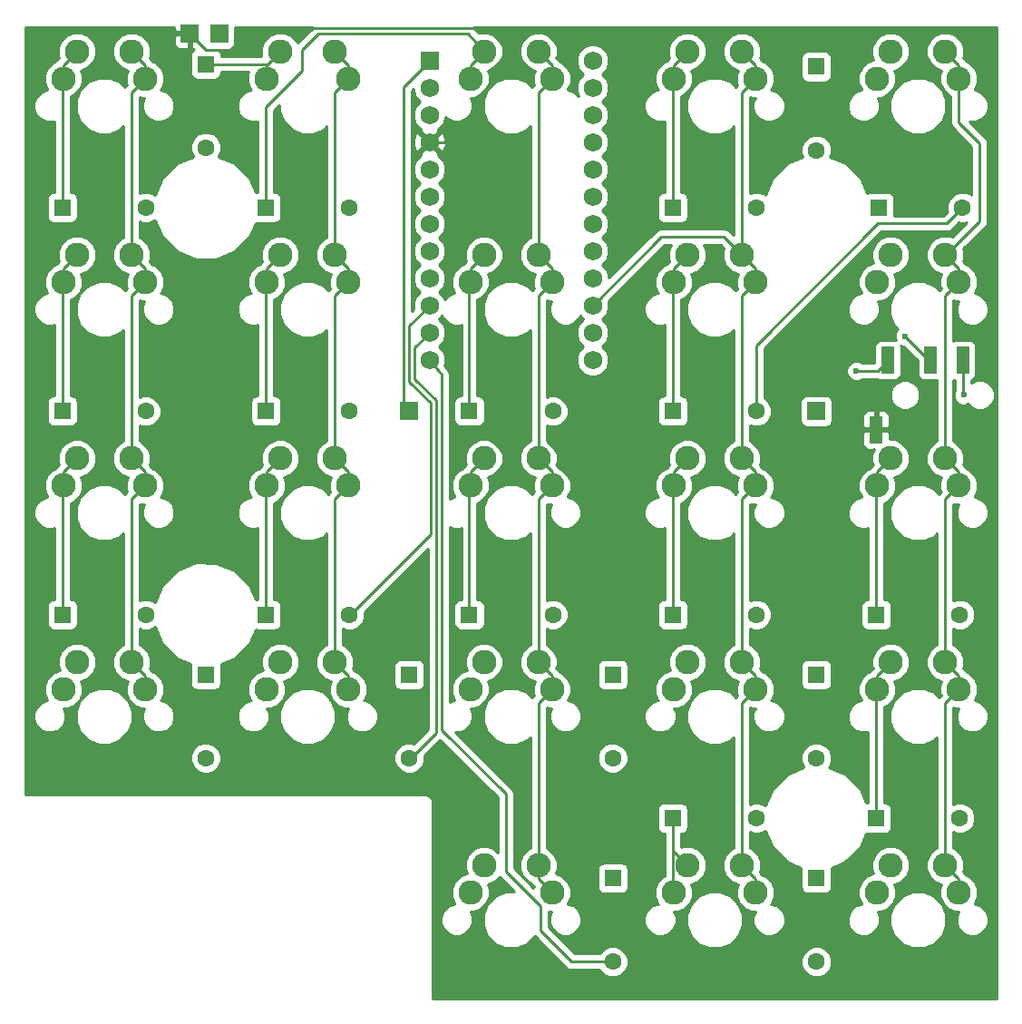
<source format=gbl>
G04 #@! TF.FileFunction,Copper,L2,Bot,Signal*
%FSLAX46Y46*%
G04 Gerber Fmt 4.6, Leading zero omitted, Abs format (unit mm)*
G04 Created by KiCad (PCBNEW 4.0.7) date 2017 December 10, Sunday 13:49:37*
%MOMM*%
%LPD*%
G01*
G04 APERTURE LIST*
%ADD10C,0.100000*%
%ADD11C,2.286000*%
%ADD12R,1.600000X1.600000*%
%ADD13C,1.600000*%
%ADD14R,1.700000X1.700000*%
%ADD15R,1.752600X1.752600*%
%ADD16C,1.752600*%
%ADD17R,1.200000X2.500000*%
%ADD18C,0.600000*%
%ADD19C,0.250000*%
%ADD20C,0.254000*%
G04 APERTURE END LIST*
D10*
D11*
X129540000Y-86920000D03*
X124460000Y-86920000D03*
X123190000Y-89460000D03*
X130810000Y-89460000D03*
D12*
X85100000Y-63500000D03*
D13*
X92900000Y-63500000D03*
D12*
X98500000Y-50100000D03*
D13*
X98500000Y-57900000D03*
D12*
X104100000Y-63500000D03*
D13*
X111900000Y-63500000D03*
D12*
X142100000Y-63500000D03*
D13*
X149900000Y-63500000D03*
D12*
X155500000Y-50350000D03*
D13*
X155500000Y-58150000D03*
D12*
X85100000Y-82500000D03*
D13*
X92900000Y-82500000D03*
D12*
X104100000Y-82500000D03*
D13*
X111900000Y-82500000D03*
D12*
X123100000Y-82500000D03*
D13*
X130900000Y-82500000D03*
D12*
X142100000Y-82500000D03*
D13*
X149900000Y-82500000D03*
D12*
X161350000Y-63500000D03*
D13*
X169150000Y-63500000D03*
D12*
X85100000Y-101500000D03*
D13*
X92900000Y-101500000D03*
D12*
X104100000Y-101500000D03*
D13*
X111900000Y-101500000D03*
D12*
X123100000Y-101500000D03*
D13*
X130900000Y-101500000D03*
D12*
X142100000Y-101500000D03*
D13*
X149900000Y-101500000D03*
D12*
X161100000Y-101500000D03*
D13*
X168900000Y-101500000D03*
D12*
X98500000Y-107100000D03*
D13*
X98500000Y-114900000D03*
D12*
X117500000Y-107100000D03*
D13*
X117500000Y-114900000D03*
D12*
X136500000Y-107100000D03*
D13*
X136500000Y-114900000D03*
D12*
X155500000Y-107100000D03*
D13*
X155500000Y-114900000D03*
D12*
X161100000Y-120500000D03*
D13*
X168900000Y-120500000D03*
D12*
X136500000Y-126100000D03*
D13*
X136500000Y-133900000D03*
D12*
X142100000Y-120500000D03*
D13*
X149900000Y-120500000D03*
D12*
X155500000Y-126100000D03*
D13*
X155500000Y-133900000D03*
D14*
X155500000Y-82500000D03*
X97000000Y-47250000D03*
D11*
X91540000Y-48920000D03*
X86460000Y-48920000D03*
X85190000Y-51460000D03*
X92810000Y-51460000D03*
X110540000Y-48920000D03*
X105460000Y-48920000D03*
X104190000Y-51460000D03*
X111810000Y-51460000D03*
X129540000Y-48920000D03*
X124460000Y-48920000D03*
X123190000Y-51460000D03*
X130810000Y-51460000D03*
X148540000Y-48920000D03*
X143460000Y-48920000D03*
X142190000Y-51460000D03*
X149810000Y-51460000D03*
X167540000Y-48920000D03*
X162460000Y-48920000D03*
X161190000Y-51460000D03*
X168810000Y-51460000D03*
X91540000Y-67920000D03*
X86460000Y-67920000D03*
X85190000Y-70460000D03*
X92810000Y-70460000D03*
X110540000Y-67920000D03*
X105460000Y-67920000D03*
X104190000Y-70460000D03*
X111810000Y-70460000D03*
X129540000Y-67920000D03*
X124460000Y-67920000D03*
X123190000Y-70460000D03*
X130810000Y-70460000D03*
X148540000Y-67920000D03*
X143460000Y-67920000D03*
X142190000Y-70460000D03*
X149810000Y-70460000D03*
X167540000Y-67920000D03*
X162460000Y-67920000D03*
X161190000Y-70460000D03*
X168810000Y-70460000D03*
X91540000Y-86920000D03*
X86460000Y-86920000D03*
X85190000Y-89460000D03*
X92810000Y-89460000D03*
X110540000Y-86920000D03*
X105460000Y-86920000D03*
X104190000Y-89460000D03*
X111810000Y-89460000D03*
X148540000Y-86920000D03*
X143460000Y-86920000D03*
X142190000Y-89460000D03*
X149810000Y-89460000D03*
X167540000Y-86920000D03*
X162460000Y-86920000D03*
X161190000Y-89460000D03*
X168810000Y-89460000D03*
X91540000Y-105920000D03*
X86460000Y-105920000D03*
X85190000Y-108460000D03*
X92810000Y-108460000D03*
X110540000Y-105920000D03*
X105460000Y-105920000D03*
X104190000Y-108460000D03*
X111810000Y-108460000D03*
X129540000Y-105920000D03*
X124460000Y-105920000D03*
X123190000Y-108460000D03*
X130810000Y-108460000D03*
X148540000Y-105920000D03*
X143460000Y-105920000D03*
X142190000Y-108460000D03*
X149810000Y-108460000D03*
X167540000Y-105920000D03*
X162460000Y-105920000D03*
X161190000Y-108460000D03*
X168810000Y-108460000D03*
X129540000Y-124920000D03*
X124460000Y-124920000D03*
X123190000Y-127460000D03*
X130810000Y-127460000D03*
X148540000Y-124920000D03*
X143460000Y-124920000D03*
X142190000Y-127460000D03*
X149810000Y-127460000D03*
X167540000Y-124920000D03*
X162460000Y-124920000D03*
X161190000Y-127460000D03*
X168810000Y-127460000D03*
D14*
X99750000Y-47250000D03*
X117500000Y-82500000D03*
D15*
X119380000Y-49780000D03*
D16*
X119380000Y-52320000D03*
X119380000Y-54860000D03*
X119380000Y-57400000D03*
X119380000Y-59940000D03*
X119380000Y-62480000D03*
X119380000Y-65020000D03*
X119380000Y-67560000D03*
X119380000Y-70100000D03*
X119380000Y-72640000D03*
X119380000Y-75180000D03*
X134620000Y-77720000D03*
X134620000Y-75180000D03*
X134620000Y-72640000D03*
X134620000Y-70100000D03*
X134620000Y-67560000D03*
X134620000Y-65020000D03*
X134620000Y-62480000D03*
X134620000Y-59940000D03*
X134620000Y-57400000D03*
X134620000Y-54860000D03*
X134620000Y-52320000D03*
X119380000Y-77720000D03*
X134620000Y-49780000D03*
D17*
X161075000Y-84250000D03*
X162175000Y-77750000D03*
X166175000Y-77750000D03*
X169175000Y-77750000D03*
D18*
X169250000Y-81000000D03*
X156750000Y-77750000D03*
X163750000Y-75500000D03*
X159250000Y-78750000D03*
D19*
X85190000Y-51460000D02*
X85190000Y-50190000D01*
X85190000Y-50190000D02*
X86460000Y-48920000D01*
X85100000Y-63500000D02*
X85100000Y-51550000D01*
X85100000Y-51550000D02*
X85190000Y-51460000D01*
X104190000Y-51460000D02*
X104190000Y-50190000D01*
X104190000Y-50190000D02*
X105460000Y-48920000D01*
X98500000Y-50100000D02*
X104280000Y-50100000D01*
X104280000Y-50100000D02*
X105460000Y-48920000D01*
X123190000Y-51460000D02*
X123190000Y-50190000D01*
X123190000Y-50190000D02*
X124460000Y-48920000D01*
X104100000Y-63500000D02*
X104100000Y-54150000D01*
X123000000Y-47250000D02*
X124460000Y-48920000D01*
X109000000Y-47250000D02*
X123000000Y-47250000D01*
X107500000Y-48750000D02*
X109000000Y-47250000D01*
X107500000Y-50750000D02*
X107500000Y-48750000D01*
X104100000Y-54150000D02*
X107500000Y-50750000D01*
X142190000Y-51460000D02*
X142190000Y-50190000D01*
X142190000Y-50190000D02*
X143460000Y-48920000D01*
X142100000Y-63500000D02*
X142100000Y-51550000D01*
X142100000Y-51550000D02*
X142190000Y-51460000D01*
X149900000Y-82500000D02*
X149900000Y-76350000D01*
X167650000Y-65000000D02*
X169150000Y-63500000D01*
X161250000Y-65000000D02*
X167650000Y-65000000D01*
X149900000Y-76350000D02*
X161250000Y-65000000D01*
X85190000Y-70460000D02*
X85190000Y-69190000D01*
X85190000Y-69190000D02*
X86460000Y-67920000D01*
X85100000Y-82500000D02*
X85100000Y-70550000D01*
X85100000Y-70550000D02*
X85190000Y-70460000D01*
X104190000Y-70460000D02*
X104190000Y-69190000D01*
X104190000Y-69190000D02*
X105460000Y-67920000D01*
X104100000Y-82500000D02*
X104100000Y-70550000D01*
X104100000Y-70550000D02*
X104190000Y-70460000D01*
X123190000Y-70460000D02*
X123190000Y-69190000D01*
X123190000Y-69190000D02*
X124460000Y-67920000D01*
X123100000Y-82500000D02*
X123100000Y-70550000D01*
X123100000Y-70550000D02*
X123190000Y-70460000D01*
X142190000Y-70460000D02*
X142190000Y-69190000D01*
X142190000Y-69190000D02*
X143460000Y-67920000D01*
X142100000Y-82500000D02*
X142100000Y-70550000D01*
X142100000Y-70550000D02*
X142190000Y-70460000D01*
X111900000Y-101500000D02*
X112000000Y-101500000D01*
X112000000Y-101500000D02*
X119500000Y-94000000D01*
X117500000Y-74520000D02*
X119380000Y-72640000D01*
X119500000Y-94000000D02*
X119500000Y-81750000D01*
X119500000Y-81750000D02*
X117500000Y-79750000D01*
X117500000Y-79750000D02*
X117500000Y-74520000D01*
X85190000Y-89460000D02*
X85190000Y-88190000D01*
X85190000Y-88190000D02*
X86460000Y-86920000D01*
X85100000Y-101500000D02*
X85100000Y-89550000D01*
X85100000Y-89550000D02*
X85190000Y-89460000D01*
X104190000Y-89460000D02*
X104190000Y-88190000D01*
X104190000Y-88190000D02*
X105460000Y-86920000D01*
X104100000Y-101500000D02*
X104100000Y-89550000D01*
X104100000Y-89550000D02*
X104190000Y-89460000D01*
X123190000Y-89460000D02*
X123190000Y-88190000D01*
X123190000Y-88190000D02*
X124460000Y-86920000D01*
X123100000Y-101500000D02*
X123100000Y-89550000D01*
X123100000Y-89550000D02*
X123190000Y-89460000D01*
X142190000Y-89460000D02*
X142190000Y-88190000D01*
X142190000Y-88190000D02*
X143460000Y-86920000D01*
X142100000Y-101500000D02*
X142100000Y-89550000D01*
X142100000Y-89550000D02*
X142190000Y-89460000D01*
X161190000Y-89460000D02*
X161190000Y-88190000D01*
X161190000Y-88190000D02*
X162460000Y-86920000D01*
X161100000Y-101500000D02*
X161100000Y-89550000D01*
X161100000Y-89550000D02*
X161190000Y-89460000D01*
X117500000Y-114900000D02*
X117600000Y-114900000D01*
X117600000Y-114900000D02*
X120000000Y-112500000D01*
X118000000Y-76560000D02*
X119380000Y-75180000D01*
X118000000Y-79500000D02*
X118000000Y-76560000D01*
X120000000Y-81500000D02*
X118000000Y-79500000D01*
X120000000Y-112500000D02*
X120000000Y-81500000D01*
X123100000Y-108550000D02*
X123190000Y-108460000D01*
X161190000Y-108460000D02*
X161190000Y-107190000D01*
X161190000Y-107190000D02*
X162460000Y-105920000D01*
X161100000Y-120500000D02*
X161100000Y-108550000D01*
X161100000Y-108550000D02*
X161190000Y-108460000D01*
X136500000Y-133900000D02*
X132650000Y-133900000D01*
X120500000Y-112250000D02*
X120500000Y-79100000D01*
X126500000Y-118250000D02*
X120500000Y-112250000D01*
X126500000Y-125500000D02*
X126500000Y-118250000D01*
X129750000Y-128750000D02*
X126500000Y-125500000D01*
X129750000Y-131000000D02*
X129750000Y-128750000D01*
X132650000Y-133900000D02*
X129750000Y-131000000D01*
X120500000Y-79100000D02*
X119380000Y-77720000D01*
X142100000Y-123500000D02*
X142100000Y-127370000D01*
X142100000Y-127370000D02*
X142190000Y-127460000D01*
X142100000Y-120500000D02*
X142100000Y-123500000D01*
X142100000Y-123500000D02*
X142100000Y-123560000D01*
X142100000Y-123560000D02*
X143460000Y-124920000D01*
X169175000Y-77750000D02*
X169175000Y-80925000D01*
X169175000Y-80925000D02*
X169250000Y-81000000D01*
X97000000Y-47250000D02*
X98500000Y-48750000D01*
X121350000Y-57400000D02*
X119380000Y-57400000D01*
X123750000Y-55000000D02*
X121350000Y-57400000D01*
X123750000Y-53500000D02*
X123750000Y-55000000D01*
X126250000Y-51000000D02*
X123750000Y-53500000D01*
X126250000Y-47750000D02*
X126250000Y-51000000D01*
X125250000Y-46750000D02*
X126250000Y-47750000D01*
X103000000Y-46750000D02*
X125250000Y-46750000D01*
X101000000Y-48750000D02*
X103000000Y-46750000D01*
X98500000Y-48750000D02*
X101000000Y-48750000D01*
X161075000Y-84250000D02*
X161075000Y-82075000D01*
X161075000Y-82075000D02*
X156750000Y-77750000D01*
X166175000Y-77750000D02*
X166000000Y-77750000D01*
X166000000Y-77750000D02*
X163750000Y-75500000D01*
X162175000Y-77750000D02*
X162175000Y-77825000D01*
X162175000Y-77825000D02*
X161250000Y-78750000D01*
X161250000Y-78750000D02*
X159250000Y-78750000D01*
X91540000Y-86920000D02*
X91540000Y-71730000D01*
X91540000Y-71730000D02*
X92810000Y-70460000D01*
X91540000Y-105920000D02*
X91540000Y-90730000D01*
X91540000Y-90730000D02*
X92810000Y-89460000D01*
X92810000Y-51460000D02*
X92810000Y-50190000D01*
X92810000Y-50190000D02*
X91540000Y-48920000D01*
X91540000Y-67920000D02*
X91540000Y-52730000D01*
X91540000Y-52730000D02*
X92810000Y-51460000D01*
X92810000Y-70460000D02*
X92810000Y-69190000D01*
X92810000Y-69190000D02*
X91540000Y-67920000D01*
X91540000Y-86920000D02*
X91540000Y-86860000D01*
X92810000Y-89460000D02*
X92810000Y-88190000D01*
X92810000Y-88190000D02*
X91540000Y-86920000D01*
X92810000Y-108460000D02*
X92810000Y-107190000D01*
X92810000Y-107190000D02*
X91540000Y-105920000D01*
X110540000Y-105920000D02*
X110540000Y-90730000D01*
X110540000Y-90730000D02*
X111810000Y-89460000D01*
X110540000Y-86920000D02*
X110540000Y-71730000D01*
X110540000Y-71730000D02*
X111810000Y-70460000D01*
X111810000Y-51460000D02*
X111810000Y-50190000D01*
X111810000Y-50190000D02*
X110540000Y-48920000D01*
X110540000Y-67920000D02*
X110540000Y-52730000D01*
X110540000Y-52730000D02*
X111810000Y-51460000D01*
X111810000Y-70460000D02*
X111810000Y-69190000D01*
X111810000Y-69190000D02*
X110540000Y-67920000D01*
X111810000Y-89460000D02*
X111810000Y-88190000D01*
X111810000Y-88190000D02*
X110540000Y-86920000D01*
X111810000Y-108460000D02*
X111810000Y-107190000D01*
X111810000Y-107190000D02*
X110540000Y-105920000D01*
X134260000Y-70460000D02*
X134620000Y-70100000D01*
X130810000Y-51460000D02*
X130810000Y-50190000D01*
X130810000Y-50190000D02*
X129540000Y-48920000D01*
X129540000Y-67920000D02*
X129540000Y-52730000D01*
X129540000Y-52730000D02*
X130810000Y-51460000D01*
X130810000Y-70460000D02*
X130810000Y-69190000D01*
X130810000Y-69190000D02*
X129540000Y-67920000D01*
X129540000Y-86920000D02*
X129540000Y-71730000D01*
X129540000Y-71730000D02*
X130810000Y-70460000D01*
X129540000Y-124920000D02*
X129540000Y-109730000D01*
X129540000Y-109730000D02*
X130810000Y-108460000D01*
X130810000Y-89460000D02*
X130810000Y-88190000D01*
X130810000Y-88190000D02*
X129540000Y-86920000D01*
X129540000Y-105920000D02*
X129540000Y-90730000D01*
X129540000Y-90730000D02*
X130810000Y-89460000D01*
X130810000Y-108460000D02*
X130810000Y-107190000D01*
X130810000Y-107190000D02*
X129540000Y-105920000D01*
X129540000Y-124920000D02*
X129540000Y-126190000D01*
X129540000Y-126190000D02*
X130810000Y-127460000D01*
X134620000Y-72640000D02*
X134620000Y-72630000D01*
X134620000Y-72630000D02*
X141000000Y-66250000D01*
X141000000Y-66250000D02*
X146870000Y-66250000D01*
X146870000Y-66250000D02*
X148540000Y-67920000D01*
X149810000Y-70460000D02*
X149810000Y-69190000D01*
X149810000Y-69190000D02*
X148540000Y-67920000D01*
X148540000Y-86920000D02*
X148540000Y-71730000D01*
X148540000Y-71730000D02*
X149810000Y-70460000D01*
X149810000Y-89460000D02*
X149810000Y-88190000D01*
X149810000Y-88190000D02*
X148540000Y-86920000D01*
X148540000Y-105920000D02*
X148540000Y-90730000D01*
X148540000Y-90730000D02*
X149810000Y-89460000D01*
X149810000Y-108460000D02*
X149810000Y-107190000D01*
X149810000Y-107190000D02*
X148540000Y-105920000D01*
X148540000Y-124920000D02*
X148540000Y-109730000D01*
X148540000Y-109730000D02*
X149810000Y-108460000D01*
X149810000Y-127460000D02*
X149810000Y-126190000D01*
X149810000Y-126190000D02*
X148540000Y-124920000D01*
X149810000Y-51460000D02*
X149810000Y-50190000D01*
X149810000Y-50190000D02*
X148540000Y-48920000D01*
X148540000Y-67920000D02*
X148540000Y-52730000D01*
X148540000Y-52730000D02*
X149810000Y-51460000D01*
X167540000Y-67920000D02*
X167580000Y-67920000D01*
X167580000Y-67920000D02*
X170750000Y-64750000D01*
X168810000Y-55560000D02*
X168810000Y-51460000D01*
X170750000Y-57500000D02*
X168810000Y-55560000D01*
X170750000Y-64750000D02*
X170750000Y-57500000D01*
X168810000Y-51460000D02*
X168810000Y-50190000D01*
X168810000Y-50190000D02*
X167540000Y-48920000D01*
X168810000Y-70460000D02*
X168810000Y-69190000D01*
X168810000Y-69190000D02*
X167540000Y-67920000D01*
X167540000Y-86920000D02*
X167540000Y-71730000D01*
X167540000Y-71730000D02*
X168810000Y-70460000D01*
X168810000Y-89460000D02*
X168810000Y-88190000D01*
X168810000Y-88190000D02*
X167540000Y-86920000D01*
X167540000Y-105920000D02*
X167540000Y-90730000D01*
X167540000Y-90730000D02*
X168810000Y-89460000D01*
X168810000Y-108460000D02*
X168810000Y-107190000D01*
X168810000Y-107190000D02*
X167540000Y-105920000D01*
X167540000Y-124920000D02*
X167540000Y-109730000D01*
X167540000Y-109730000D02*
X168810000Y-108460000D01*
X168810000Y-127460000D02*
X168810000Y-126190000D01*
X168810000Y-126190000D02*
X167540000Y-124920000D01*
X117500000Y-82500000D02*
X117000000Y-82000000D01*
X117000000Y-52250000D02*
X119380000Y-49780000D01*
X117000000Y-82000000D02*
X117000000Y-52250000D01*
D20*
G36*
X95515000Y-46964250D02*
X95673750Y-47123000D01*
X96873000Y-47123000D01*
X96873000Y-47103000D01*
X97127000Y-47103000D01*
X97127000Y-47123000D01*
X97147000Y-47123000D01*
X97147000Y-47377000D01*
X97127000Y-47377000D01*
X97127000Y-48576250D01*
X97285750Y-48735000D01*
X97405378Y-48735000D01*
X97248559Y-48835910D01*
X97103569Y-49048110D01*
X97052560Y-49300000D01*
X97052560Y-50900000D01*
X97096838Y-51135317D01*
X97235910Y-51351441D01*
X97448110Y-51496431D01*
X97700000Y-51547440D01*
X99300000Y-51547440D01*
X99535317Y-51503162D01*
X99751441Y-51364090D01*
X99896431Y-51151890D01*
X99947440Y-50900000D01*
X99947440Y-50860000D01*
X102513952Y-50860000D01*
X102412309Y-51104782D01*
X102411692Y-51812114D01*
X102681806Y-52465840D01*
X102729815Y-52513933D01*
X102625733Y-52513842D01*
X102079405Y-52739580D01*
X101661049Y-53157206D01*
X101434358Y-53703139D01*
X101433842Y-54294267D01*
X101659580Y-54840595D01*
X102077206Y-55258951D01*
X102623139Y-55485642D01*
X103214267Y-55486158D01*
X103340000Y-55434206D01*
X103340000Y-62052560D01*
X103300000Y-62052560D01*
X103145425Y-62081645D01*
X102601303Y-60764771D01*
X101242383Y-59403477D01*
X99676439Y-58753240D01*
X99715824Y-58713923D01*
X99934750Y-58186691D01*
X99935248Y-57615813D01*
X99717243Y-57088200D01*
X99313923Y-56684176D01*
X98786691Y-56465250D01*
X98215813Y-56464752D01*
X97688200Y-56682757D01*
X97284176Y-57086077D01*
X97065250Y-57613309D01*
X97064752Y-58184187D01*
X97282757Y-58711800D01*
X97324934Y-58754050D01*
X95764771Y-59398697D01*
X94403477Y-60757617D01*
X93753240Y-62323561D01*
X93713923Y-62284176D01*
X93186691Y-62065250D01*
X92615813Y-62064752D01*
X92300000Y-62195243D01*
X92300000Y-53173420D01*
X92454782Y-53237691D01*
X92787508Y-53237981D01*
X92594358Y-53703139D01*
X92593842Y-54294267D01*
X92819580Y-54840595D01*
X93237206Y-55258951D01*
X93783139Y-55485642D01*
X94374267Y-55486158D01*
X94920595Y-55260420D01*
X95338951Y-54842794D01*
X95565642Y-54296861D01*
X95566158Y-53705733D01*
X95340420Y-53159405D01*
X94922794Y-52741049D01*
X94376861Y-52514358D01*
X94270562Y-52514265D01*
X94316436Y-52468471D01*
X94587691Y-51815218D01*
X94588308Y-51107886D01*
X94318194Y-50454160D01*
X93818471Y-49953564D01*
X93444833Y-49798415D01*
X93347401Y-49652599D01*
X93215683Y-49520881D01*
X93317691Y-49275218D01*
X93318308Y-48567886D01*
X93048194Y-47914160D01*
X92670444Y-47535750D01*
X95515000Y-47535750D01*
X95515000Y-48226310D01*
X95611673Y-48459699D01*
X95790302Y-48638327D01*
X96023691Y-48735000D01*
X96714250Y-48735000D01*
X96873000Y-48576250D01*
X96873000Y-47377000D01*
X95673750Y-47377000D01*
X95515000Y-47535750D01*
X92670444Y-47535750D01*
X92548471Y-47413564D01*
X91895218Y-47142309D01*
X91187886Y-47141692D01*
X90534160Y-47411806D01*
X90033564Y-47911529D01*
X89762309Y-48564782D01*
X89761692Y-49272114D01*
X90031806Y-49925840D01*
X90531529Y-50426436D01*
X91184782Y-50697691D01*
X91201342Y-50697705D01*
X91032309Y-51104782D01*
X91031692Y-51812114D01*
X91134433Y-52060765D01*
X91002599Y-52192599D01*
X90965605Y-52247965D01*
X90491096Y-51772627D01*
X89525215Y-51371558D01*
X88479374Y-51370645D01*
X87512793Y-51770028D01*
X86772627Y-52508904D01*
X86371558Y-53474785D01*
X86370645Y-54520626D01*
X86770028Y-55487207D01*
X87508904Y-56227373D01*
X88474785Y-56628442D01*
X89520626Y-56629355D01*
X90487207Y-56229972D01*
X90780000Y-55937689D01*
X90780000Y-66310227D01*
X90534160Y-66411806D01*
X90033564Y-66911529D01*
X89762309Y-67564782D01*
X89761692Y-68272114D01*
X90031806Y-68925840D01*
X90531529Y-69426436D01*
X91184782Y-69697691D01*
X91201342Y-69697705D01*
X91032309Y-70104782D01*
X91031692Y-70812114D01*
X91134433Y-71060765D01*
X91002599Y-71192599D01*
X90965605Y-71247965D01*
X90491096Y-70772627D01*
X89525215Y-70371558D01*
X88479374Y-70370645D01*
X87512793Y-70770028D01*
X86772627Y-71508904D01*
X86371558Y-72474785D01*
X86370645Y-73520626D01*
X86770028Y-74487207D01*
X87508904Y-75227373D01*
X88474785Y-75628442D01*
X89520626Y-75629355D01*
X90487207Y-75229972D01*
X90780000Y-74937689D01*
X90780000Y-85310227D01*
X90534160Y-85411806D01*
X90033564Y-85911529D01*
X89762309Y-86564782D01*
X89761692Y-87272114D01*
X90031806Y-87925840D01*
X90531529Y-88426436D01*
X91184782Y-88697691D01*
X91201342Y-88697705D01*
X91032309Y-89104782D01*
X91031692Y-89812114D01*
X91134433Y-90060765D01*
X91002599Y-90192599D01*
X90965605Y-90247965D01*
X90491096Y-89772627D01*
X89525215Y-89371558D01*
X88479374Y-89370645D01*
X87512793Y-89770028D01*
X86772627Y-90508904D01*
X86371558Y-91474785D01*
X86370645Y-92520626D01*
X86770028Y-93487207D01*
X87508904Y-94227373D01*
X88474785Y-94628442D01*
X89520626Y-94629355D01*
X90487207Y-94229972D01*
X90780000Y-93937689D01*
X90780000Y-104310227D01*
X90534160Y-104411806D01*
X90033564Y-104911529D01*
X89762309Y-105564782D01*
X89761692Y-106272114D01*
X90031806Y-106925840D01*
X90531529Y-107426436D01*
X91184782Y-107697691D01*
X91201342Y-107697705D01*
X91032309Y-108104782D01*
X91031692Y-108812114D01*
X91301806Y-109465840D01*
X91801529Y-109966436D01*
X92454782Y-110237691D01*
X92787508Y-110237981D01*
X92594358Y-110703139D01*
X92593842Y-111294267D01*
X92819580Y-111840595D01*
X93237206Y-112258951D01*
X93783139Y-112485642D01*
X94374267Y-112486158D01*
X94920595Y-112260420D01*
X95338951Y-111842794D01*
X95565642Y-111296861D01*
X95565644Y-111294267D01*
X101433842Y-111294267D01*
X101659580Y-111840595D01*
X102077206Y-112258951D01*
X102623139Y-112485642D01*
X103214267Y-112486158D01*
X103760595Y-112260420D01*
X104178951Y-111842794D01*
X104312726Y-111520626D01*
X105370645Y-111520626D01*
X105770028Y-112487207D01*
X106508904Y-113227373D01*
X107474785Y-113628442D01*
X108520626Y-113629355D01*
X109487207Y-113229972D01*
X110227373Y-112491096D01*
X110628442Y-111525215D01*
X110629355Y-110479374D01*
X110229972Y-109512793D01*
X109491096Y-108772627D01*
X108525215Y-108371558D01*
X107479374Y-108370645D01*
X106512793Y-108770028D01*
X105772627Y-109508904D01*
X105371558Y-110474785D01*
X105370645Y-111520626D01*
X104312726Y-111520626D01*
X104405642Y-111296861D01*
X104406158Y-110705733D01*
X104212903Y-110238021D01*
X104542114Y-110238308D01*
X105195840Y-109968194D01*
X105696436Y-109468471D01*
X105967691Y-108815218D01*
X105968308Y-108107886D01*
X105799069Y-107698297D01*
X105812114Y-107698308D01*
X106465840Y-107428194D01*
X106966436Y-106928471D01*
X107237691Y-106275218D01*
X107238308Y-105567886D01*
X106968194Y-104914160D01*
X106468471Y-104413564D01*
X105815218Y-104142309D01*
X105107886Y-104141692D01*
X104454160Y-104411806D01*
X103953564Y-104911529D01*
X103682309Y-105564782D01*
X103681692Y-106272114D01*
X103850931Y-106681703D01*
X103837886Y-106681692D01*
X103184160Y-106951806D01*
X102683564Y-107451529D01*
X102412309Y-108104782D01*
X102411692Y-108812114D01*
X102681806Y-109465840D01*
X102729815Y-109513933D01*
X102625733Y-109513842D01*
X102079405Y-109739580D01*
X101661049Y-110157206D01*
X101434358Y-110703139D01*
X101433842Y-111294267D01*
X95565644Y-111294267D01*
X95566158Y-110705733D01*
X95340420Y-110159405D01*
X94922794Y-109741049D01*
X94376861Y-109514358D01*
X94270562Y-109514265D01*
X94316436Y-109468471D01*
X94587691Y-108815218D01*
X94588308Y-108107886D01*
X94318194Y-107454160D01*
X93818471Y-106953564D01*
X93444833Y-106798415D01*
X93347401Y-106652599D01*
X93215683Y-106520881D01*
X93317691Y-106275218D01*
X93318308Y-105567886D01*
X93048194Y-104914160D01*
X92548471Y-104413564D01*
X92300000Y-104310390D01*
X92300000Y-102804653D01*
X92613309Y-102934750D01*
X93184187Y-102935248D01*
X93711800Y-102717243D01*
X93754050Y-102675066D01*
X94398697Y-104235229D01*
X95757617Y-105596523D01*
X97083525Y-106147089D01*
X97052560Y-106300000D01*
X97052560Y-107900000D01*
X97096838Y-108135317D01*
X97235910Y-108351441D01*
X97448110Y-108496431D01*
X97700000Y-108547440D01*
X99300000Y-108547440D01*
X99535317Y-108503162D01*
X99751441Y-108364090D01*
X99896431Y-108151890D01*
X99947440Y-107900000D01*
X99947440Y-106300000D01*
X99918355Y-106145425D01*
X101235229Y-105601303D01*
X102596523Y-104242383D01*
X103147089Y-102916475D01*
X103300000Y-102947440D01*
X104900000Y-102947440D01*
X105135317Y-102903162D01*
X105351441Y-102764090D01*
X105496431Y-102551890D01*
X105547440Y-102300000D01*
X105547440Y-100700000D01*
X105503162Y-100464683D01*
X105364090Y-100248559D01*
X105151890Y-100103569D01*
X104900000Y-100052560D01*
X104860000Y-100052560D01*
X104860000Y-91106960D01*
X105195840Y-90968194D01*
X105696436Y-90468471D01*
X105967691Y-89815218D01*
X105968308Y-89107886D01*
X105799069Y-88698297D01*
X105812114Y-88698308D01*
X106465840Y-88428194D01*
X106966436Y-87928471D01*
X107237691Y-87275218D01*
X107238308Y-86567886D01*
X106968194Y-85914160D01*
X106468471Y-85413564D01*
X105815218Y-85142309D01*
X105107886Y-85141692D01*
X104454160Y-85411806D01*
X103953564Y-85911529D01*
X103682309Y-86564782D01*
X103681692Y-87272114D01*
X103784433Y-87520765D01*
X103652599Y-87652599D01*
X103555082Y-87798544D01*
X103184160Y-87951806D01*
X102683564Y-88451529D01*
X102412309Y-89104782D01*
X102411692Y-89812114D01*
X102681806Y-90465840D01*
X102729815Y-90513933D01*
X102625733Y-90513842D01*
X102079405Y-90739580D01*
X101661049Y-91157206D01*
X101434358Y-91703139D01*
X101433842Y-92294267D01*
X101659580Y-92840595D01*
X102077206Y-93258951D01*
X102623139Y-93485642D01*
X103214267Y-93486158D01*
X103340000Y-93434206D01*
X103340000Y-100052560D01*
X103300000Y-100052560D01*
X103145425Y-100081645D01*
X102601303Y-98764771D01*
X101242383Y-97403477D01*
X99465960Y-96665841D01*
X97542478Y-96664163D01*
X95764771Y-97398697D01*
X94403477Y-98757617D01*
X93753240Y-100323561D01*
X93713923Y-100284176D01*
X93186691Y-100065250D01*
X92615813Y-100064752D01*
X92300000Y-100195243D01*
X92300000Y-91173420D01*
X92454782Y-91237691D01*
X92787508Y-91237981D01*
X92594358Y-91703139D01*
X92593842Y-92294267D01*
X92819580Y-92840595D01*
X93237206Y-93258951D01*
X93783139Y-93485642D01*
X94374267Y-93486158D01*
X94920595Y-93260420D01*
X95338951Y-92842794D01*
X95565642Y-92296861D01*
X95566158Y-91705733D01*
X95340420Y-91159405D01*
X94922794Y-90741049D01*
X94376861Y-90514358D01*
X94270562Y-90514265D01*
X94316436Y-90468471D01*
X94587691Y-89815218D01*
X94588308Y-89107886D01*
X94318194Y-88454160D01*
X93818471Y-87953564D01*
X93444833Y-87798415D01*
X93347401Y-87652599D01*
X93215683Y-87520881D01*
X93317691Y-87275218D01*
X93318308Y-86567886D01*
X93048194Y-85914160D01*
X92548471Y-85413564D01*
X92300000Y-85310390D01*
X92300000Y-83804653D01*
X92613309Y-83934750D01*
X93184187Y-83935248D01*
X93711800Y-83717243D01*
X94115824Y-83313923D01*
X94334750Y-82786691D01*
X94335248Y-82215813D01*
X94117243Y-81688200D01*
X93713923Y-81284176D01*
X93186691Y-81065250D01*
X92615813Y-81064752D01*
X92300000Y-81195243D01*
X92300000Y-72173420D01*
X92454782Y-72237691D01*
X92787508Y-72237981D01*
X92594358Y-72703139D01*
X92593842Y-73294267D01*
X92819580Y-73840595D01*
X93237206Y-74258951D01*
X93783139Y-74485642D01*
X94374267Y-74486158D01*
X94920595Y-74260420D01*
X95338951Y-73842794D01*
X95565642Y-73296861D01*
X95565644Y-73294267D01*
X101433842Y-73294267D01*
X101659580Y-73840595D01*
X102077206Y-74258951D01*
X102623139Y-74485642D01*
X103214267Y-74486158D01*
X103340000Y-74434206D01*
X103340000Y-81052560D01*
X103300000Y-81052560D01*
X103064683Y-81096838D01*
X102848559Y-81235910D01*
X102703569Y-81448110D01*
X102652560Y-81700000D01*
X102652560Y-83300000D01*
X102696838Y-83535317D01*
X102835910Y-83751441D01*
X103048110Y-83896431D01*
X103300000Y-83947440D01*
X104900000Y-83947440D01*
X105135317Y-83903162D01*
X105351441Y-83764090D01*
X105496431Y-83551890D01*
X105547440Y-83300000D01*
X105547440Y-81700000D01*
X105503162Y-81464683D01*
X105364090Y-81248559D01*
X105151890Y-81103569D01*
X104900000Y-81052560D01*
X104860000Y-81052560D01*
X104860000Y-72106960D01*
X105195840Y-71968194D01*
X105696436Y-71468471D01*
X105967691Y-70815218D01*
X105968308Y-70107886D01*
X105799069Y-69698297D01*
X105812114Y-69698308D01*
X106465840Y-69428194D01*
X106966436Y-68928471D01*
X107237691Y-68275218D01*
X107238308Y-67567886D01*
X106968194Y-66914160D01*
X106468471Y-66413564D01*
X105815218Y-66142309D01*
X105107886Y-66141692D01*
X104454160Y-66411806D01*
X103953564Y-66911529D01*
X103682309Y-67564782D01*
X103681692Y-68272114D01*
X103784433Y-68520765D01*
X103652599Y-68652599D01*
X103555082Y-68798544D01*
X103184160Y-68951806D01*
X102683564Y-69451529D01*
X102412309Y-70104782D01*
X102411692Y-70812114D01*
X102681806Y-71465840D01*
X102729815Y-71513933D01*
X102625733Y-71513842D01*
X102079405Y-71739580D01*
X101661049Y-72157206D01*
X101434358Y-72703139D01*
X101433842Y-73294267D01*
X95565644Y-73294267D01*
X95566158Y-72705733D01*
X95340420Y-72159405D01*
X94922794Y-71741049D01*
X94376861Y-71514358D01*
X94270562Y-71514265D01*
X94316436Y-71468471D01*
X94587691Y-70815218D01*
X94588308Y-70107886D01*
X94318194Y-69454160D01*
X93818471Y-68953564D01*
X93444833Y-68798415D01*
X93347401Y-68652599D01*
X93215683Y-68520881D01*
X93317691Y-68275218D01*
X93318308Y-67567886D01*
X93048194Y-66914160D01*
X92548471Y-66413564D01*
X92300000Y-66310390D01*
X92300000Y-64804653D01*
X92613309Y-64934750D01*
X93184187Y-64935248D01*
X93711800Y-64717243D01*
X93754050Y-64675066D01*
X94398697Y-66235229D01*
X95757617Y-67596523D01*
X97534040Y-68334159D01*
X99457522Y-68335837D01*
X101235229Y-67601303D01*
X102596523Y-66242383D01*
X103147089Y-64916475D01*
X103300000Y-64947440D01*
X104900000Y-64947440D01*
X105135317Y-64903162D01*
X105351441Y-64764090D01*
X105496431Y-64551890D01*
X105547440Y-64300000D01*
X105547440Y-62700000D01*
X105503162Y-62464683D01*
X105364090Y-62248559D01*
X105151890Y-62103569D01*
X104900000Y-62052560D01*
X104860000Y-62052560D01*
X104860000Y-54464802D01*
X105371140Y-53953662D01*
X105370645Y-54520626D01*
X105770028Y-55487207D01*
X106508904Y-56227373D01*
X107474785Y-56628442D01*
X108520626Y-56629355D01*
X109487207Y-56229972D01*
X109780000Y-55937689D01*
X109780000Y-66310227D01*
X109534160Y-66411806D01*
X109033564Y-66911529D01*
X108762309Y-67564782D01*
X108761692Y-68272114D01*
X109031806Y-68925840D01*
X109531529Y-69426436D01*
X110184782Y-69697691D01*
X110201342Y-69697705D01*
X110032309Y-70104782D01*
X110031692Y-70812114D01*
X110134433Y-71060765D01*
X110002599Y-71192599D01*
X109965605Y-71247965D01*
X109491096Y-70772627D01*
X108525215Y-70371558D01*
X107479374Y-70370645D01*
X106512793Y-70770028D01*
X105772627Y-71508904D01*
X105371558Y-72474785D01*
X105370645Y-73520626D01*
X105770028Y-74487207D01*
X106508904Y-75227373D01*
X107474785Y-75628442D01*
X108520626Y-75629355D01*
X109487207Y-75229972D01*
X109780000Y-74937689D01*
X109780000Y-85310227D01*
X109534160Y-85411806D01*
X109033564Y-85911529D01*
X108762309Y-86564782D01*
X108761692Y-87272114D01*
X109031806Y-87925840D01*
X109531529Y-88426436D01*
X110184782Y-88697691D01*
X110201342Y-88697705D01*
X110032309Y-89104782D01*
X110031692Y-89812114D01*
X110134433Y-90060765D01*
X110002599Y-90192599D01*
X109965605Y-90247965D01*
X109491096Y-89772627D01*
X108525215Y-89371558D01*
X107479374Y-89370645D01*
X106512793Y-89770028D01*
X105772627Y-90508904D01*
X105371558Y-91474785D01*
X105370645Y-92520626D01*
X105770028Y-93487207D01*
X106508904Y-94227373D01*
X107474785Y-94628442D01*
X108520626Y-94629355D01*
X109487207Y-94229972D01*
X109780000Y-93937689D01*
X109780000Y-104310227D01*
X109534160Y-104411806D01*
X109033564Y-104911529D01*
X108762309Y-105564782D01*
X108761692Y-106272114D01*
X109031806Y-106925840D01*
X109531529Y-107426436D01*
X110184782Y-107697691D01*
X110201342Y-107697705D01*
X110032309Y-108104782D01*
X110031692Y-108812114D01*
X110301806Y-109465840D01*
X110801529Y-109966436D01*
X111454782Y-110237691D01*
X111787508Y-110237981D01*
X111594358Y-110703139D01*
X111593842Y-111294267D01*
X111819580Y-111840595D01*
X112237206Y-112258951D01*
X112783139Y-112485642D01*
X113374267Y-112486158D01*
X113920595Y-112260420D01*
X114338951Y-111842794D01*
X114565642Y-111296861D01*
X114566158Y-110705733D01*
X114340420Y-110159405D01*
X113922794Y-109741049D01*
X113376861Y-109514358D01*
X113270562Y-109514265D01*
X113316436Y-109468471D01*
X113587691Y-108815218D01*
X113588308Y-108107886D01*
X113318194Y-107454160D01*
X112818471Y-106953564D01*
X112444833Y-106798415D01*
X112347401Y-106652599D01*
X112215683Y-106520881D01*
X112307400Y-106300000D01*
X116052560Y-106300000D01*
X116052560Y-107900000D01*
X116096838Y-108135317D01*
X116235910Y-108351441D01*
X116448110Y-108496431D01*
X116700000Y-108547440D01*
X118300000Y-108547440D01*
X118535317Y-108503162D01*
X118751441Y-108364090D01*
X118896431Y-108151890D01*
X118947440Y-107900000D01*
X118947440Y-106300000D01*
X118903162Y-106064683D01*
X118764090Y-105848559D01*
X118551890Y-105703569D01*
X118300000Y-105652560D01*
X116700000Y-105652560D01*
X116464683Y-105696838D01*
X116248559Y-105835910D01*
X116103569Y-106048110D01*
X116052560Y-106300000D01*
X112307400Y-106300000D01*
X112317691Y-106275218D01*
X112318308Y-105567886D01*
X112048194Y-104914160D01*
X111548471Y-104413564D01*
X111300000Y-104310390D01*
X111300000Y-102804653D01*
X111613309Y-102934750D01*
X112184187Y-102935248D01*
X112711800Y-102717243D01*
X113115824Y-102313923D01*
X113334750Y-101786691D01*
X113335227Y-101239575D01*
X119240000Y-95334802D01*
X119240000Y-112185198D01*
X117909114Y-113516084D01*
X117786691Y-113465250D01*
X117215813Y-113464752D01*
X116688200Y-113682757D01*
X116284176Y-114086077D01*
X116065250Y-114613309D01*
X116064752Y-115184187D01*
X116282757Y-115711800D01*
X116686077Y-116115824D01*
X117213309Y-116334750D01*
X117784187Y-116335248D01*
X118311800Y-116117243D01*
X118715824Y-115713923D01*
X118934750Y-115186691D01*
X118935227Y-114639575D01*
X120375000Y-113199802D01*
X125740000Y-118564802D01*
X125740000Y-123685567D01*
X125468471Y-123413564D01*
X124815218Y-123142309D01*
X124107886Y-123141692D01*
X123454160Y-123411806D01*
X122953564Y-123911529D01*
X122682309Y-124564782D01*
X122681692Y-125272114D01*
X122850931Y-125681703D01*
X122837886Y-125681692D01*
X122184160Y-125951806D01*
X121683564Y-126451529D01*
X121412309Y-127104782D01*
X121411692Y-127812114D01*
X121681806Y-128465840D01*
X121729815Y-128513933D01*
X121625733Y-128513842D01*
X121079405Y-128739580D01*
X120661049Y-129157206D01*
X120434358Y-129703139D01*
X120433842Y-130294267D01*
X120659580Y-130840595D01*
X121077206Y-131258951D01*
X121623139Y-131485642D01*
X122214267Y-131486158D01*
X122760595Y-131260420D01*
X123178951Y-130842794D01*
X123405642Y-130296861D01*
X123406158Y-129705733D01*
X123212903Y-129238021D01*
X123542114Y-129238308D01*
X124195840Y-128968194D01*
X124696436Y-128468471D01*
X124967691Y-127815218D01*
X124968308Y-127107886D01*
X124799069Y-126698297D01*
X124812114Y-126698308D01*
X125465840Y-126428194D01*
X125920473Y-125974354D01*
X125962599Y-126037401D01*
X127296556Y-127371358D01*
X126479374Y-127370645D01*
X125512793Y-127770028D01*
X124772627Y-128508904D01*
X124371558Y-129474785D01*
X124370645Y-130520626D01*
X124770028Y-131487207D01*
X125508904Y-132227373D01*
X126474785Y-132628442D01*
X127520626Y-132629355D01*
X128487207Y-132229972D01*
X129199950Y-131518471D01*
X129212599Y-131537401D01*
X132112599Y-134437401D01*
X132359160Y-134602148D01*
X132650000Y-134660000D01*
X135261354Y-134660000D01*
X135282757Y-134711800D01*
X135686077Y-135115824D01*
X136213309Y-135334750D01*
X136784187Y-135335248D01*
X137311800Y-135117243D01*
X137715824Y-134713923D01*
X137934750Y-134186691D01*
X137934752Y-134184187D01*
X154064752Y-134184187D01*
X154282757Y-134711800D01*
X154686077Y-135115824D01*
X155213309Y-135334750D01*
X155784187Y-135335248D01*
X156311800Y-135117243D01*
X156715824Y-134713923D01*
X156934750Y-134186691D01*
X156935248Y-133615813D01*
X156717243Y-133088200D01*
X156313923Y-132684176D01*
X155786691Y-132465250D01*
X155215813Y-132464752D01*
X154688200Y-132682757D01*
X154284176Y-133086077D01*
X154065250Y-133613309D01*
X154064752Y-134184187D01*
X137934752Y-134184187D01*
X137935248Y-133615813D01*
X137717243Y-133088200D01*
X137313923Y-132684176D01*
X136786691Y-132465250D01*
X136215813Y-132464752D01*
X135688200Y-132682757D01*
X135284176Y-133086077D01*
X135261785Y-133140000D01*
X132964802Y-133140000D01*
X130510000Y-130685198D01*
X130510000Y-129237739D01*
X130787508Y-129237981D01*
X130594358Y-129703139D01*
X130593842Y-130294267D01*
X130819580Y-130840595D01*
X131237206Y-131258951D01*
X131783139Y-131485642D01*
X132374267Y-131486158D01*
X132920595Y-131260420D01*
X133338951Y-130842794D01*
X133565642Y-130296861D01*
X133565644Y-130294267D01*
X139433842Y-130294267D01*
X139659580Y-130840595D01*
X140077206Y-131258951D01*
X140623139Y-131485642D01*
X141214267Y-131486158D01*
X141760595Y-131260420D01*
X142178951Y-130842794D01*
X142312726Y-130520626D01*
X143370645Y-130520626D01*
X143770028Y-131487207D01*
X144508904Y-132227373D01*
X145474785Y-132628442D01*
X146520626Y-132629355D01*
X147487207Y-132229972D01*
X148227373Y-131491096D01*
X148628442Y-130525215D01*
X148629355Y-129479374D01*
X148229972Y-128512793D01*
X147491096Y-127772627D01*
X146525215Y-127371558D01*
X145479374Y-127370645D01*
X144512793Y-127770028D01*
X143772627Y-128508904D01*
X143371558Y-129474785D01*
X143370645Y-130520626D01*
X142312726Y-130520626D01*
X142405642Y-130296861D01*
X142406158Y-129705733D01*
X142212903Y-129238021D01*
X142542114Y-129238308D01*
X143195840Y-128968194D01*
X143696436Y-128468471D01*
X143967691Y-127815218D01*
X143968308Y-127107886D01*
X143799069Y-126698297D01*
X143812114Y-126698308D01*
X144465840Y-126428194D01*
X144966436Y-125928471D01*
X145237691Y-125275218D01*
X145238308Y-124567886D01*
X144968194Y-123914160D01*
X144468471Y-123413564D01*
X143815218Y-123142309D01*
X143107886Y-123141692D01*
X142860000Y-123244116D01*
X142860000Y-121947440D01*
X142900000Y-121947440D01*
X143135317Y-121903162D01*
X143351441Y-121764090D01*
X143496431Y-121551890D01*
X143547440Y-121300000D01*
X143547440Y-119700000D01*
X143503162Y-119464683D01*
X143364090Y-119248559D01*
X143151890Y-119103569D01*
X142900000Y-119052560D01*
X141300000Y-119052560D01*
X141064683Y-119096838D01*
X140848559Y-119235910D01*
X140703569Y-119448110D01*
X140652560Y-119700000D01*
X140652560Y-121300000D01*
X140696838Y-121535317D01*
X140835910Y-121751441D01*
X141048110Y-121896431D01*
X141300000Y-121947440D01*
X141340000Y-121947440D01*
X141340000Y-125887414D01*
X141184160Y-125951806D01*
X140683564Y-126451529D01*
X140412309Y-127104782D01*
X140411692Y-127812114D01*
X140681806Y-128465840D01*
X140729815Y-128513933D01*
X140625733Y-128513842D01*
X140079405Y-128739580D01*
X139661049Y-129157206D01*
X139434358Y-129703139D01*
X139433842Y-130294267D01*
X133565644Y-130294267D01*
X133566158Y-129705733D01*
X133340420Y-129159405D01*
X132922794Y-128741049D01*
X132376861Y-128514358D01*
X132270562Y-128514265D01*
X132316436Y-128468471D01*
X132587691Y-127815218D01*
X132588308Y-127107886D01*
X132318194Y-126454160D01*
X131818471Y-125953564D01*
X131165218Y-125682309D01*
X131148658Y-125682295D01*
X131307400Y-125300000D01*
X135052560Y-125300000D01*
X135052560Y-126900000D01*
X135096838Y-127135317D01*
X135235910Y-127351441D01*
X135448110Y-127496431D01*
X135700000Y-127547440D01*
X137300000Y-127547440D01*
X137535317Y-127503162D01*
X137751441Y-127364090D01*
X137896431Y-127151890D01*
X137947440Y-126900000D01*
X137947440Y-125300000D01*
X137903162Y-125064683D01*
X137764090Y-124848559D01*
X137551890Y-124703569D01*
X137300000Y-124652560D01*
X135700000Y-124652560D01*
X135464683Y-124696838D01*
X135248559Y-124835910D01*
X135103569Y-125048110D01*
X135052560Y-125300000D01*
X131307400Y-125300000D01*
X131317691Y-125275218D01*
X131318308Y-124567886D01*
X131048194Y-123914160D01*
X130548471Y-123413564D01*
X130300000Y-123310390D01*
X130300000Y-115184187D01*
X135064752Y-115184187D01*
X135282757Y-115711800D01*
X135686077Y-116115824D01*
X136213309Y-116334750D01*
X136784187Y-116335248D01*
X137311800Y-116117243D01*
X137715824Y-115713923D01*
X137934750Y-115186691D01*
X137935248Y-114615813D01*
X137717243Y-114088200D01*
X137313923Y-113684176D01*
X136786691Y-113465250D01*
X136215813Y-113464752D01*
X135688200Y-113682757D01*
X135284176Y-114086077D01*
X135065250Y-114613309D01*
X135064752Y-115184187D01*
X130300000Y-115184187D01*
X130300000Y-110173420D01*
X130454782Y-110237691D01*
X130787508Y-110237981D01*
X130594358Y-110703139D01*
X130593842Y-111294267D01*
X130819580Y-111840595D01*
X131237206Y-112258951D01*
X131783139Y-112485642D01*
X132374267Y-112486158D01*
X132920595Y-112260420D01*
X133338951Y-111842794D01*
X133565642Y-111296861D01*
X133565644Y-111294267D01*
X139433842Y-111294267D01*
X139659580Y-111840595D01*
X140077206Y-112258951D01*
X140623139Y-112485642D01*
X141214267Y-112486158D01*
X141760595Y-112260420D01*
X142178951Y-111842794D01*
X142405642Y-111296861D01*
X142406158Y-110705733D01*
X142212903Y-110238021D01*
X142542114Y-110238308D01*
X143195840Y-109968194D01*
X143696436Y-109468471D01*
X143967691Y-108815218D01*
X143968308Y-108107886D01*
X143799069Y-107698297D01*
X143812114Y-107698308D01*
X144465840Y-107428194D01*
X144966436Y-106928471D01*
X145237691Y-106275218D01*
X145238308Y-105567886D01*
X144968194Y-104914160D01*
X144468471Y-104413564D01*
X143815218Y-104142309D01*
X143107886Y-104141692D01*
X142454160Y-104411806D01*
X141953564Y-104911529D01*
X141682309Y-105564782D01*
X141681692Y-106272114D01*
X141850931Y-106681703D01*
X141837886Y-106681692D01*
X141184160Y-106951806D01*
X140683564Y-107451529D01*
X140412309Y-108104782D01*
X140411692Y-108812114D01*
X140681806Y-109465840D01*
X140729815Y-109513933D01*
X140625733Y-109513842D01*
X140079405Y-109739580D01*
X139661049Y-110157206D01*
X139434358Y-110703139D01*
X139433842Y-111294267D01*
X133565644Y-111294267D01*
X133566158Y-110705733D01*
X133340420Y-110159405D01*
X132922794Y-109741049D01*
X132376861Y-109514358D01*
X132270562Y-109514265D01*
X132316436Y-109468471D01*
X132587691Y-108815218D01*
X132588308Y-108107886D01*
X132318194Y-107454160D01*
X131818471Y-106953564D01*
X131444833Y-106798415D01*
X131347401Y-106652599D01*
X131215683Y-106520881D01*
X131307400Y-106300000D01*
X135052560Y-106300000D01*
X135052560Y-107900000D01*
X135096838Y-108135317D01*
X135235910Y-108351441D01*
X135448110Y-108496431D01*
X135700000Y-108547440D01*
X137300000Y-108547440D01*
X137535317Y-108503162D01*
X137751441Y-108364090D01*
X137896431Y-108151890D01*
X137947440Y-107900000D01*
X137947440Y-106300000D01*
X137903162Y-106064683D01*
X137764090Y-105848559D01*
X137551890Y-105703569D01*
X137300000Y-105652560D01*
X135700000Y-105652560D01*
X135464683Y-105696838D01*
X135248559Y-105835910D01*
X135103569Y-106048110D01*
X135052560Y-106300000D01*
X131307400Y-106300000D01*
X131317691Y-106275218D01*
X131318308Y-105567886D01*
X131048194Y-104914160D01*
X130548471Y-104413564D01*
X130300000Y-104310390D01*
X130300000Y-102804653D01*
X130613309Y-102934750D01*
X131184187Y-102935248D01*
X131711800Y-102717243D01*
X132115824Y-102313923D01*
X132334750Y-101786691D01*
X132335248Y-101215813D01*
X132117243Y-100688200D01*
X131713923Y-100284176D01*
X131186691Y-100065250D01*
X130615813Y-100064752D01*
X130300000Y-100195243D01*
X130300000Y-91173420D01*
X130454782Y-91237691D01*
X130787508Y-91237981D01*
X130594358Y-91703139D01*
X130593842Y-92294267D01*
X130819580Y-92840595D01*
X131237206Y-93258951D01*
X131783139Y-93485642D01*
X132374267Y-93486158D01*
X132920595Y-93260420D01*
X133338951Y-92842794D01*
X133565642Y-92296861D01*
X133565644Y-92294267D01*
X139433842Y-92294267D01*
X139659580Y-92840595D01*
X140077206Y-93258951D01*
X140623139Y-93485642D01*
X141214267Y-93486158D01*
X141340000Y-93434206D01*
X141340000Y-100052560D01*
X141300000Y-100052560D01*
X141064683Y-100096838D01*
X140848559Y-100235910D01*
X140703569Y-100448110D01*
X140652560Y-100700000D01*
X140652560Y-102300000D01*
X140696838Y-102535317D01*
X140835910Y-102751441D01*
X141048110Y-102896431D01*
X141300000Y-102947440D01*
X142900000Y-102947440D01*
X143135317Y-102903162D01*
X143351441Y-102764090D01*
X143496431Y-102551890D01*
X143547440Y-102300000D01*
X143547440Y-100700000D01*
X143503162Y-100464683D01*
X143364090Y-100248559D01*
X143151890Y-100103569D01*
X142900000Y-100052560D01*
X142860000Y-100052560D01*
X142860000Y-91106960D01*
X143195840Y-90968194D01*
X143696436Y-90468471D01*
X143967691Y-89815218D01*
X143968308Y-89107886D01*
X143799069Y-88698297D01*
X143812114Y-88698308D01*
X144465840Y-88428194D01*
X144966436Y-87928471D01*
X145237691Y-87275218D01*
X145238308Y-86567886D01*
X144968194Y-85914160D01*
X144468471Y-85413564D01*
X143815218Y-85142309D01*
X143107886Y-85141692D01*
X142454160Y-85411806D01*
X141953564Y-85911529D01*
X141682309Y-86564782D01*
X141681692Y-87272114D01*
X141784433Y-87520765D01*
X141652599Y-87652599D01*
X141555082Y-87798544D01*
X141184160Y-87951806D01*
X140683564Y-88451529D01*
X140412309Y-89104782D01*
X140411692Y-89812114D01*
X140681806Y-90465840D01*
X140729815Y-90513933D01*
X140625733Y-90513842D01*
X140079405Y-90739580D01*
X139661049Y-91157206D01*
X139434358Y-91703139D01*
X139433842Y-92294267D01*
X133565644Y-92294267D01*
X133566158Y-91705733D01*
X133340420Y-91159405D01*
X132922794Y-90741049D01*
X132376861Y-90514358D01*
X132270562Y-90514265D01*
X132316436Y-90468471D01*
X132587691Y-89815218D01*
X132588308Y-89107886D01*
X132318194Y-88454160D01*
X131818471Y-87953564D01*
X131444833Y-87798415D01*
X131347401Y-87652599D01*
X131215683Y-87520881D01*
X131317691Y-87275218D01*
X131318308Y-86567886D01*
X131048194Y-85914160D01*
X130548471Y-85413564D01*
X130300000Y-85310390D01*
X130300000Y-83804653D01*
X130613309Y-83934750D01*
X131184187Y-83935248D01*
X131711800Y-83717243D01*
X132115824Y-83313923D01*
X132334750Y-82786691D01*
X132335248Y-82215813D01*
X132117243Y-81688200D01*
X131713923Y-81284176D01*
X131186691Y-81065250D01*
X130615813Y-81064752D01*
X130300000Y-81195243D01*
X130300000Y-72173420D01*
X130454782Y-72237691D01*
X130787508Y-72237981D01*
X130594358Y-72703139D01*
X130593842Y-73294267D01*
X130819580Y-73840595D01*
X131237206Y-74258951D01*
X131783139Y-74485642D01*
X132374267Y-74486158D01*
X132920595Y-74260420D01*
X133338951Y-73842794D01*
X133440684Y-73597793D01*
X133752698Y-73910351D01*
X133339529Y-74322800D01*
X133108963Y-74878065D01*
X133108438Y-75479297D01*
X133338035Y-76034964D01*
X133752698Y-76450351D01*
X133339529Y-76862800D01*
X133108963Y-77418065D01*
X133108438Y-78019297D01*
X133338035Y-78574964D01*
X133762800Y-79000471D01*
X134318065Y-79231037D01*
X134919297Y-79231562D01*
X135474964Y-79001965D01*
X135900471Y-78577200D01*
X136131037Y-78021935D01*
X136131562Y-77420703D01*
X135901965Y-76865036D01*
X135487302Y-76449649D01*
X135900471Y-76037200D01*
X136131037Y-75481935D01*
X136131562Y-74880703D01*
X135901965Y-74325036D01*
X135487302Y-73909649D01*
X135900471Y-73497200D01*
X136131037Y-72941935D01*
X136131562Y-72340703D01*
X136088446Y-72236356D01*
X141314802Y-67010000D01*
X141912675Y-67010000D01*
X141682309Y-67564782D01*
X141681692Y-68272114D01*
X141784433Y-68520765D01*
X141652599Y-68652599D01*
X141555082Y-68798544D01*
X141184160Y-68951806D01*
X140683564Y-69451529D01*
X140412309Y-70104782D01*
X140411692Y-70812114D01*
X140681806Y-71465840D01*
X140729815Y-71513933D01*
X140625733Y-71513842D01*
X140079405Y-71739580D01*
X139661049Y-72157206D01*
X139434358Y-72703139D01*
X139433842Y-73294267D01*
X139659580Y-73840595D01*
X140077206Y-74258951D01*
X140623139Y-74485642D01*
X141214267Y-74486158D01*
X141340000Y-74434206D01*
X141340000Y-81052560D01*
X141300000Y-81052560D01*
X141064683Y-81096838D01*
X140848559Y-81235910D01*
X140703569Y-81448110D01*
X140652560Y-81700000D01*
X140652560Y-83300000D01*
X140696838Y-83535317D01*
X140835910Y-83751441D01*
X141048110Y-83896431D01*
X141300000Y-83947440D01*
X142900000Y-83947440D01*
X143135317Y-83903162D01*
X143351441Y-83764090D01*
X143496431Y-83551890D01*
X143547440Y-83300000D01*
X143547440Y-81700000D01*
X143503162Y-81464683D01*
X143364090Y-81248559D01*
X143151890Y-81103569D01*
X142900000Y-81052560D01*
X142860000Y-81052560D01*
X142860000Y-72106960D01*
X143195840Y-71968194D01*
X143696436Y-71468471D01*
X143967691Y-70815218D01*
X143968308Y-70107886D01*
X143799069Y-69698297D01*
X143812114Y-69698308D01*
X144465840Y-69428194D01*
X144966436Y-68928471D01*
X145237691Y-68275218D01*
X145238308Y-67567886D01*
X145007794Y-67010000D01*
X146555198Y-67010000D01*
X146864317Y-67319119D01*
X146762309Y-67564782D01*
X146761692Y-68272114D01*
X147031806Y-68925840D01*
X147531529Y-69426436D01*
X148184782Y-69697691D01*
X148201342Y-69697705D01*
X148032309Y-70104782D01*
X148031692Y-70812114D01*
X148134433Y-71060765D01*
X148002599Y-71192599D01*
X147965605Y-71247965D01*
X147491096Y-70772627D01*
X146525215Y-70371558D01*
X145479374Y-70370645D01*
X144512793Y-70770028D01*
X143772627Y-71508904D01*
X143371558Y-72474785D01*
X143370645Y-73520626D01*
X143770028Y-74487207D01*
X144508904Y-75227373D01*
X145474785Y-75628442D01*
X146520626Y-75629355D01*
X147487207Y-75229972D01*
X147780000Y-74937689D01*
X147780000Y-85310227D01*
X147534160Y-85411806D01*
X147033564Y-85911529D01*
X146762309Y-86564782D01*
X146761692Y-87272114D01*
X147031806Y-87925840D01*
X147531529Y-88426436D01*
X148184782Y-88697691D01*
X148201342Y-88697705D01*
X148032309Y-89104782D01*
X148031692Y-89812114D01*
X148134433Y-90060765D01*
X148002599Y-90192599D01*
X147965605Y-90247965D01*
X147491096Y-89772627D01*
X146525215Y-89371558D01*
X145479374Y-89370645D01*
X144512793Y-89770028D01*
X143772627Y-90508904D01*
X143371558Y-91474785D01*
X143370645Y-92520626D01*
X143770028Y-93487207D01*
X144508904Y-94227373D01*
X145474785Y-94628442D01*
X146520626Y-94629355D01*
X147487207Y-94229972D01*
X147780000Y-93937689D01*
X147780000Y-104310227D01*
X147534160Y-104411806D01*
X147033564Y-104911529D01*
X146762309Y-105564782D01*
X146761692Y-106272114D01*
X147031806Y-106925840D01*
X147531529Y-107426436D01*
X148184782Y-107697691D01*
X148201342Y-107697705D01*
X148032309Y-108104782D01*
X148031692Y-108812114D01*
X148134433Y-109060765D01*
X148002599Y-109192599D01*
X147965605Y-109247965D01*
X147491096Y-108772627D01*
X146525215Y-108371558D01*
X145479374Y-108370645D01*
X144512793Y-108770028D01*
X143772627Y-109508904D01*
X143371558Y-110474785D01*
X143370645Y-111520626D01*
X143770028Y-112487207D01*
X144508904Y-113227373D01*
X145474785Y-113628442D01*
X146520626Y-113629355D01*
X147487207Y-113229972D01*
X147780000Y-112937689D01*
X147780000Y-123310227D01*
X147534160Y-123411806D01*
X147033564Y-123911529D01*
X146762309Y-124564782D01*
X146761692Y-125272114D01*
X147031806Y-125925840D01*
X147531529Y-126426436D01*
X148184782Y-126697691D01*
X148201342Y-126697705D01*
X148032309Y-127104782D01*
X148031692Y-127812114D01*
X148301806Y-128465840D01*
X148801529Y-128966436D01*
X149454782Y-129237691D01*
X149787508Y-129237981D01*
X149594358Y-129703139D01*
X149593842Y-130294267D01*
X149819580Y-130840595D01*
X150237206Y-131258951D01*
X150783139Y-131485642D01*
X151374267Y-131486158D01*
X151920595Y-131260420D01*
X152338951Y-130842794D01*
X152565642Y-130296861D01*
X152565644Y-130294267D01*
X158433842Y-130294267D01*
X158659580Y-130840595D01*
X159077206Y-131258951D01*
X159623139Y-131485642D01*
X160214267Y-131486158D01*
X160760595Y-131260420D01*
X161178951Y-130842794D01*
X161312726Y-130520626D01*
X162370645Y-130520626D01*
X162770028Y-131487207D01*
X163508904Y-132227373D01*
X164474785Y-132628442D01*
X165520626Y-132629355D01*
X166487207Y-132229972D01*
X167227373Y-131491096D01*
X167628442Y-130525215D01*
X167629355Y-129479374D01*
X167229972Y-128512793D01*
X166491096Y-127772627D01*
X165525215Y-127371558D01*
X164479374Y-127370645D01*
X163512793Y-127770028D01*
X162772627Y-128508904D01*
X162371558Y-129474785D01*
X162370645Y-130520626D01*
X161312726Y-130520626D01*
X161405642Y-130296861D01*
X161406158Y-129705733D01*
X161212903Y-129238021D01*
X161542114Y-129238308D01*
X162195840Y-128968194D01*
X162696436Y-128468471D01*
X162967691Y-127815218D01*
X162968308Y-127107886D01*
X162799069Y-126698297D01*
X162812114Y-126698308D01*
X163465840Y-126428194D01*
X163966436Y-125928471D01*
X164237691Y-125275218D01*
X164238308Y-124567886D01*
X163968194Y-123914160D01*
X163468471Y-123413564D01*
X162815218Y-123142309D01*
X162107886Y-123141692D01*
X161454160Y-123411806D01*
X160953564Y-123911529D01*
X160682309Y-124564782D01*
X160681692Y-125272114D01*
X160850931Y-125681703D01*
X160837886Y-125681692D01*
X160184160Y-125951806D01*
X159683564Y-126451529D01*
X159412309Y-127104782D01*
X159411692Y-127812114D01*
X159681806Y-128465840D01*
X159729815Y-128513933D01*
X159625733Y-128513842D01*
X159079405Y-128739580D01*
X158661049Y-129157206D01*
X158434358Y-129703139D01*
X158433842Y-130294267D01*
X152565644Y-130294267D01*
X152566158Y-129705733D01*
X152340420Y-129159405D01*
X151922794Y-128741049D01*
X151376861Y-128514358D01*
X151270562Y-128514265D01*
X151316436Y-128468471D01*
X151587691Y-127815218D01*
X151588308Y-127107886D01*
X151318194Y-126454160D01*
X150818471Y-125953564D01*
X150444833Y-125798415D01*
X150347401Y-125652599D01*
X150215683Y-125520881D01*
X150317691Y-125275218D01*
X150318308Y-124567886D01*
X150048194Y-123914160D01*
X149548471Y-123413564D01*
X149300000Y-123310390D01*
X149300000Y-121804653D01*
X149613309Y-121934750D01*
X150184187Y-121935248D01*
X150711800Y-121717243D01*
X150754050Y-121675066D01*
X151398697Y-123235229D01*
X152757617Y-124596523D01*
X154083525Y-125147089D01*
X154052560Y-125300000D01*
X154052560Y-126900000D01*
X154096838Y-127135317D01*
X154235910Y-127351441D01*
X154448110Y-127496431D01*
X154700000Y-127547440D01*
X156300000Y-127547440D01*
X156535317Y-127503162D01*
X156751441Y-127364090D01*
X156896431Y-127151890D01*
X156947440Y-126900000D01*
X156947440Y-125300000D01*
X156918355Y-125145425D01*
X158235229Y-124601303D01*
X159596523Y-123242383D01*
X160147089Y-121916475D01*
X160300000Y-121947440D01*
X161900000Y-121947440D01*
X162135317Y-121903162D01*
X162351441Y-121764090D01*
X162496431Y-121551890D01*
X162547440Y-121300000D01*
X162547440Y-119700000D01*
X162503162Y-119464683D01*
X162364090Y-119248559D01*
X162151890Y-119103569D01*
X161900000Y-119052560D01*
X161860000Y-119052560D01*
X161860000Y-110106960D01*
X162195840Y-109968194D01*
X162696436Y-109468471D01*
X162967691Y-108815218D01*
X162968308Y-108107886D01*
X162799069Y-107698297D01*
X162812114Y-107698308D01*
X163465840Y-107428194D01*
X163966436Y-106928471D01*
X164237691Y-106275218D01*
X164238308Y-105567886D01*
X163968194Y-104914160D01*
X163468471Y-104413564D01*
X162815218Y-104142309D01*
X162107886Y-104141692D01*
X161454160Y-104411806D01*
X160953564Y-104911529D01*
X160682309Y-105564782D01*
X160681692Y-106272114D01*
X160784433Y-106520765D01*
X160652599Y-106652599D01*
X160555082Y-106798544D01*
X160184160Y-106951806D01*
X159683564Y-107451529D01*
X159412309Y-108104782D01*
X159411692Y-108812114D01*
X159681806Y-109465840D01*
X159729815Y-109513933D01*
X159625733Y-109513842D01*
X159079405Y-109739580D01*
X158661049Y-110157206D01*
X158434358Y-110703139D01*
X158433842Y-111294267D01*
X158659580Y-111840595D01*
X159077206Y-112258951D01*
X159623139Y-112485642D01*
X160214267Y-112486158D01*
X160340000Y-112434206D01*
X160340000Y-119052560D01*
X160300000Y-119052560D01*
X160145425Y-119081645D01*
X159601303Y-117764771D01*
X158242383Y-116403477D01*
X156676439Y-115753240D01*
X156715824Y-115713923D01*
X156934750Y-115186691D01*
X156935248Y-114615813D01*
X156717243Y-114088200D01*
X156313923Y-113684176D01*
X155786691Y-113465250D01*
X155215813Y-113464752D01*
X154688200Y-113682757D01*
X154284176Y-114086077D01*
X154065250Y-114613309D01*
X154064752Y-115184187D01*
X154282757Y-115711800D01*
X154324934Y-115754050D01*
X152764771Y-116398697D01*
X151403477Y-117757617D01*
X150753240Y-119323561D01*
X150713923Y-119284176D01*
X150186691Y-119065250D01*
X149615813Y-119064752D01*
X149300000Y-119195243D01*
X149300000Y-110173420D01*
X149454782Y-110237691D01*
X149787508Y-110237981D01*
X149594358Y-110703139D01*
X149593842Y-111294267D01*
X149819580Y-111840595D01*
X150237206Y-112258951D01*
X150783139Y-112485642D01*
X151374267Y-112486158D01*
X151920595Y-112260420D01*
X152338951Y-111842794D01*
X152565642Y-111296861D01*
X152566158Y-110705733D01*
X152340420Y-110159405D01*
X151922794Y-109741049D01*
X151376861Y-109514358D01*
X151270562Y-109514265D01*
X151316436Y-109468471D01*
X151587691Y-108815218D01*
X151588308Y-108107886D01*
X151318194Y-107454160D01*
X150818471Y-106953564D01*
X150444833Y-106798415D01*
X150347401Y-106652599D01*
X150215683Y-106520881D01*
X150307400Y-106300000D01*
X154052560Y-106300000D01*
X154052560Y-107900000D01*
X154096838Y-108135317D01*
X154235910Y-108351441D01*
X154448110Y-108496431D01*
X154700000Y-108547440D01*
X156300000Y-108547440D01*
X156535317Y-108503162D01*
X156751441Y-108364090D01*
X156896431Y-108151890D01*
X156947440Y-107900000D01*
X156947440Y-106300000D01*
X156903162Y-106064683D01*
X156764090Y-105848559D01*
X156551890Y-105703569D01*
X156300000Y-105652560D01*
X154700000Y-105652560D01*
X154464683Y-105696838D01*
X154248559Y-105835910D01*
X154103569Y-106048110D01*
X154052560Y-106300000D01*
X150307400Y-106300000D01*
X150317691Y-106275218D01*
X150318308Y-105567886D01*
X150048194Y-104914160D01*
X149548471Y-104413564D01*
X149300000Y-104310390D01*
X149300000Y-102804653D01*
X149613309Y-102934750D01*
X150184187Y-102935248D01*
X150711800Y-102717243D01*
X151115824Y-102313923D01*
X151334750Y-101786691D01*
X151335248Y-101215813D01*
X151117243Y-100688200D01*
X150713923Y-100284176D01*
X150186691Y-100065250D01*
X149615813Y-100064752D01*
X149300000Y-100195243D01*
X149300000Y-91173420D01*
X149454782Y-91237691D01*
X149787508Y-91237981D01*
X149594358Y-91703139D01*
X149593842Y-92294267D01*
X149819580Y-92840595D01*
X150237206Y-93258951D01*
X150783139Y-93485642D01*
X151374267Y-93486158D01*
X151920595Y-93260420D01*
X152338951Y-92842794D01*
X152565642Y-92296861D01*
X152565644Y-92294267D01*
X158433842Y-92294267D01*
X158659580Y-92840595D01*
X159077206Y-93258951D01*
X159623139Y-93485642D01*
X160214267Y-93486158D01*
X160340000Y-93434206D01*
X160340000Y-100052560D01*
X160300000Y-100052560D01*
X160064683Y-100096838D01*
X159848559Y-100235910D01*
X159703569Y-100448110D01*
X159652560Y-100700000D01*
X159652560Y-102300000D01*
X159696838Y-102535317D01*
X159835910Y-102751441D01*
X160048110Y-102896431D01*
X160300000Y-102947440D01*
X161900000Y-102947440D01*
X162135317Y-102903162D01*
X162351441Y-102764090D01*
X162496431Y-102551890D01*
X162547440Y-102300000D01*
X162547440Y-100700000D01*
X162503162Y-100464683D01*
X162364090Y-100248559D01*
X162151890Y-100103569D01*
X161900000Y-100052560D01*
X161860000Y-100052560D01*
X161860000Y-91106960D01*
X162195840Y-90968194D01*
X162696436Y-90468471D01*
X162967691Y-89815218D01*
X162968308Y-89107886D01*
X162799069Y-88698297D01*
X162812114Y-88698308D01*
X163465840Y-88428194D01*
X163966436Y-87928471D01*
X164237691Y-87275218D01*
X164238308Y-86567886D01*
X163968194Y-85914160D01*
X163468471Y-85413564D01*
X162815218Y-85142309D01*
X162310000Y-85141868D01*
X162310000Y-84535750D01*
X162151250Y-84377000D01*
X161202000Y-84377000D01*
X161202000Y-84397000D01*
X160948000Y-84397000D01*
X160948000Y-84377000D01*
X159998750Y-84377000D01*
X159840000Y-84535750D01*
X159840000Y-85626310D01*
X159936673Y-85859699D01*
X160115302Y-86038327D01*
X160348691Y-86135000D01*
X160789250Y-86135000D01*
X160911557Y-86012693D01*
X160682309Y-86564782D01*
X160681692Y-87272114D01*
X160784433Y-87520765D01*
X160652599Y-87652599D01*
X160555082Y-87798544D01*
X160184160Y-87951806D01*
X159683564Y-88451529D01*
X159412309Y-89104782D01*
X159411692Y-89812114D01*
X159681806Y-90465840D01*
X159729815Y-90513933D01*
X159625733Y-90513842D01*
X159079405Y-90739580D01*
X158661049Y-91157206D01*
X158434358Y-91703139D01*
X158433842Y-92294267D01*
X152565644Y-92294267D01*
X152566158Y-91705733D01*
X152340420Y-91159405D01*
X151922794Y-90741049D01*
X151376861Y-90514358D01*
X151270562Y-90514265D01*
X151316436Y-90468471D01*
X151587691Y-89815218D01*
X151588308Y-89107886D01*
X151318194Y-88454160D01*
X150818471Y-87953564D01*
X150444833Y-87798415D01*
X150347401Y-87652599D01*
X150215683Y-87520881D01*
X150317691Y-87275218D01*
X150318308Y-86567886D01*
X150048194Y-85914160D01*
X149548471Y-85413564D01*
X149300000Y-85310390D01*
X149300000Y-83804653D01*
X149613309Y-83934750D01*
X150184187Y-83935248D01*
X150711800Y-83717243D01*
X151115824Y-83313923D01*
X151334750Y-82786691D01*
X151335248Y-82215813D01*
X151117243Y-81688200D01*
X151079110Y-81650000D01*
X154002560Y-81650000D01*
X154002560Y-83350000D01*
X154046838Y-83585317D01*
X154185910Y-83801441D01*
X154398110Y-83946431D01*
X154650000Y-83997440D01*
X156350000Y-83997440D01*
X156585317Y-83953162D01*
X156801441Y-83814090D01*
X156946431Y-83601890D01*
X156997440Y-83350000D01*
X156997440Y-82873690D01*
X159840000Y-82873690D01*
X159840000Y-83964250D01*
X159998750Y-84123000D01*
X160948000Y-84123000D01*
X160948000Y-82523750D01*
X161202000Y-82523750D01*
X161202000Y-84123000D01*
X162151250Y-84123000D01*
X162310000Y-83964250D01*
X162310000Y-82873690D01*
X162213327Y-82640301D01*
X162034698Y-82461673D01*
X161801309Y-82365000D01*
X161360750Y-82365000D01*
X161202000Y-82523750D01*
X160948000Y-82523750D01*
X160789250Y-82365000D01*
X160348691Y-82365000D01*
X160115302Y-82461673D01*
X159936673Y-82640301D01*
X159840000Y-82873690D01*
X156997440Y-82873690D01*
X156997440Y-81650000D01*
X156953162Y-81414683D01*
X156862819Y-81274285D01*
X162389760Y-81274285D01*
X162600169Y-81783515D01*
X162989436Y-82173461D01*
X163498298Y-82384759D01*
X164049285Y-82385240D01*
X164558515Y-82174831D01*
X164948461Y-81785564D01*
X165159759Y-81276702D01*
X165160240Y-80725715D01*
X164949831Y-80216485D01*
X164560564Y-79826539D01*
X164051702Y-79615241D01*
X163500715Y-79614760D01*
X162991485Y-79825169D01*
X162601539Y-80214436D01*
X162390241Y-80723298D01*
X162389760Y-81274285D01*
X156862819Y-81274285D01*
X156814090Y-81198559D01*
X156601890Y-81053569D01*
X156350000Y-81002560D01*
X154650000Y-81002560D01*
X154414683Y-81046838D01*
X154198559Y-81185910D01*
X154053569Y-81398110D01*
X154002560Y-81650000D01*
X151079110Y-81650000D01*
X150713923Y-81284176D01*
X150660000Y-81261785D01*
X150660000Y-76664802D01*
X154030535Y-73294267D01*
X158433842Y-73294267D01*
X158659580Y-73840595D01*
X159077206Y-74258951D01*
X159623139Y-74485642D01*
X160214267Y-74486158D01*
X160760595Y-74260420D01*
X161178951Y-73842794D01*
X161405642Y-73296861D01*
X161406158Y-72705733D01*
X161212903Y-72238021D01*
X161542114Y-72238308D01*
X162195840Y-71968194D01*
X162696436Y-71468471D01*
X162967691Y-70815218D01*
X162968308Y-70107886D01*
X162799069Y-69698297D01*
X162812114Y-69698308D01*
X163465840Y-69428194D01*
X163966436Y-68928471D01*
X164237691Y-68275218D01*
X164238308Y-67567886D01*
X163968194Y-66914160D01*
X163468471Y-66413564D01*
X162815218Y-66142309D01*
X162107886Y-66141692D01*
X161454160Y-66411806D01*
X160953564Y-66911529D01*
X160682309Y-67564782D01*
X160681692Y-68272114D01*
X160850931Y-68681703D01*
X160837886Y-68681692D01*
X160184160Y-68951806D01*
X159683564Y-69451529D01*
X159412309Y-70104782D01*
X159411692Y-70812114D01*
X159681806Y-71465840D01*
X159729815Y-71513933D01*
X159625733Y-71513842D01*
X159079405Y-71739580D01*
X158661049Y-72157206D01*
X158434358Y-72703139D01*
X158433842Y-73294267D01*
X154030535Y-73294267D01*
X161564802Y-65760000D01*
X167650000Y-65760000D01*
X167940839Y-65702148D01*
X168187401Y-65537401D01*
X168811546Y-64913256D01*
X168863309Y-64934750D01*
X169434187Y-64935248D01*
X169529215Y-64895983D01*
X168169145Y-66256053D01*
X167895218Y-66142309D01*
X167187886Y-66141692D01*
X166534160Y-66411806D01*
X166033564Y-66911529D01*
X165762309Y-67564782D01*
X165761692Y-68272114D01*
X166031806Y-68925840D01*
X166531529Y-69426436D01*
X167184782Y-69697691D01*
X167201342Y-69697705D01*
X167032309Y-70104782D01*
X167031692Y-70812114D01*
X167134433Y-71060765D01*
X167002599Y-71192599D01*
X166965605Y-71247965D01*
X166491096Y-70772627D01*
X165525215Y-70371558D01*
X164479374Y-70370645D01*
X163512793Y-70770028D01*
X162772627Y-71508904D01*
X162371558Y-72474785D01*
X162370645Y-73520626D01*
X162770028Y-74487207D01*
X163104987Y-74822751D01*
X162957808Y-74969673D01*
X162815162Y-75313201D01*
X162814838Y-75685167D01*
X162893957Y-75876649D01*
X162775000Y-75852560D01*
X161575000Y-75852560D01*
X161339683Y-75896838D01*
X161123559Y-76035910D01*
X160978569Y-76248110D01*
X160927560Y-76500000D01*
X160927560Y-77990000D01*
X159812463Y-77990000D01*
X159780327Y-77957808D01*
X159436799Y-77815162D01*
X159064833Y-77814838D01*
X158721057Y-77956883D01*
X158457808Y-78219673D01*
X158315162Y-78563201D01*
X158314838Y-78935167D01*
X158456883Y-79278943D01*
X158719673Y-79542192D01*
X159063201Y-79684838D01*
X159435167Y-79685162D01*
X159778943Y-79543117D01*
X159812118Y-79510000D01*
X161196614Y-79510000D01*
X161323110Y-79596431D01*
X161575000Y-79647440D01*
X162775000Y-79647440D01*
X163010317Y-79603162D01*
X163226441Y-79464090D01*
X163371431Y-79251890D01*
X163422440Y-79000000D01*
X163422440Y-76500000D01*
X163397210Y-76365912D01*
X163563201Y-76434838D01*
X163610077Y-76434879D01*
X164927560Y-77752362D01*
X164927560Y-79000000D01*
X164971838Y-79235317D01*
X165110910Y-79451441D01*
X165323110Y-79596431D01*
X165575000Y-79647440D01*
X166775000Y-79647440D01*
X166780000Y-79646499D01*
X166780000Y-85310227D01*
X166534160Y-85411806D01*
X166033564Y-85911529D01*
X165762309Y-86564782D01*
X165761692Y-87272114D01*
X166031806Y-87925840D01*
X166531529Y-88426436D01*
X167184782Y-88697691D01*
X167201342Y-88697705D01*
X167032309Y-89104782D01*
X167031692Y-89812114D01*
X167134433Y-90060765D01*
X167002599Y-90192599D01*
X166965605Y-90247965D01*
X166491096Y-89772627D01*
X165525215Y-89371558D01*
X164479374Y-89370645D01*
X163512793Y-89770028D01*
X162772627Y-90508904D01*
X162371558Y-91474785D01*
X162370645Y-92520626D01*
X162770028Y-93487207D01*
X163508904Y-94227373D01*
X164474785Y-94628442D01*
X165520626Y-94629355D01*
X166487207Y-94229972D01*
X166780000Y-93937689D01*
X166780000Y-104310227D01*
X166534160Y-104411806D01*
X166033564Y-104911529D01*
X165762309Y-105564782D01*
X165761692Y-106272114D01*
X166031806Y-106925840D01*
X166531529Y-107426436D01*
X167184782Y-107697691D01*
X167201342Y-107697705D01*
X167032309Y-108104782D01*
X167031692Y-108812114D01*
X167134433Y-109060765D01*
X167002599Y-109192599D01*
X166965605Y-109247965D01*
X166491096Y-108772627D01*
X165525215Y-108371558D01*
X164479374Y-108370645D01*
X163512793Y-108770028D01*
X162772627Y-109508904D01*
X162371558Y-110474785D01*
X162370645Y-111520626D01*
X162770028Y-112487207D01*
X163508904Y-113227373D01*
X164474785Y-113628442D01*
X165520626Y-113629355D01*
X166487207Y-113229972D01*
X166780000Y-112937689D01*
X166780000Y-123310227D01*
X166534160Y-123411806D01*
X166033564Y-123911529D01*
X165762309Y-124564782D01*
X165761692Y-125272114D01*
X166031806Y-125925840D01*
X166531529Y-126426436D01*
X167184782Y-126697691D01*
X167201342Y-126697705D01*
X167032309Y-127104782D01*
X167031692Y-127812114D01*
X167301806Y-128465840D01*
X167801529Y-128966436D01*
X168454782Y-129237691D01*
X168787508Y-129237981D01*
X168594358Y-129703139D01*
X168593842Y-130294267D01*
X168819580Y-130840595D01*
X169237206Y-131258951D01*
X169783139Y-131485642D01*
X170374267Y-131486158D01*
X170920595Y-131260420D01*
X171338951Y-130842794D01*
X171565642Y-130296861D01*
X171566158Y-129705733D01*
X171340420Y-129159405D01*
X170922794Y-128741049D01*
X170376861Y-128514358D01*
X170270562Y-128514265D01*
X170316436Y-128468471D01*
X170587691Y-127815218D01*
X170588308Y-127107886D01*
X170318194Y-126454160D01*
X169818471Y-125953564D01*
X169444833Y-125798415D01*
X169347401Y-125652599D01*
X169215683Y-125520881D01*
X169317691Y-125275218D01*
X169318308Y-124567886D01*
X169048194Y-123914160D01*
X168548471Y-123413564D01*
X168300000Y-123310390D01*
X168300000Y-121804653D01*
X168613309Y-121934750D01*
X169184187Y-121935248D01*
X169711800Y-121717243D01*
X170115824Y-121313923D01*
X170334750Y-120786691D01*
X170335248Y-120215813D01*
X170117243Y-119688200D01*
X169713923Y-119284176D01*
X169186691Y-119065250D01*
X168615813Y-119064752D01*
X168300000Y-119195243D01*
X168300000Y-110173420D01*
X168454782Y-110237691D01*
X168787508Y-110237981D01*
X168594358Y-110703139D01*
X168593842Y-111294267D01*
X168819580Y-111840595D01*
X169237206Y-112258951D01*
X169783139Y-112485642D01*
X170374267Y-112486158D01*
X170920595Y-112260420D01*
X171338951Y-111842794D01*
X171565642Y-111296861D01*
X171566158Y-110705733D01*
X171340420Y-110159405D01*
X170922794Y-109741049D01*
X170376861Y-109514358D01*
X170270562Y-109514265D01*
X170316436Y-109468471D01*
X170587691Y-108815218D01*
X170588308Y-108107886D01*
X170318194Y-107454160D01*
X169818471Y-106953564D01*
X169444833Y-106798415D01*
X169347401Y-106652599D01*
X169215683Y-106520881D01*
X169317691Y-106275218D01*
X169318308Y-105567886D01*
X169048194Y-104914160D01*
X168548471Y-104413564D01*
X168300000Y-104310390D01*
X168300000Y-102804653D01*
X168613309Y-102934750D01*
X169184187Y-102935248D01*
X169711800Y-102717243D01*
X170115824Y-102313923D01*
X170334750Y-101786691D01*
X170335248Y-101215813D01*
X170117243Y-100688200D01*
X169713923Y-100284176D01*
X169186691Y-100065250D01*
X168615813Y-100064752D01*
X168300000Y-100195243D01*
X168300000Y-91173420D01*
X168454782Y-91237691D01*
X168787508Y-91237981D01*
X168594358Y-91703139D01*
X168593842Y-92294267D01*
X168819580Y-92840595D01*
X169237206Y-93258951D01*
X169783139Y-93485642D01*
X170374267Y-93486158D01*
X170920595Y-93260420D01*
X171338951Y-92842794D01*
X171565642Y-92296861D01*
X171566158Y-91705733D01*
X171340420Y-91159405D01*
X170922794Y-90741049D01*
X170376861Y-90514358D01*
X170270562Y-90514265D01*
X170316436Y-90468471D01*
X170587691Y-89815218D01*
X170588308Y-89107886D01*
X170318194Y-88454160D01*
X169818471Y-87953564D01*
X169444833Y-87798415D01*
X169347401Y-87652599D01*
X169215683Y-87520881D01*
X169317691Y-87275218D01*
X169318308Y-86567886D01*
X169048194Y-85914160D01*
X168548471Y-85413564D01*
X168300000Y-85310390D01*
X168300000Y-79580641D01*
X168323110Y-79596431D01*
X168415000Y-79615039D01*
X168415000Y-80572766D01*
X168315162Y-80813201D01*
X168314838Y-81185167D01*
X168456883Y-81528943D01*
X168719673Y-81792192D01*
X169063201Y-81934838D01*
X169435167Y-81935162D01*
X169659161Y-81842610D01*
X169989436Y-82173461D01*
X170498298Y-82384759D01*
X171049285Y-82385240D01*
X171558515Y-82174831D01*
X171948461Y-81785564D01*
X172159759Y-81276702D01*
X172160240Y-80725715D01*
X171949831Y-80216485D01*
X171560564Y-79826539D01*
X171051702Y-79615241D01*
X170500715Y-79614760D01*
X169991485Y-79825169D01*
X169935000Y-79881556D01*
X169935000Y-79617334D01*
X170010317Y-79603162D01*
X170226441Y-79464090D01*
X170371431Y-79251890D01*
X170422440Y-79000000D01*
X170422440Y-76500000D01*
X170378162Y-76264683D01*
X170239090Y-76048559D01*
X170026890Y-75903569D01*
X169775000Y-75852560D01*
X168575000Y-75852560D01*
X168339683Y-75896838D01*
X168300000Y-75922373D01*
X168300000Y-72173420D01*
X168454782Y-72237691D01*
X168787508Y-72237981D01*
X168594358Y-72703139D01*
X168593842Y-73294267D01*
X168819580Y-73840595D01*
X169237206Y-74258951D01*
X169783139Y-74485642D01*
X170374267Y-74486158D01*
X170920595Y-74260420D01*
X171338951Y-73842794D01*
X171565642Y-73296861D01*
X171566158Y-72705733D01*
X171340420Y-72159405D01*
X170922794Y-71741049D01*
X170376861Y-71514358D01*
X170270562Y-71514265D01*
X170316436Y-71468471D01*
X170587691Y-70815218D01*
X170588308Y-70107886D01*
X170318194Y-69454160D01*
X169818471Y-68953564D01*
X169444833Y-68798415D01*
X169347401Y-68652599D01*
X169215683Y-68520881D01*
X169317691Y-68275218D01*
X169318308Y-67567886D01*
X169227263Y-67347539D01*
X171287401Y-65287401D01*
X171452148Y-65040839D01*
X171510000Y-64750000D01*
X171510000Y-57500000D01*
X171477816Y-57338200D01*
X171452148Y-57209160D01*
X171287401Y-56962599D01*
X169810468Y-55485666D01*
X170374267Y-55486158D01*
X170920595Y-55260420D01*
X171338951Y-54842794D01*
X171565642Y-54296861D01*
X171566158Y-53705733D01*
X171340420Y-53159405D01*
X170922794Y-52741049D01*
X170376861Y-52514358D01*
X170270562Y-52514265D01*
X170316436Y-52468471D01*
X170587691Y-51815218D01*
X170588308Y-51107886D01*
X170318194Y-50454160D01*
X169818471Y-49953564D01*
X169444833Y-49798415D01*
X169347401Y-49652599D01*
X169215683Y-49520881D01*
X169317691Y-49275218D01*
X169318308Y-48567886D01*
X169048194Y-47914160D01*
X168548471Y-47413564D01*
X167895218Y-47142309D01*
X167187886Y-47141692D01*
X166534160Y-47411806D01*
X166033564Y-47911529D01*
X165762309Y-48564782D01*
X165761692Y-49272114D01*
X166031806Y-49925840D01*
X166531529Y-50426436D01*
X167184782Y-50697691D01*
X167201342Y-50697705D01*
X167032309Y-51104782D01*
X167031692Y-51812114D01*
X167301806Y-52465840D01*
X167801529Y-52966436D01*
X168050000Y-53069610D01*
X168050000Y-55560000D01*
X168107852Y-55850839D01*
X168272599Y-56097401D01*
X169990000Y-57814802D01*
X169990000Y-62310299D01*
X169963923Y-62284176D01*
X169436691Y-62065250D01*
X168865813Y-62064752D01*
X168338200Y-62282757D01*
X167934176Y-62686077D01*
X167715250Y-63213309D01*
X167714752Y-63784187D01*
X167737049Y-63838149D01*
X167335198Y-64240000D01*
X162797440Y-64240000D01*
X162797440Y-62700000D01*
X162753162Y-62464683D01*
X162614090Y-62248559D01*
X162401890Y-62103569D01*
X162150000Y-62052560D01*
X160550000Y-62052560D01*
X160314683Y-62096838D01*
X160185934Y-62179686D01*
X159601303Y-60764771D01*
X158242383Y-59403477D01*
X156784650Y-58798173D01*
X156934750Y-58436691D01*
X156935248Y-57865813D01*
X156717243Y-57338200D01*
X156313923Y-56934176D01*
X155786691Y-56715250D01*
X155215813Y-56714752D01*
X154688200Y-56932757D01*
X154284176Y-57336077D01*
X154065250Y-57863309D01*
X154064752Y-58434187D01*
X154215585Y-58799232D01*
X152764771Y-59398697D01*
X151403477Y-60757617D01*
X150753240Y-62323561D01*
X150713923Y-62284176D01*
X150186691Y-62065250D01*
X149615813Y-62064752D01*
X149300000Y-62195243D01*
X149300000Y-53173420D01*
X149454782Y-53237691D01*
X149787508Y-53237981D01*
X149594358Y-53703139D01*
X149593842Y-54294267D01*
X149819580Y-54840595D01*
X150237206Y-55258951D01*
X150783139Y-55485642D01*
X151374267Y-55486158D01*
X151920595Y-55260420D01*
X152338951Y-54842794D01*
X152565642Y-54296861D01*
X152565644Y-54294267D01*
X158433842Y-54294267D01*
X158659580Y-54840595D01*
X159077206Y-55258951D01*
X159623139Y-55485642D01*
X160214267Y-55486158D01*
X160760595Y-55260420D01*
X161178951Y-54842794D01*
X161312726Y-54520626D01*
X162370645Y-54520626D01*
X162770028Y-55487207D01*
X163508904Y-56227373D01*
X164474785Y-56628442D01*
X165520626Y-56629355D01*
X166487207Y-56229972D01*
X167227373Y-55491096D01*
X167628442Y-54525215D01*
X167629355Y-53479374D01*
X167229972Y-52512793D01*
X166491096Y-51772627D01*
X165525215Y-51371558D01*
X164479374Y-51370645D01*
X163512793Y-51770028D01*
X162772627Y-52508904D01*
X162371558Y-53474785D01*
X162370645Y-54520626D01*
X161312726Y-54520626D01*
X161405642Y-54296861D01*
X161406158Y-53705733D01*
X161212903Y-53238021D01*
X161542114Y-53238308D01*
X162195840Y-52968194D01*
X162696436Y-52468471D01*
X162967691Y-51815218D01*
X162968308Y-51107886D01*
X162799069Y-50698297D01*
X162812114Y-50698308D01*
X163465840Y-50428194D01*
X163966436Y-49928471D01*
X164237691Y-49275218D01*
X164238308Y-48567886D01*
X163968194Y-47914160D01*
X163468471Y-47413564D01*
X162815218Y-47142309D01*
X162107886Y-47141692D01*
X161454160Y-47411806D01*
X160953564Y-47911529D01*
X160682309Y-48564782D01*
X160681692Y-49272114D01*
X160850931Y-49681703D01*
X160837886Y-49681692D01*
X160184160Y-49951806D01*
X159683564Y-50451529D01*
X159412309Y-51104782D01*
X159411692Y-51812114D01*
X159681806Y-52465840D01*
X159729815Y-52513933D01*
X159625733Y-52513842D01*
X159079405Y-52739580D01*
X158661049Y-53157206D01*
X158434358Y-53703139D01*
X158433842Y-54294267D01*
X152565644Y-54294267D01*
X152566158Y-53705733D01*
X152340420Y-53159405D01*
X151922794Y-52741049D01*
X151376861Y-52514358D01*
X151270562Y-52514265D01*
X151316436Y-52468471D01*
X151587691Y-51815218D01*
X151588308Y-51107886D01*
X151318194Y-50454160D01*
X150818471Y-49953564D01*
X150444833Y-49798415D01*
X150347401Y-49652599D01*
X150244802Y-49550000D01*
X154052560Y-49550000D01*
X154052560Y-51150000D01*
X154096838Y-51385317D01*
X154235910Y-51601441D01*
X154448110Y-51746431D01*
X154700000Y-51797440D01*
X156300000Y-51797440D01*
X156535317Y-51753162D01*
X156751441Y-51614090D01*
X156896431Y-51401890D01*
X156947440Y-51150000D01*
X156947440Y-49550000D01*
X156903162Y-49314683D01*
X156764090Y-49098559D01*
X156551890Y-48953569D01*
X156300000Y-48902560D01*
X154700000Y-48902560D01*
X154464683Y-48946838D01*
X154248559Y-49085910D01*
X154103569Y-49298110D01*
X154052560Y-49550000D01*
X150244802Y-49550000D01*
X150215683Y-49520881D01*
X150317691Y-49275218D01*
X150318308Y-48567886D01*
X150048194Y-47914160D01*
X149548471Y-47413564D01*
X148895218Y-47142309D01*
X148187886Y-47141692D01*
X147534160Y-47411806D01*
X147033564Y-47911529D01*
X146762309Y-48564782D01*
X146761692Y-49272114D01*
X147031806Y-49925840D01*
X147531529Y-50426436D01*
X148184782Y-50697691D01*
X148201342Y-50697705D01*
X148032309Y-51104782D01*
X148031692Y-51812114D01*
X148134433Y-52060765D01*
X148002599Y-52192599D01*
X147965605Y-52247965D01*
X147491096Y-51772627D01*
X146525215Y-51371558D01*
X145479374Y-51370645D01*
X144512793Y-51770028D01*
X143772627Y-52508904D01*
X143371558Y-53474785D01*
X143370645Y-54520626D01*
X143770028Y-55487207D01*
X144508904Y-56227373D01*
X145474785Y-56628442D01*
X146520626Y-56629355D01*
X147487207Y-56229972D01*
X147780000Y-55937689D01*
X147780000Y-66085198D01*
X147407401Y-65712599D01*
X147160839Y-65547852D01*
X146870000Y-65490000D01*
X141000000Y-65490000D01*
X140709161Y-65547852D01*
X140462599Y-65712599D01*
X136131350Y-70043848D01*
X136131562Y-69800703D01*
X135901965Y-69245036D01*
X135487302Y-68829649D01*
X135900471Y-68417200D01*
X136131037Y-67861935D01*
X136131562Y-67260703D01*
X135901965Y-66705036D01*
X135487302Y-66289649D01*
X135900471Y-65877200D01*
X136131037Y-65321935D01*
X136131562Y-64720703D01*
X135901965Y-64165036D01*
X135487302Y-63749649D01*
X135900471Y-63337200D01*
X136131037Y-62781935D01*
X136131562Y-62180703D01*
X135901965Y-61625036D01*
X135487302Y-61209649D01*
X135900471Y-60797200D01*
X136131037Y-60241935D01*
X136131562Y-59640703D01*
X135901965Y-59085036D01*
X135487302Y-58669649D01*
X135900471Y-58257200D01*
X136131037Y-57701935D01*
X136131562Y-57100703D01*
X135901965Y-56545036D01*
X135487302Y-56129649D01*
X135900471Y-55717200D01*
X136131037Y-55161935D01*
X136131562Y-54560703D01*
X136021473Y-54294267D01*
X139433842Y-54294267D01*
X139659580Y-54840595D01*
X140077206Y-55258951D01*
X140623139Y-55485642D01*
X141214267Y-55486158D01*
X141340000Y-55434206D01*
X141340000Y-62052560D01*
X141300000Y-62052560D01*
X141064683Y-62096838D01*
X140848559Y-62235910D01*
X140703569Y-62448110D01*
X140652560Y-62700000D01*
X140652560Y-64300000D01*
X140696838Y-64535317D01*
X140835910Y-64751441D01*
X141048110Y-64896431D01*
X141300000Y-64947440D01*
X142900000Y-64947440D01*
X143135317Y-64903162D01*
X143351441Y-64764090D01*
X143496431Y-64551890D01*
X143547440Y-64300000D01*
X143547440Y-62700000D01*
X143503162Y-62464683D01*
X143364090Y-62248559D01*
X143151890Y-62103569D01*
X142900000Y-62052560D01*
X142860000Y-62052560D01*
X142860000Y-53106960D01*
X143195840Y-52968194D01*
X143696436Y-52468471D01*
X143967691Y-51815218D01*
X143968308Y-51107886D01*
X143799069Y-50698297D01*
X143812114Y-50698308D01*
X144465840Y-50428194D01*
X144966436Y-49928471D01*
X145237691Y-49275218D01*
X145238308Y-48567886D01*
X144968194Y-47914160D01*
X144468471Y-47413564D01*
X143815218Y-47142309D01*
X143107886Y-47141692D01*
X142454160Y-47411806D01*
X141953564Y-47911529D01*
X141682309Y-48564782D01*
X141681692Y-49272114D01*
X141784433Y-49520765D01*
X141652599Y-49652599D01*
X141555082Y-49798544D01*
X141184160Y-49951806D01*
X140683564Y-50451529D01*
X140412309Y-51104782D01*
X140411692Y-51812114D01*
X140681806Y-52465840D01*
X140729815Y-52513933D01*
X140625733Y-52513842D01*
X140079405Y-52739580D01*
X139661049Y-53157206D01*
X139434358Y-53703139D01*
X139433842Y-54294267D01*
X136021473Y-54294267D01*
X135901965Y-54005036D01*
X135487302Y-53589649D01*
X135900471Y-53177200D01*
X136131037Y-52621935D01*
X136131562Y-52020703D01*
X135901965Y-51465036D01*
X135487302Y-51049649D01*
X135900471Y-50637200D01*
X136131037Y-50081935D01*
X136131562Y-49480703D01*
X135901965Y-48925036D01*
X135477200Y-48499529D01*
X134921935Y-48268963D01*
X134320703Y-48268438D01*
X133765036Y-48498035D01*
X133339529Y-48922800D01*
X133108963Y-49478065D01*
X133108438Y-50079297D01*
X133338035Y-50634964D01*
X133752698Y-51050351D01*
X133339529Y-51462800D01*
X133108963Y-52018065D01*
X133108438Y-52619297D01*
X133325382Y-53144340D01*
X132922794Y-52741049D01*
X132376861Y-52514358D01*
X132270562Y-52514265D01*
X132316436Y-52468471D01*
X132587691Y-51815218D01*
X132588308Y-51107886D01*
X132318194Y-50454160D01*
X131818471Y-49953564D01*
X131444833Y-49798415D01*
X131347401Y-49652599D01*
X131215683Y-49520881D01*
X131317691Y-49275218D01*
X131318308Y-48567886D01*
X131048194Y-47914160D01*
X130548471Y-47413564D01*
X129895218Y-47142309D01*
X129187886Y-47141692D01*
X128534160Y-47411806D01*
X128033564Y-47911529D01*
X127762309Y-48564782D01*
X127761692Y-49272114D01*
X128031806Y-49925840D01*
X128531529Y-50426436D01*
X129184782Y-50697691D01*
X129201342Y-50697705D01*
X129032309Y-51104782D01*
X129031692Y-51812114D01*
X129134433Y-52060765D01*
X129002599Y-52192599D01*
X128965605Y-52247965D01*
X128491096Y-51772627D01*
X127525215Y-51371558D01*
X126479374Y-51370645D01*
X125512793Y-51770028D01*
X124772627Y-52508904D01*
X124371558Y-53474785D01*
X124370645Y-54520626D01*
X124770028Y-55487207D01*
X125508904Y-56227373D01*
X126474785Y-56628442D01*
X127520626Y-56629355D01*
X128487207Y-56229972D01*
X128780000Y-55937689D01*
X128780000Y-66310227D01*
X128534160Y-66411806D01*
X128033564Y-66911529D01*
X127762309Y-67564782D01*
X127761692Y-68272114D01*
X128031806Y-68925840D01*
X128531529Y-69426436D01*
X129184782Y-69697691D01*
X129201342Y-69697705D01*
X129032309Y-70104782D01*
X129031692Y-70812114D01*
X129134433Y-71060765D01*
X129002599Y-71192599D01*
X128965605Y-71247965D01*
X128491096Y-70772627D01*
X127525215Y-70371558D01*
X126479374Y-70370645D01*
X125512793Y-70770028D01*
X124772627Y-71508904D01*
X124371558Y-72474785D01*
X124370645Y-73520626D01*
X124770028Y-74487207D01*
X125508904Y-75227373D01*
X126474785Y-75628442D01*
X127520626Y-75629355D01*
X128487207Y-75229972D01*
X128780000Y-74937689D01*
X128780000Y-85310227D01*
X128534160Y-85411806D01*
X128033564Y-85911529D01*
X127762309Y-86564782D01*
X127761692Y-87272114D01*
X128031806Y-87925840D01*
X128531529Y-88426436D01*
X129184782Y-88697691D01*
X129201342Y-88697705D01*
X129032309Y-89104782D01*
X129031692Y-89812114D01*
X129134433Y-90060765D01*
X129002599Y-90192599D01*
X128965605Y-90247965D01*
X128491096Y-89772627D01*
X127525215Y-89371558D01*
X126479374Y-89370645D01*
X125512793Y-89770028D01*
X124772627Y-90508904D01*
X124371558Y-91474785D01*
X124370645Y-92520626D01*
X124770028Y-93487207D01*
X125508904Y-94227373D01*
X126474785Y-94628442D01*
X127520626Y-94629355D01*
X128487207Y-94229972D01*
X128780000Y-93937689D01*
X128780000Y-104310227D01*
X128534160Y-104411806D01*
X128033564Y-104911529D01*
X127762309Y-105564782D01*
X127761692Y-106272114D01*
X128031806Y-106925840D01*
X128531529Y-107426436D01*
X129184782Y-107697691D01*
X129201342Y-107697705D01*
X129032309Y-108104782D01*
X129031692Y-108812114D01*
X129134433Y-109060765D01*
X129002599Y-109192599D01*
X128965605Y-109247965D01*
X128491096Y-108772627D01*
X127525215Y-108371558D01*
X126479374Y-108370645D01*
X125512793Y-108770028D01*
X124772627Y-109508904D01*
X124371558Y-110474785D01*
X124370645Y-111520626D01*
X124770028Y-112487207D01*
X125508904Y-113227373D01*
X126474785Y-113628442D01*
X127520626Y-113629355D01*
X128487207Y-113229972D01*
X128780000Y-112937689D01*
X128780000Y-123310227D01*
X128534160Y-123411806D01*
X128033564Y-123911529D01*
X127762309Y-124564782D01*
X127761692Y-125272114D01*
X128031806Y-125925840D01*
X128531529Y-126426436D01*
X128905168Y-126581585D01*
X129002599Y-126727401D01*
X129134317Y-126859119D01*
X129075520Y-127000718D01*
X127260000Y-125185198D01*
X127260000Y-118250000D01*
X127202148Y-117959161D01*
X127202148Y-117959160D01*
X127037401Y-117712599D01*
X121810608Y-112485806D01*
X122214267Y-112486158D01*
X122760595Y-112260420D01*
X123178951Y-111842794D01*
X123405642Y-111296861D01*
X123406158Y-110705733D01*
X123212903Y-110238021D01*
X123542114Y-110238308D01*
X124195840Y-109968194D01*
X124696436Y-109468471D01*
X124967691Y-108815218D01*
X124968308Y-108107886D01*
X124799069Y-107698297D01*
X124812114Y-107698308D01*
X125465840Y-107428194D01*
X125966436Y-106928471D01*
X126237691Y-106275218D01*
X126238308Y-105567886D01*
X125968194Y-104914160D01*
X125468471Y-104413564D01*
X124815218Y-104142309D01*
X124107886Y-104141692D01*
X123454160Y-104411806D01*
X122953564Y-104911529D01*
X122682309Y-105564782D01*
X122681692Y-106272114D01*
X122850931Y-106681703D01*
X122837886Y-106681692D01*
X122184160Y-106951806D01*
X121683564Y-107451529D01*
X121412309Y-108104782D01*
X121411692Y-108812114D01*
X121681806Y-109465840D01*
X121729815Y-109513933D01*
X121625733Y-109513842D01*
X121260000Y-109664960D01*
X121260000Y-93334854D01*
X121623139Y-93485642D01*
X122214267Y-93486158D01*
X122340000Y-93434206D01*
X122340000Y-100052560D01*
X122300000Y-100052560D01*
X122064683Y-100096838D01*
X121848559Y-100235910D01*
X121703569Y-100448110D01*
X121652560Y-100700000D01*
X121652560Y-102300000D01*
X121696838Y-102535317D01*
X121835910Y-102751441D01*
X122048110Y-102896431D01*
X122300000Y-102947440D01*
X123900000Y-102947440D01*
X124135317Y-102903162D01*
X124351441Y-102764090D01*
X124496431Y-102551890D01*
X124547440Y-102300000D01*
X124547440Y-100700000D01*
X124503162Y-100464683D01*
X124364090Y-100248559D01*
X124151890Y-100103569D01*
X123900000Y-100052560D01*
X123860000Y-100052560D01*
X123860000Y-91106960D01*
X124195840Y-90968194D01*
X124696436Y-90468471D01*
X124967691Y-89815218D01*
X124968308Y-89107886D01*
X124799069Y-88698297D01*
X124812114Y-88698308D01*
X125465840Y-88428194D01*
X125966436Y-87928471D01*
X126237691Y-87275218D01*
X126238308Y-86567886D01*
X125968194Y-85914160D01*
X125468471Y-85413564D01*
X124815218Y-85142309D01*
X124107886Y-85141692D01*
X123454160Y-85411806D01*
X122953564Y-85911529D01*
X122682309Y-86564782D01*
X122681692Y-87272114D01*
X122784433Y-87520765D01*
X122652599Y-87652599D01*
X122555082Y-87798544D01*
X122184160Y-87951806D01*
X121683564Y-88451529D01*
X121412309Y-89104782D01*
X121411692Y-89812114D01*
X121681806Y-90465840D01*
X121729815Y-90513933D01*
X121625733Y-90513842D01*
X121260000Y-90664960D01*
X121260000Y-79100000D01*
X121238615Y-78992491D01*
X121228466Y-78883352D01*
X121209908Y-78848172D01*
X121202148Y-78809161D01*
X121141253Y-78718025D01*
X121090108Y-78621071D01*
X120793836Y-78256022D01*
X120891037Y-78021935D01*
X120891562Y-77420703D01*
X120661965Y-76865036D01*
X120247302Y-76449649D01*
X120660471Y-76037200D01*
X120891037Y-75481935D01*
X120891562Y-74880703D01*
X120661965Y-74325036D01*
X120247302Y-73909649D01*
X120559387Y-73598108D01*
X120659580Y-73840595D01*
X121077206Y-74258951D01*
X121623139Y-74485642D01*
X122214267Y-74486158D01*
X122340000Y-74434206D01*
X122340000Y-81052560D01*
X122300000Y-81052560D01*
X122064683Y-81096838D01*
X121848559Y-81235910D01*
X121703569Y-81448110D01*
X121652560Y-81700000D01*
X121652560Y-83300000D01*
X121696838Y-83535317D01*
X121835910Y-83751441D01*
X122048110Y-83896431D01*
X122300000Y-83947440D01*
X123900000Y-83947440D01*
X124135317Y-83903162D01*
X124351441Y-83764090D01*
X124496431Y-83551890D01*
X124547440Y-83300000D01*
X124547440Y-81700000D01*
X124503162Y-81464683D01*
X124364090Y-81248559D01*
X124151890Y-81103569D01*
X123900000Y-81052560D01*
X123860000Y-81052560D01*
X123860000Y-72106960D01*
X124195840Y-71968194D01*
X124696436Y-71468471D01*
X124967691Y-70815218D01*
X124968308Y-70107886D01*
X124799069Y-69698297D01*
X124812114Y-69698308D01*
X125465840Y-69428194D01*
X125966436Y-68928471D01*
X126237691Y-68275218D01*
X126238308Y-67567886D01*
X125968194Y-66914160D01*
X125468471Y-66413564D01*
X124815218Y-66142309D01*
X124107886Y-66141692D01*
X123454160Y-66411806D01*
X122953564Y-66911529D01*
X122682309Y-67564782D01*
X122681692Y-68272114D01*
X122784433Y-68520765D01*
X122652599Y-68652599D01*
X122555082Y-68798544D01*
X122184160Y-68951806D01*
X121683564Y-69451529D01*
X121412309Y-70104782D01*
X121411692Y-70812114D01*
X121681806Y-71465840D01*
X121729815Y-71513933D01*
X121625733Y-71513842D01*
X121079405Y-71739580D01*
X120770569Y-72047877D01*
X120661965Y-71785036D01*
X120247302Y-71369649D01*
X120660471Y-70957200D01*
X120891037Y-70401935D01*
X120891562Y-69800703D01*
X120661965Y-69245036D01*
X120247302Y-68829649D01*
X120660471Y-68417200D01*
X120891037Y-67861935D01*
X120891562Y-67260703D01*
X120661965Y-66705036D01*
X120247302Y-66289649D01*
X120660471Y-65877200D01*
X120891037Y-65321935D01*
X120891562Y-64720703D01*
X120661965Y-64165036D01*
X120247302Y-63749649D01*
X120660471Y-63337200D01*
X120891037Y-62781935D01*
X120891562Y-62180703D01*
X120661965Y-61625036D01*
X120247302Y-61209649D01*
X120660471Y-60797200D01*
X120891037Y-60241935D01*
X120891562Y-59640703D01*
X120661965Y-59085036D01*
X120237200Y-58659529D01*
X120203408Y-58645497D01*
X120263396Y-58463001D01*
X119380000Y-57579605D01*
X118496604Y-58463001D01*
X118556447Y-58645056D01*
X118525036Y-58658035D01*
X118099529Y-59082800D01*
X117868963Y-59638065D01*
X117868438Y-60239297D01*
X118098035Y-60794964D01*
X118512698Y-61210351D01*
X118099529Y-61622800D01*
X117868963Y-62178065D01*
X117868438Y-62779297D01*
X118098035Y-63334964D01*
X118512698Y-63750351D01*
X118099529Y-64162800D01*
X117868963Y-64718065D01*
X117868438Y-65319297D01*
X118098035Y-65874964D01*
X118512698Y-66290351D01*
X118099529Y-66702800D01*
X117868963Y-67258065D01*
X117868438Y-67859297D01*
X118098035Y-68414964D01*
X118512698Y-68830351D01*
X118099529Y-69242800D01*
X117868963Y-69798065D01*
X117868438Y-70399297D01*
X118098035Y-70954964D01*
X118512698Y-71370351D01*
X118099529Y-71782800D01*
X117868963Y-72338065D01*
X117868438Y-72939297D01*
X117908630Y-73036568D01*
X117760000Y-73185198D01*
X117760000Y-57164997D01*
X117857118Y-57164997D01*
X117883109Y-57765668D01*
X118062973Y-58199896D01*
X118316999Y-58283396D01*
X119200395Y-57400000D01*
X119559605Y-57400000D01*
X120443001Y-58283396D01*
X120697027Y-58199896D01*
X120902882Y-57635003D01*
X120876891Y-57034332D01*
X120697027Y-56600104D01*
X120443001Y-56516604D01*
X119559605Y-57400000D01*
X119200395Y-57400000D01*
X118316999Y-56516604D01*
X118062973Y-56600104D01*
X117857118Y-57164997D01*
X117760000Y-57164997D01*
X117760000Y-52556573D01*
X117868591Y-52443875D01*
X117868438Y-52619297D01*
X118098035Y-53174964D01*
X118512698Y-53590351D01*
X118099529Y-54002800D01*
X117868963Y-54558065D01*
X117868438Y-55159297D01*
X118098035Y-55714964D01*
X118522800Y-56140471D01*
X118556592Y-56154503D01*
X118496604Y-56336999D01*
X119380000Y-57220395D01*
X120263396Y-56336999D01*
X120203553Y-56154944D01*
X120234964Y-56141965D01*
X120660471Y-55717200D01*
X120891037Y-55161935D01*
X120891115Y-55072535D01*
X121077206Y-55258951D01*
X121623139Y-55485642D01*
X122214267Y-55486158D01*
X122760595Y-55260420D01*
X123178951Y-54842794D01*
X123405642Y-54296861D01*
X123406158Y-53705733D01*
X123212903Y-53238021D01*
X123542114Y-53238308D01*
X124195840Y-52968194D01*
X124696436Y-52468471D01*
X124967691Y-51815218D01*
X124968308Y-51107886D01*
X124799069Y-50698297D01*
X124812114Y-50698308D01*
X125465840Y-50428194D01*
X125966436Y-49928471D01*
X126237691Y-49275218D01*
X126238308Y-48567886D01*
X125968194Y-47914160D01*
X125468471Y-47413564D01*
X124815218Y-47142309D01*
X124107886Y-47141692D01*
X123966040Y-47200302D01*
X123572170Y-46749779D01*
X123551731Y-46734046D01*
X123537401Y-46712599D01*
X123496096Y-46685000D01*
X172315000Y-46685000D01*
X172315000Y-137315000D01*
X119685000Y-137315000D01*
X119685000Y-119000000D01*
X119632857Y-118737862D01*
X119484368Y-118515632D01*
X119262138Y-118367143D01*
X119000000Y-118315000D01*
X81685000Y-118315000D01*
X81685000Y-115184187D01*
X97064752Y-115184187D01*
X97282757Y-115711800D01*
X97686077Y-116115824D01*
X98213309Y-116334750D01*
X98784187Y-116335248D01*
X99311800Y-116117243D01*
X99715824Y-115713923D01*
X99934750Y-115186691D01*
X99935248Y-114615813D01*
X99717243Y-114088200D01*
X99313923Y-113684176D01*
X98786691Y-113465250D01*
X98215813Y-113464752D01*
X97688200Y-113682757D01*
X97284176Y-114086077D01*
X97065250Y-114613309D01*
X97064752Y-115184187D01*
X81685000Y-115184187D01*
X81685000Y-111294267D01*
X82433842Y-111294267D01*
X82659580Y-111840595D01*
X83077206Y-112258951D01*
X83623139Y-112485642D01*
X84214267Y-112486158D01*
X84760595Y-112260420D01*
X85178951Y-111842794D01*
X85312726Y-111520626D01*
X86370645Y-111520626D01*
X86770028Y-112487207D01*
X87508904Y-113227373D01*
X88474785Y-113628442D01*
X89520626Y-113629355D01*
X90487207Y-113229972D01*
X91227373Y-112491096D01*
X91628442Y-111525215D01*
X91629355Y-110479374D01*
X91229972Y-109512793D01*
X90491096Y-108772627D01*
X89525215Y-108371558D01*
X88479374Y-108370645D01*
X87512793Y-108770028D01*
X86772627Y-109508904D01*
X86371558Y-110474785D01*
X86370645Y-111520626D01*
X85312726Y-111520626D01*
X85405642Y-111296861D01*
X85406158Y-110705733D01*
X85212903Y-110238021D01*
X85542114Y-110238308D01*
X86195840Y-109968194D01*
X86696436Y-109468471D01*
X86967691Y-108815218D01*
X86968308Y-108107886D01*
X86799069Y-107698297D01*
X86812114Y-107698308D01*
X87465840Y-107428194D01*
X87966436Y-106928471D01*
X88237691Y-106275218D01*
X88238308Y-105567886D01*
X87968194Y-104914160D01*
X87468471Y-104413564D01*
X86815218Y-104142309D01*
X86107886Y-104141692D01*
X85454160Y-104411806D01*
X84953564Y-104911529D01*
X84682309Y-105564782D01*
X84681692Y-106272114D01*
X84850931Y-106681703D01*
X84837886Y-106681692D01*
X84184160Y-106951806D01*
X83683564Y-107451529D01*
X83412309Y-108104782D01*
X83411692Y-108812114D01*
X83681806Y-109465840D01*
X83729815Y-109513933D01*
X83625733Y-109513842D01*
X83079405Y-109739580D01*
X82661049Y-110157206D01*
X82434358Y-110703139D01*
X82433842Y-111294267D01*
X81685000Y-111294267D01*
X81685000Y-92294267D01*
X82433842Y-92294267D01*
X82659580Y-92840595D01*
X83077206Y-93258951D01*
X83623139Y-93485642D01*
X84214267Y-93486158D01*
X84340000Y-93434206D01*
X84340000Y-100052560D01*
X84300000Y-100052560D01*
X84064683Y-100096838D01*
X83848559Y-100235910D01*
X83703569Y-100448110D01*
X83652560Y-100700000D01*
X83652560Y-102300000D01*
X83696838Y-102535317D01*
X83835910Y-102751441D01*
X84048110Y-102896431D01*
X84300000Y-102947440D01*
X85900000Y-102947440D01*
X86135317Y-102903162D01*
X86351441Y-102764090D01*
X86496431Y-102551890D01*
X86547440Y-102300000D01*
X86547440Y-100700000D01*
X86503162Y-100464683D01*
X86364090Y-100248559D01*
X86151890Y-100103569D01*
X85900000Y-100052560D01*
X85860000Y-100052560D01*
X85860000Y-91106960D01*
X86195840Y-90968194D01*
X86696436Y-90468471D01*
X86967691Y-89815218D01*
X86968308Y-89107886D01*
X86799069Y-88698297D01*
X86812114Y-88698308D01*
X87465840Y-88428194D01*
X87966436Y-87928471D01*
X88237691Y-87275218D01*
X88238308Y-86567886D01*
X87968194Y-85914160D01*
X87468471Y-85413564D01*
X86815218Y-85142309D01*
X86107886Y-85141692D01*
X85454160Y-85411806D01*
X84953564Y-85911529D01*
X84682309Y-86564782D01*
X84681692Y-87272114D01*
X84784433Y-87520765D01*
X84652599Y-87652599D01*
X84555082Y-87798544D01*
X84184160Y-87951806D01*
X83683564Y-88451529D01*
X83412309Y-89104782D01*
X83411692Y-89812114D01*
X83681806Y-90465840D01*
X83729815Y-90513933D01*
X83625733Y-90513842D01*
X83079405Y-90739580D01*
X82661049Y-91157206D01*
X82434358Y-91703139D01*
X82433842Y-92294267D01*
X81685000Y-92294267D01*
X81685000Y-73294267D01*
X82433842Y-73294267D01*
X82659580Y-73840595D01*
X83077206Y-74258951D01*
X83623139Y-74485642D01*
X84214267Y-74486158D01*
X84340000Y-74434206D01*
X84340000Y-81052560D01*
X84300000Y-81052560D01*
X84064683Y-81096838D01*
X83848559Y-81235910D01*
X83703569Y-81448110D01*
X83652560Y-81700000D01*
X83652560Y-83300000D01*
X83696838Y-83535317D01*
X83835910Y-83751441D01*
X84048110Y-83896431D01*
X84300000Y-83947440D01*
X85900000Y-83947440D01*
X86135317Y-83903162D01*
X86351441Y-83764090D01*
X86496431Y-83551890D01*
X86547440Y-83300000D01*
X86547440Y-81700000D01*
X86503162Y-81464683D01*
X86364090Y-81248559D01*
X86151890Y-81103569D01*
X85900000Y-81052560D01*
X85860000Y-81052560D01*
X85860000Y-72106960D01*
X86195840Y-71968194D01*
X86696436Y-71468471D01*
X86967691Y-70815218D01*
X86968308Y-70107886D01*
X86799069Y-69698297D01*
X86812114Y-69698308D01*
X87465840Y-69428194D01*
X87966436Y-68928471D01*
X88237691Y-68275218D01*
X88238308Y-67567886D01*
X87968194Y-66914160D01*
X87468471Y-66413564D01*
X86815218Y-66142309D01*
X86107886Y-66141692D01*
X85454160Y-66411806D01*
X84953564Y-66911529D01*
X84682309Y-67564782D01*
X84681692Y-68272114D01*
X84784433Y-68520765D01*
X84652599Y-68652599D01*
X84555082Y-68798544D01*
X84184160Y-68951806D01*
X83683564Y-69451529D01*
X83412309Y-70104782D01*
X83411692Y-70812114D01*
X83681806Y-71465840D01*
X83729815Y-71513933D01*
X83625733Y-71513842D01*
X83079405Y-71739580D01*
X82661049Y-72157206D01*
X82434358Y-72703139D01*
X82433842Y-73294267D01*
X81685000Y-73294267D01*
X81685000Y-54294267D01*
X82433842Y-54294267D01*
X82659580Y-54840595D01*
X83077206Y-55258951D01*
X83623139Y-55485642D01*
X84214267Y-55486158D01*
X84340000Y-55434206D01*
X84340000Y-62052560D01*
X84300000Y-62052560D01*
X84064683Y-62096838D01*
X83848559Y-62235910D01*
X83703569Y-62448110D01*
X83652560Y-62700000D01*
X83652560Y-64300000D01*
X83696838Y-64535317D01*
X83835910Y-64751441D01*
X84048110Y-64896431D01*
X84300000Y-64947440D01*
X85900000Y-64947440D01*
X86135317Y-64903162D01*
X86351441Y-64764090D01*
X86496431Y-64551890D01*
X86547440Y-64300000D01*
X86547440Y-62700000D01*
X86503162Y-62464683D01*
X86364090Y-62248559D01*
X86151890Y-62103569D01*
X85900000Y-62052560D01*
X85860000Y-62052560D01*
X85860000Y-53106960D01*
X86195840Y-52968194D01*
X86696436Y-52468471D01*
X86967691Y-51815218D01*
X86968308Y-51107886D01*
X86799069Y-50698297D01*
X86812114Y-50698308D01*
X87465840Y-50428194D01*
X87966436Y-49928471D01*
X88237691Y-49275218D01*
X88238308Y-48567886D01*
X87968194Y-47914160D01*
X87468471Y-47413564D01*
X86815218Y-47142309D01*
X86107886Y-47141692D01*
X85454160Y-47411806D01*
X84953564Y-47911529D01*
X84682309Y-48564782D01*
X84681692Y-49272114D01*
X84784433Y-49520765D01*
X84652599Y-49652599D01*
X84555082Y-49798544D01*
X84184160Y-49951806D01*
X83683564Y-50451529D01*
X83412309Y-51104782D01*
X83411692Y-51812114D01*
X83681806Y-52465840D01*
X83729815Y-52513933D01*
X83625733Y-52513842D01*
X83079405Y-52739580D01*
X82661049Y-53157206D01*
X82434358Y-53703139D01*
X82433842Y-54294267D01*
X81685000Y-54294267D01*
X81685000Y-46685000D01*
X95515000Y-46685000D01*
X95515000Y-46964250D01*
X95515000Y-46964250D01*
G37*
X95515000Y-46964250D02*
X95673750Y-47123000D01*
X96873000Y-47123000D01*
X96873000Y-47103000D01*
X97127000Y-47103000D01*
X97127000Y-47123000D01*
X97147000Y-47123000D01*
X97147000Y-47377000D01*
X97127000Y-47377000D01*
X97127000Y-48576250D01*
X97285750Y-48735000D01*
X97405378Y-48735000D01*
X97248559Y-48835910D01*
X97103569Y-49048110D01*
X97052560Y-49300000D01*
X97052560Y-50900000D01*
X97096838Y-51135317D01*
X97235910Y-51351441D01*
X97448110Y-51496431D01*
X97700000Y-51547440D01*
X99300000Y-51547440D01*
X99535317Y-51503162D01*
X99751441Y-51364090D01*
X99896431Y-51151890D01*
X99947440Y-50900000D01*
X99947440Y-50860000D01*
X102513952Y-50860000D01*
X102412309Y-51104782D01*
X102411692Y-51812114D01*
X102681806Y-52465840D01*
X102729815Y-52513933D01*
X102625733Y-52513842D01*
X102079405Y-52739580D01*
X101661049Y-53157206D01*
X101434358Y-53703139D01*
X101433842Y-54294267D01*
X101659580Y-54840595D01*
X102077206Y-55258951D01*
X102623139Y-55485642D01*
X103214267Y-55486158D01*
X103340000Y-55434206D01*
X103340000Y-62052560D01*
X103300000Y-62052560D01*
X103145425Y-62081645D01*
X102601303Y-60764771D01*
X101242383Y-59403477D01*
X99676439Y-58753240D01*
X99715824Y-58713923D01*
X99934750Y-58186691D01*
X99935248Y-57615813D01*
X99717243Y-57088200D01*
X99313923Y-56684176D01*
X98786691Y-56465250D01*
X98215813Y-56464752D01*
X97688200Y-56682757D01*
X97284176Y-57086077D01*
X97065250Y-57613309D01*
X97064752Y-58184187D01*
X97282757Y-58711800D01*
X97324934Y-58754050D01*
X95764771Y-59398697D01*
X94403477Y-60757617D01*
X93753240Y-62323561D01*
X93713923Y-62284176D01*
X93186691Y-62065250D01*
X92615813Y-62064752D01*
X92300000Y-62195243D01*
X92300000Y-53173420D01*
X92454782Y-53237691D01*
X92787508Y-53237981D01*
X92594358Y-53703139D01*
X92593842Y-54294267D01*
X92819580Y-54840595D01*
X93237206Y-55258951D01*
X93783139Y-55485642D01*
X94374267Y-55486158D01*
X94920595Y-55260420D01*
X95338951Y-54842794D01*
X95565642Y-54296861D01*
X95566158Y-53705733D01*
X95340420Y-53159405D01*
X94922794Y-52741049D01*
X94376861Y-52514358D01*
X94270562Y-52514265D01*
X94316436Y-52468471D01*
X94587691Y-51815218D01*
X94588308Y-51107886D01*
X94318194Y-50454160D01*
X93818471Y-49953564D01*
X93444833Y-49798415D01*
X93347401Y-49652599D01*
X93215683Y-49520881D01*
X93317691Y-49275218D01*
X93318308Y-48567886D01*
X93048194Y-47914160D01*
X92670444Y-47535750D01*
X95515000Y-47535750D01*
X95515000Y-48226310D01*
X95611673Y-48459699D01*
X95790302Y-48638327D01*
X96023691Y-48735000D01*
X96714250Y-48735000D01*
X96873000Y-48576250D01*
X96873000Y-47377000D01*
X95673750Y-47377000D01*
X95515000Y-47535750D01*
X92670444Y-47535750D01*
X92548471Y-47413564D01*
X91895218Y-47142309D01*
X91187886Y-47141692D01*
X90534160Y-47411806D01*
X90033564Y-47911529D01*
X89762309Y-48564782D01*
X89761692Y-49272114D01*
X90031806Y-49925840D01*
X90531529Y-50426436D01*
X91184782Y-50697691D01*
X91201342Y-50697705D01*
X91032309Y-51104782D01*
X91031692Y-51812114D01*
X91134433Y-52060765D01*
X91002599Y-52192599D01*
X90965605Y-52247965D01*
X90491096Y-51772627D01*
X89525215Y-51371558D01*
X88479374Y-51370645D01*
X87512793Y-51770028D01*
X86772627Y-52508904D01*
X86371558Y-53474785D01*
X86370645Y-54520626D01*
X86770028Y-55487207D01*
X87508904Y-56227373D01*
X88474785Y-56628442D01*
X89520626Y-56629355D01*
X90487207Y-56229972D01*
X90780000Y-55937689D01*
X90780000Y-66310227D01*
X90534160Y-66411806D01*
X90033564Y-66911529D01*
X89762309Y-67564782D01*
X89761692Y-68272114D01*
X90031806Y-68925840D01*
X90531529Y-69426436D01*
X91184782Y-69697691D01*
X91201342Y-69697705D01*
X91032309Y-70104782D01*
X91031692Y-70812114D01*
X91134433Y-71060765D01*
X91002599Y-71192599D01*
X90965605Y-71247965D01*
X90491096Y-70772627D01*
X89525215Y-70371558D01*
X88479374Y-70370645D01*
X87512793Y-70770028D01*
X86772627Y-71508904D01*
X86371558Y-72474785D01*
X86370645Y-73520626D01*
X86770028Y-74487207D01*
X87508904Y-75227373D01*
X88474785Y-75628442D01*
X89520626Y-75629355D01*
X90487207Y-75229972D01*
X90780000Y-74937689D01*
X90780000Y-85310227D01*
X90534160Y-85411806D01*
X90033564Y-85911529D01*
X89762309Y-86564782D01*
X89761692Y-87272114D01*
X90031806Y-87925840D01*
X90531529Y-88426436D01*
X91184782Y-88697691D01*
X91201342Y-88697705D01*
X91032309Y-89104782D01*
X91031692Y-89812114D01*
X91134433Y-90060765D01*
X91002599Y-90192599D01*
X90965605Y-90247965D01*
X90491096Y-89772627D01*
X89525215Y-89371558D01*
X88479374Y-89370645D01*
X87512793Y-89770028D01*
X86772627Y-90508904D01*
X86371558Y-91474785D01*
X86370645Y-92520626D01*
X86770028Y-93487207D01*
X87508904Y-94227373D01*
X88474785Y-94628442D01*
X89520626Y-94629355D01*
X90487207Y-94229972D01*
X90780000Y-93937689D01*
X90780000Y-104310227D01*
X90534160Y-104411806D01*
X90033564Y-104911529D01*
X89762309Y-105564782D01*
X89761692Y-106272114D01*
X90031806Y-106925840D01*
X90531529Y-107426436D01*
X91184782Y-107697691D01*
X91201342Y-107697705D01*
X91032309Y-108104782D01*
X91031692Y-108812114D01*
X91301806Y-109465840D01*
X91801529Y-109966436D01*
X92454782Y-110237691D01*
X92787508Y-110237981D01*
X92594358Y-110703139D01*
X92593842Y-111294267D01*
X92819580Y-111840595D01*
X93237206Y-112258951D01*
X93783139Y-112485642D01*
X94374267Y-112486158D01*
X94920595Y-112260420D01*
X95338951Y-111842794D01*
X95565642Y-111296861D01*
X95565644Y-111294267D01*
X101433842Y-111294267D01*
X101659580Y-111840595D01*
X102077206Y-112258951D01*
X102623139Y-112485642D01*
X103214267Y-112486158D01*
X103760595Y-112260420D01*
X104178951Y-111842794D01*
X104312726Y-111520626D01*
X105370645Y-111520626D01*
X105770028Y-112487207D01*
X106508904Y-113227373D01*
X107474785Y-113628442D01*
X108520626Y-113629355D01*
X109487207Y-113229972D01*
X110227373Y-112491096D01*
X110628442Y-111525215D01*
X110629355Y-110479374D01*
X110229972Y-109512793D01*
X109491096Y-108772627D01*
X108525215Y-108371558D01*
X107479374Y-108370645D01*
X106512793Y-108770028D01*
X105772627Y-109508904D01*
X105371558Y-110474785D01*
X105370645Y-111520626D01*
X104312726Y-111520626D01*
X104405642Y-111296861D01*
X104406158Y-110705733D01*
X104212903Y-110238021D01*
X104542114Y-110238308D01*
X105195840Y-109968194D01*
X105696436Y-109468471D01*
X105967691Y-108815218D01*
X105968308Y-108107886D01*
X105799069Y-107698297D01*
X105812114Y-107698308D01*
X106465840Y-107428194D01*
X106966436Y-106928471D01*
X107237691Y-106275218D01*
X107238308Y-105567886D01*
X106968194Y-104914160D01*
X106468471Y-104413564D01*
X105815218Y-104142309D01*
X105107886Y-104141692D01*
X104454160Y-104411806D01*
X103953564Y-104911529D01*
X103682309Y-105564782D01*
X103681692Y-106272114D01*
X103850931Y-106681703D01*
X103837886Y-106681692D01*
X103184160Y-106951806D01*
X102683564Y-107451529D01*
X102412309Y-108104782D01*
X102411692Y-108812114D01*
X102681806Y-109465840D01*
X102729815Y-109513933D01*
X102625733Y-109513842D01*
X102079405Y-109739580D01*
X101661049Y-110157206D01*
X101434358Y-110703139D01*
X101433842Y-111294267D01*
X95565644Y-111294267D01*
X95566158Y-110705733D01*
X95340420Y-110159405D01*
X94922794Y-109741049D01*
X94376861Y-109514358D01*
X94270562Y-109514265D01*
X94316436Y-109468471D01*
X94587691Y-108815218D01*
X94588308Y-108107886D01*
X94318194Y-107454160D01*
X93818471Y-106953564D01*
X93444833Y-106798415D01*
X93347401Y-106652599D01*
X93215683Y-106520881D01*
X93317691Y-106275218D01*
X93318308Y-105567886D01*
X93048194Y-104914160D01*
X92548471Y-104413564D01*
X92300000Y-104310390D01*
X92300000Y-102804653D01*
X92613309Y-102934750D01*
X93184187Y-102935248D01*
X93711800Y-102717243D01*
X93754050Y-102675066D01*
X94398697Y-104235229D01*
X95757617Y-105596523D01*
X97083525Y-106147089D01*
X97052560Y-106300000D01*
X97052560Y-107900000D01*
X97096838Y-108135317D01*
X97235910Y-108351441D01*
X97448110Y-108496431D01*
X97700000Y-108547440D01*
X99300000Y-108547440D01*
X99535317Y-108503162D01*
X99751441Y-108364090D01*
X99896431Y-108151890D01*
X99947440Y-107900000D01*
X99947440Y-106300000D01*
X99918355Y-106145425D01*
X101235229Y-105601303D01*
X102596523Y-104242383D01*
X103147089Y-102916475D01*
X103300000Y-102947440D01*
X104900000Y-102947440D01*
X105135317Y-102903162D01*
X105351441Y-102764090D01*
X105496431Y-102551890D01*
X105547440Y-102300000D01*
X105547440Y-100700000D01*
X105503162Y-100464683D01*
X105364090Y-100248559D01*
X105151890Y-100103569D01*
X104900000Y-100052560D01*
X104860000Y-100052560D01*
X104860000Y-91106960D01*
X105195840Y-90968194D01*
X105696436Y-90468471D01*
X105967691Y-89815218D01*
X105968308Y-89107886D01*
X105799069Y-88698297D01*
X105812114Y-88698308D01*
X106465840Y-88428194D01*
X106966436Y-87928471D01*
X107237691Y-87275218D01*
X107238308Y-86567886D01*
X106968194Y-85914160D01*
X106468471Y-85413564D01*
X105815218Y-85142309D01*
X105107886Y-85141692D01*
X104454160Y-85411806D01*
X103953564Y-85911529D01*
X103682309Y-86564782D01*
X103681692Y-87272114D01*
X103784433Y-87520765D01*
X103652599Y-87652599D01*
X103555082Y-87798544D01*
X103184160Y-87951806D01*
X102683564Y-88451529D01*
X102412309Y-89104782D01*
X102411692Y-89812114D01*
X102681806Y-90465840D01*
X102729815Y-90513933D01*
X102625733Y-90513842D01*
X102079405Y-90739580D01*
X101661049Y-91157206D01*
X101434358Y-91703139D01*
X101433842Y-92294267D01*
X101659580Y-92840595D01*
X102077206Y-93258951D01*
X102623139Y-93485642D01*
X103214267Y-93486158D01*
X103340000Y-93434206D01*
X103340000Y-100052560D01*
X103300000Y-100052560D01*
X103145425Y-100081645D01*
X102601303Y-98764771D01*
X101242383Y-97403477D01*
X99465960Y-96665841D01*
X97542478Y-96664163D01*
X95764771Y-97398697D01*
X94403477Y-98757617D01*
X93753240Y-100323561D01*
X93713923Y-100284176D01*
X93186691Y-100065250D01*
X92615813Y-100064752D01*
X92300000Y-100195243D01*
X92300000Y-91173420D01*
X92454782Y-91237691D01*
X92787508Y-91237981D01*
X92594358Y-91703139D01*
X92593842Y-92294267D01*
X92819580Y-92840595D01*
X93237206Y-93258951D01*
X93783139Y-93485642D01*
X94374267Y-93486158D01*
X94920595Y-93260420D01*
X95338951Y-92842794D01*
X95565642Y-92296861D01*
X95566158Y-91705733D01*
X95340420Y-91159405D01*
X94922794Y-90741049D01*
X94376861Y-90514358D01*
X94270562Y-90514265D01*
X94316436Y-90468471D01*
X94587691Y-89815218D01*
X94588308Y-89107886D01*
X94318194Y-88454160D01*
X93818471Y-87953564D01*
X93444833Y-87798415D01*
X93347401Y-87652599D01*
X93215683Y-87520881D01*
X93317691Y-87275218D01*
X93318308Y-86567886D01*
X93048194Y-85914160D01*
X92548471Y-85413564D01*
X92300000Y-85310390D01*
X92300000Y-83804653D01*
X92613309Y-83934750D01*
X93184187Y-83935248D01*
X93711800Y-83717243D01*
X94115824Y-83313923D01*
X94334750Y-82786691D01*
X94335248Y-82215813D01*
X94117243Y-81688200D01*
X93713923Y-81284176D01*
X93186691Y-81065250D01*
X92615813Y-81064752D01*
X92300000Y-81195243D01*
X92300000Y-72173420D01*
X92454782Y-72237691D01*
X92787508Y-72237981D01*
X92594358Y-72703139D01*
X92593842Y-73294267D01*
X92819580Y-73840595D01*
X93237206Y-74258951D01*
X93783139Y-74485642D01*
X94374267Y-74486158D01*
X94920595Y-74260420D01*
X95338951Y-73842794D01*
X95565642Y-73296861D01*
X95565644Y-73294267D01*
X101433842Y-73294267D01*
X101659580Y-73840595D01*
X102077206Y-74258951D01*
X102623139Y-74485642D01*
X103214267Y-74486158D01*
X103340000Y-74434206D01*
X103340000Y-81052560D01*
X103300000Y-81052560D01*
X103064683Y-81096838D01*
X102848559Y-81235910D01*
X102703569Y-81448110D01*
X102652560Y-81700000D01*
X102652560Y-83300000D01*
X102696838Y-83535317D01*
X102835910Y-83751441D01*
X103048110Y-83896431D01*
X103300000Y-83947440D01*
X104900000Y-83947440D01*
X105135317Y-83903162D01*
X105351441Y-83764090D01*
X105496431Y-83551890D01*
X105547440Y-83300000D01*
X105547440Y-81700000D01*
X105503162Y-81464683D01*
X105364090Y-81248559D01*
X105151890Y-81103569D01*
X104900000Y-81052560D01*
X104860000Y-81052560D01*
X104860000Y-72106960D01*
X105195840Y-71968194D01*
X105696436Y-71468471D01*
X105967691Y-70815218D01*
X105968308Y-70107886D01*
X105799069Y-69698297D01*
X105812114Y-69698308D01*
X106465840Y-69428194D01*
X106966436Y-68928471D01*
X107237691Y-68275218D01*
X107238308Y-67567886D01*
X106968194Y-66914160D01*
X106468471Y-66413564D01*
X105815218Y-66142309D01*
X105107886Y-66141692D01*
X104454160Y-66411806D01*
X103953564Y-66911529D01*
X103682309Y-67564782D01*
X103681692Y-68272114D01*
X103784433Y-68520765D01*
X103652599Y-68652599D01*
X103555082Y-68798544D01*
X103184160Y-68951806D01*
X102683564Y-69451529D01*
X102412309Y-70104782D01*
X102411692Y-70812114D01*
X102681806Y-71465840D01*
X102729815Y-71513933D01*
X102625733Y-71513842D01*
X102079405Y-71739580D01*
X101661049Y-72157206D01*
X101434358Y-72703139D01*
X101433842Y-73294267D01*
X95565644Y-73294267D01*
X95566158Y-72705733D01*
X95340420Y-72159405D01*
X94922794Y-71741049D01*
X94376861Y-71514358D01*
X94270562Y-71514265D01*
X94316436Y-71468471D01*
X94587691Y-70815218D01*
X94588308Y-70107886D01*
X94318194Y-69454160D01*
X93818471Y-68953564D01*
X93444833Y-68798415D01*
X93347401Y-68652599D01*
X93215683Y-68520881D01*
X93317691Y-68275218D01*
X93318308Y-67567886D01*
X93048194Y-66914160D01*
X92548471Y-66413564D01*
X92300000Y-66310390D01*
X92300000Y-64804653D01*
X92613309Y-64934750D01*
X93184187Y-64935248D01*
X93711800Y-64717243D01*
X93754050Y-64675066D01*
X94398697Y-66235229D01*
X95757617Y-67596523D01*
X97534040Y-68334159D01*
X99457522Y-68335837D01*
X101235229Y-67601303D01*
X102596523Y-66242383D01*
X103147089Y-64916475D01*
X103300000Y-64947440D01*
X104900000Y-64947440D01*
X105135317Y-64903162D01*
X105351441Y-64764090D01*
X105496431Y-64551890D01*
X105547440Y-64300000D01*
X105547440Y-62700000D01*
X105503162Y-62464683D01*
X105364090Y-62248559D01*
X105151890Y-62103569D01*
X104900000Y-62052560D01*
X104860000Y-62052560D01*
X104860000Y-54464802D01*
X105371140Y-53953662D01*
X105370645Y-54520626D01*
X105770028Y-55487207D01*
X106508904Y-56227373D01*
X107474785Y-56628442D01*
X108520626Y-56629355D01*
X109487207Y-56229972D01*
X109780000Y-55937689D01*
X109780000Y-66310227D01*
X109534160Y-66411806D01*
X109033564Y-66911529D01*
X108762309Y-67564782D01*
X108761692Y-68272114D01*
X109031806Y-68925840D01*
X109531529Y-69426436D01*
X110184782Y-69697691D01*
X110201342Y-69697705D01*
X110032309Y-70104782D01*
X110031692Y-70812114D01*
X110134433Y-71060765D01*
X110002599Y-71192599D01*
X109965605Y-71247965D01*
X109491096Y-70772627D01*
X108525215Y-70371558D01*
X107479374Y-70370645D01*
X106512793Y-70770028D01*
X105772627Y-71508904D01*
X105371558Y-72474785D01*
X105370645Y-73520626D01*
X105770028Y-74487207D01*
X106508904Y-75227373D01*
X107474785Y-75628442D01*
X108520626Y-75629355D01*
X109487207Y-75229972D01*
X109780000Y-74937689D01*
X109780000Y-85310227D01*
X109534160Y-85411806D01*
X109033564Y-85911529D01*
X108762309Y-86564782D01*
X108761692Y-87272114D01*
X109031806Y-87925840D01*
X109531529Y-88426436D01*
X110184782Y-88697691D01*
X110201342Y-88697705D01*
X110032309Y-89104782D01*
X110031692Y-89812114D01*
X110134433Y-90060765D01*
X110002599Y-90192599D01*
X109965605Y-90247965D01*
X109491096Y-89772627D01*
X108525215Y-89371558D01*
X107479374Y-89370645D01*
X106512793Y-89770028D01*
X105772627Y-90508904D01*
X105371558Y-91474785D01*
X105370645Y-92520626D01*
X105770028Y-93487207D01*
X106508904Y-94227373D01*
X107474785Y-94628442D01*
X108520626Y-94629355D01*
X109487207Y-94229972D01*
X109780000Y-93937689D01*
X109780000Y-104310227D01*
X109534160Y-104411806D01*
X109033564Y-104911529D01*
X108762309Y-105564782D01*
X108761692Y-106272114D01*
X109031806Y-106925840D01*
X109531529Y-107426436D01*
X110184782Y-107697691D01*
X110201342Y-107697705D01*
X110032309Y-108104782D01*
X110031692Y-108812114D01*
X110301806Y-109465840D01*
X110801529Y-109966436D01*
X111454782Y-110237691D01*
X111787508Y-110237981D01*
X111594358Y-110703139D01*
X111593842Y-111294267D01*
X111819580Y-111840595D01*
X112237206Y-112258951D01*
X112783139Y-112485642D01*
X113374267Y-112486158D01*
X113920595Y-112260420D01*
X114338951Y-111842794D01*
X114565642Y-111296861D01*
X114566158Y-110705733D01*
X114340420Y-110159405D01*
X113922794Y-109741049D01*
X113376861Y-109514358D01*
X113270562Y-109514265D01*
X113316436Y-109468471D01*
X113587691Y-108815218D01*
X113588308Y-108107886D01*
X113318194Y-107454160D01*
X112818471Y-106953564D01*
X112444833Y-106798415D01*
X112347401Y-106652599D01*
X112215683Y-106520881D01*
X112307400Y-106300000D01*
X116052560Y-106300000D01*
X116052560Y-107900000D01*
X116096838Y-108135317D01*
X116235910Y-108351441D01*
X116448110Y-108496431D01*
X116700000Y-108547440D01*
X118300000Y-108547440D01*
X118535317Y-108503162D01*
X118751441Y-108364090D01*
X118896431Y-108151890D01*
X118947440Y-107900000D01*
X118947440Y-106300000D01*
X118903162Y-106064683D01*
X118764090Y-105848559D01*
X118551890Y-105703569D01*
X118300000Y-105652560D01*
X116700000Y-105652560D01*
X116464683Y-105696838D01*
X116248559Y-105835910D01*
X116103569Y-106048110D01*
X116052560Y-106300000D01*
X112307400Y-106300000D01*
X112317691Y-106275218D01*
X112318308Y-105567886D01*
X112048194Y-104914160D01*
X111548471Y-104413564D01*
X111300000Y-104310390D01*
X111300000Y-102804653D01*
X111613309Y-102934750D01*
X112184187Y-102935248D01*
X112711800Y-102717243D01*
X113115824Y-102313923D01*
X113334750Y-101786691D01*
X113335227Y-101239575D01*
X119240000Y-95334802D01*
X119240000Y-112185198D01*
X117909114Y-113516084D01*
X117786691Y-113465250D01*
X117215813Y-113464752D01*
X116688200Y-113682757D01*
X116284176Y-114086077D01*
X116065250Y-114613309D01*
X116064752Y-115184187D01*
X116282757Y-115711800D01*
X116686077Y-116115824D01*
X117213309Y-116334750D01*
X117784187Y-116335248D01*
X118311800Y-116117243D01*
X118715824Y-115713923D01*
X118934750Y-115186691D01*
X118935227Y-114639575D01*
X120375000Y-113199802D01*
X125740000Y-118564802D01*
X125740000Y-123685567D01*
X125468471Y-123413564D01*
X124815218Y-123142309D01*
X124107886Y-123141692D01*
X123454160Y-123411806D01*
X122953564Y-123911529D01*
X122682309Y-124564782D01*
X122681692Y-125272114D01*
X122850931Y-125681703D01*
X122837886Y-125681692D01*
X122184160Y-125951806D01*
X121683564Y-126451529D01*
X121412309Y-127104782D01*
X121411692Y-127812114D01*
X121681806Y-128465840D01*
X121729815Y-128513933D01*
X121625733Y-128513842D01*
X121079405Y-128739580D01*
X120661049Y-129157206D01*
X120434358Y-129703139D01*
X120433842Y-130294267D01*
X120659580Y-130840595D01*
X121077206Y-131258951D01*
X121623139Y-131485642D01*
X122214267Y-131486158D01*
X122760595Y-131260420D01*
X123178951Y-130842794D01*
X123405642Y-130296861D01*
X123406158Y-129705733D01*
X123212903Y-129238021D01*
X123542114Y-129238308D01*
X124195840Y-128968194D01*
X124696436Y-128468471D01*
X124967691Y-127815218D01*
X124968308Y-127107886D01*
X124799069Y-126698297D01*
X124812114Y-126698308D01*
X125465840Y-126428194D01*
X125920473Y-125974354D01*
X125962599Y-126037401D01*
X127296556Y-127371358D01*
X126479374Y-127370645D01*
X125512793Y-127770028D01*
X124772627Y-128508904D01*
X124371558Y-129474785D01*
X124370645Y-130520626D01*
X124770028Y-131487207D01*
X125508904Y-132227373D01*
X126474785Y-132628442D01*
X127520626Y-132629355D01*
X128487207Y-132229972D01*
X129199950Y-131518471D01*
X129212599Y-131537401D01*
X132112599Y-134437401D01*
X132359160Y-134602148D01*
X132650000Y-134660000D01*
X135261354Y-134660000D01*
X135282757Y-134711800D01*
X135686077Y-135115824D01*
X136213309Y-135334750D01*
X136784187Y-135335248D01*
X137311800Y-135117243D01*
X137715824Y-134713923D01*
X137934750Y-134186691D01*
X137934752Y-134184187D01*
X154064752Y-134184187D01*
X154282757Y-134711800D01*
X154686077Y-135115824D01*
X155213309Y-135334750D01*
X155784187Y-135335248D01*
X156311800Y-135117243D01*
X156715824Y-134713923D01*
X156934750Y-134186691D01*
X156935248Y-133615813D01*
X156717243Y-133088200D01*
X156313923Y-132684176D01*
X155786691Y-132465250D01*
X155215813Y-132464752D01*
X154688200Y-132682757D01*
X154284176Y-133086077D01*
X154065250Y-133613309D01*
X154064752Y-134184187D01*
X137934752Y-134184187D01*
X137935248Y-133615813D01*
X137717243Y-133088200D01*
X137313923Y-132684176D01*
X136786691Y-132465250D01*
X136215813Y-132464752D01*
X135688200Y-132682757D01*
X135284176Y-133086077D01*
X135261785Y-133140000D01*
X132964802Y-133140000D01*
X130510000Y-130685198D01*
X130510000Y-129237739D01*
X130787508Y-129237981D01*
X130594358Y-129703139D01*
X130593842Y-130294267D01*
X130819580Y-130840595D01*
X131237206Y-131258951D01*
X131783139Y-131485642D01*
X132374267Y-131486158D01*
X132920595Y-131260420D01*
X133338951Y-130842794D01*
X133565642Y-130296861D01*
X133565644Y-130294267D01*
X139433842Y-130294267D01*
X139659580Y-130840595D01*
X140077206Y-131258951D01*
X140623139Y-131485642D01*
X141214267Y-131486158D01*
X141760595Y-131260420D01*
X142178951Y-130842794D01*
X142312726Y-130520626D01*
X143370645Y-130520626D01*
X143770028Y-131487207D01*
X144508904Y-132227373D01*
X145474785Y-132628442D01*
X146520626Y-132629355D01*
X147487207Y-132229972D01*
X148227373Y-131491096D01*
X148628442Y-130525215D01*
X148629355Y-129479374D01*
X148229972Y-128512793D01*
X147491096Y-127772627D01*
X146525215Y-127371558D01*
X145479374Y-127370645D01*
X144512793Y-127770028D01*
X143772627Y-128508904D01*
X143371558Y-129474785D01*
X143370645Y-130520626D01*
X142312726Y-130520626D01*
X142405642Y-130296861D01*
X142406158Y-129705733D01*
X142212903Y-129238021D01*
X142542114Y-129238308D01*
X143195840Y-128968194D01*
X143696436Y-128468471D01*
X143967691Y-127815218D01*
X143968308Y-127107886D01*
X143799069Y-126698297D01*
X143812114Y-126698308D01*
X144465840Y-126428194D01*
X144966436Y-125928471D01*
X145237691Y-125275218D01*
X145238308Y-124567886D01*
X144968194Y-123914160D01*
X144468471Y-123413564D01*
X143815218Y-123142309D01*
X143107886Y-123141692D01*
X142860000Y-123244116D01*
X142860000Y-121947440D01*
X142900000Y-121947440D01*
X143135317Y-121903162D01*
X143351441Y-121764090D01*
X143496431Y-121551890D01*
X143547440Y-121300000D01*
X143547440Y-119700000D01*
X143503162Y-119464683D01*
X143364090Y-119248559D01*
X143151890Y-119103569D01*
X142900000Y-119052560D01*
X141300000Y-119052560D01*
X141064683Y-119096838D01*
X140848559Y-119235910D01*
X140703569Y-119448110D01*
X140652560Y-119700000D01*
X140652560Y-121300000D01*
X140696838Y-121535317D01*
X140835910Y-121751441D01*
X141048110Y-121896431D01*
X141300000Y-121947440D01*
X141340000Y-121947440D01*
X141340000Y-125887414D01*
X141184160Y-125951806D01*
X140683564Y-126451529D01*
X140412309Y-127104782D01*
X140411692Y-127812114D01*
X140681806Y-128465840D01*
X140729815Y-128513933D01*
X140625733Y-128513842D01*
X140079405Y-128739580D01*
X139661049Y-129157206D01*
X139434358Y-129703139D01*
X139433842Y-130294267D01*
X133565644Y-130294267D01*
X133566158Y-129705733D01*
X133340420Y-129159405D01*
X132922794Y-128741049D01*
X132376861Y-128514358D01*
X132270562Y-128514265D01*
X132316436Y-128468471D01*
X132587691Y-127815218D01*
X132588308Y-127107886D01*
X132318194Y-126454160D01*
X131818471Y-125953564D01*
X131165218Y-125682309D01*
X131148658Y-125682295D01*
X131307400Y-125300000D01*
X135052560Y-125300000D01*
X135052560Y-126900000D01*
X135096838Y-127135317D01*
X135235910Y-127351441D01*
X135448110Y-127496431D01*
X135700000Y-127547440D01*
X137300000Y-127547440D01*
X137535317Y-127503162D01*
X137751441Y-127364090D01*
X137896431Y-127151890D01*
X137947440Y-126900000D01*
X137947440Y-125300000D01*
X137903162Y-125064683D01*
X137764090Y-124848559D01*
X137551890Y-124703569D01*
X137300000Y-124652560D01*
X135700000Y-124652560D01*
X135464683Y-124696838D01*
X135248559Y-124835910D01*
X135103569Y-125048110D01*
X135052560Y-125300000D01*
X131307400Y-125300000D01*
X131317691Y-125275218D01*
X131318308Y-124567886D01*
X131048194Y-123914160D01*
X130548471Y-123413564D01*
X130300000Y-123310390D01*
X130300000Y-115184187D01*
X135064752Y-115184187D01*
X135282757Y-115711800D01*
X135686077Y-116115824D01*
X136213309Y-116334750D01*
X136784187Y-116335248D01*
X137311800Y-116117243D01*
X137715824Y-115713923D01*
X137934750Y-115186691D01*
X137935248Y-114615813D01*
X137717243Y-114088200D01*
X137313923Y-113684176D01*
X136786691Y-113465250D01*
X136215813Y-113464752D01*
X135688200Y-113682757D01*
X135284176Y-114086077D01*
X135065250Y-114613309D01*
X135064752Y-115184187D01*
X130300000Y-115184187D01*
X130300000Y-110173420D01*
X130454782Y-110237691D01*
X130787508Y-110237981D01*
X130594358Y-110703139D01*
X130593842Y-111294267D01*
X130819580Y-111840595D01*
X131237206Y-112258951D01*
X131783139Y-112485642D01*
X132374267Y-112486158D01*
X132920595Y-112260420D01*
X133338951Y-111842794D01*
X133565642Y-111296861D01*
X133565644Y-111294267D01*
X139433842Y-111294267D01*
X139659580Y-111840595D01*
X140077206Y-112258951D01*
X140623139Y-112485642D01*
X141214267Y-112486158D01*
X141760595Y-112260420D01*
X142178951Y-111842794D01*
X142405642Y-111296861D01*
X142406158Y-110705733D01*
X142212903Y-110238021D01*
X142542114Y-110238308D01*
X143195840Y-109968194D01*
X143696436Y-109468471D01*
X143967691Y-108815218D01*
X143968308Y-108107886D01*
X143799069Y-107698297D01*
X143812114Y-107698308D01*
X144465840Y-107428194D01*
X144966436Y-106928471D01*
X145237691Y-106275218D01*
X145238308Y-105567886D01*
X144968194Y-104914160D01*
X144468471Y-104413564D01*
X143815218Y-104142309D01*
X143107886Y-104141692D01*
X142454160Y-104411806D01*
X141953564Y-104911529D01*
X141682309Y-105564782D01*
X141681692Y-106272114D01*
X141850931Y-106681703D01*
X141837886Y-106681692D01*
X141184160Y-106951806D01*
X140683564Y-107451529D01*
X140412309Y-108104782D01*
X140411692Y-108812114D01*
X140681806Y-109465840D01*
X140729815Y-109513933D01*
X140625733Y-109513842D01*
X140079405Y-109739580D01*
X139661049Y-110157206D01*
X139434358Y-110703139D01*
X139433842Y-111294267D01*
X133565644Y-111294267D01*
X133566158Y-110705733D01*
X133340420Y-110159405D01*
X132922794Y-109741049D01*
X132376861Y-109514358D01*
X132270562Y-109514265D01*
X132316436Y-109468471D01*
X132587691Y-108815218D01*
X132588308Y-108107886D01*
X132318194Y-107454160D01*
X131818471Y-106953564D01*
X131444833Y-106798415D01*
X131347401Y-106652599D01*
X131215683Y-106520881D01*
X131307400Y-106300000D01*
X135052560Y-106300000D01*
X135052560Y-107900000D01*
X135096838Y-108135317D01*
X135235910Y-108351441D01*
X135448110Y-108496431D01*
X135700000Y-108547440D01*
X137300000Y-108547440D01*
X137535317Y-108503162D01*
X137751441Y-108364090D01*
X137896431Y-108151890D01*
X137947440Y-107900000D01*
X137947440Y-106300000D01*
X137903162Y-106064683D01*
X137764090Y-105848559D01*
X137551890Y-105703569D01*
X137300000Y-105652560D01*
X135700000Y-105652560D01*
X135464683Y-105696838D01*
X135248559Y-105835910D01*
X135103569Y-106048110D01*
X135052560Y-106300000D01*
X131307400Y-106300000D01*
X131317691Y-106275218D01*
X131318308Y-105567886D01*
X131048194Y-104914160D01*
X130548471Y-104413564D01*
X130300000Y-104310390D01*
X130300000Y-102804653D01*
X130613309Y-102934750D01*
X131184187Y-102935248D01*
X131711800Y-102717243D01*
X132115824Y-102313923D01*
X132334750Y-101786691D01*
X132335248Y-101215813D01*
X132117243Y-100688200D01*
X131713923Y-100284176D01*
X131186691Y-100065250D01*
X130615813Y-100064752D01*
X130300000Y-100195243D01*
X130300000Y-91173420D01*
X130454782Y-91237691D01*
X130787508Y-91237981D01*
X130594358Y-91703139D01*
X130593842Y-92294267D01*
X130819580Y-92840595D01*
X131237206Y-93258951D01*
X131783139Y-93485642D01*
X132374267Y-93486158D01*
X132920595Y-93260420D01*
X133338951Y-92842794D01*
X133565642Y-92296861D01*
X133565644Y-92294267D01*
X139433842Y-92294267D01*
X139659580Y-92840595D01*
X140077206Y-93258951D01*
X140623139Y-93485642D01*
X141214267Y-93486158D01*
X141340000Y-93434206D01*
X141340000Y-100052560D01*
X141300000Y-100052560D01*
X141064683Y-100096838D01*
X140848559Y-100235910D01*
X140703569Y-100448110D01*
X140652560Y-100700000D01*
X140652560Y-102300000D01*
X140696838Y-102535317D01*
X140835910Y-102751441D01*
X141048110Y-102896431D01*
X141300000Y-102947440D01*
X142900000Y-102947440D01*
X143135317Y-102903162D01*
X143351441Y-102764090D01*
X143496431Y-102551890D01*
X143547440Y-102300000D01*
X143547440Y-100700000D01*
X143503162Y-100464683D01*
X143364090Y-100248559D01*
X143151890Y-100103569D01*
X142900000Y-100052560D01*
X142860000Y-100052560D01*
X142860000Y-91106960D01*
X143195840Y-90968194D01*
X143696436Y-90468471D01*
X143967691Y-89815218D01*
X143968308Y-89107886D01*
X143799069Y-88698297D01*
X143812114Y-88698308D01*
X144465840Y-88428194D01*
X144966436Y-87928471D01*
X145237691Y-87275218D01*
X145238308Y-86567886D01*
X144968194Y-85914160D01*
X144468471Y-85413564D01*
X143815218Y-85142309D01*
X143107886Y-85141692D01*
X142454160Y-85411806D01*
X141953564Y-85911529D01*
X141682309Y-86564782D01*
X141681692Y-87272114D01*
X141784433Y-87520765D01*
X141652599Y-87652599D01*
X141555082Y-87798544D01*
X141184160Y-87951806D01*
X140683564Y-88451529D01*
X140412309Y-89104782D01*
X140411692Y-89812114D01*
X140681806Y-90465840D01*
X140729815Y-90513933D01*
X140625733Y-90513842D01*
X140079405Y-90739580D01*
X139661049Y-91157206D01*
X139434358Y-91703139D01*
X139433842Y-92294267D01*
X133565644Y-92294267D01*
X133566158Y-91705733D01*
X133340420Y-91159405D01*
X132922794Y-90741049D01*
X132376861Y-90514358D01*
X132270562Y-90514265D01*
X132316436Y-90468471D01*
X132587691Y-89815218D01*
X132588308Y-89107886D01*
X132318194Y-88454160D01*
X131818471Y-87953564D01*
X131444833Y-87798415D01*
X131347401Y-87652599D01*
X131215683Y-87520881D01*
X131317691Y-87275218D01*
X131318308Y-86567886D01*
X131048194Y-85914160D01*
X130548471Y-85413564D01*
X130300000Y-85310390D01*
X130300000Y-83804653D01*
X130613309Y-83934750D01*
X131184187Y-83935248D01*
X131711800Y-83717243D01*
X132115824Y-83313923D01*
X132334750Y-82786691D01*
X132335248Y-82215813D01*
X132117243Y-81688200D01*
X131713923Y-81284176D01*
X131186691Y-81065250D01*
X130615813Y-81064752D01*
X130300000Y-81195243D01*
X130300000Y-72173420D01*
X130454782Y-72237691D01*
X130787508Y-72237981D01*
X130594358Y-72703139D01*
X130593842Y-73294267D01*
X130819580Y-73840595D01*
X131237206Y-74258951D01*
X131783139Y-74485642D01*
X132374267Y-74486158D01*
X132920595Y-74260420D01*
X133338951Y-73842794D01*
X133440684Y-73597793D01*
X133752698Y-73910351D01*
X133339529Y-74322800D01*
X133108963Y-74878065D01*
X133108438Y-75479297D01*
X133338035Y-76034964D01*
X133752698Y-76450351D01*
X133339529Y-76862800D01*
X133108963Y-77418065D01*
X133108438Y-78019297D01*
X133338035Y-78574964D01*
X133762800Y-79000471D01*
X134318065Y-79231037D01*
X134919297Y-79231562D01*
X135474964Y-79001965D01*
X135900471Y-78577200D01*
X136131037Y-78021935D01*
X136131562Y-77420703D01*
X135901965Y-76865036D01*
X135487302Y-76449649D01*
X135900471Y-76037200D01*
X136131037Y-75481935D01*
X136131562Y-74880703D01*
X135901965Y-74325036D01*
X135487302Y-73909649D01*
X135900471Y-73497200D01*
X136131037Y-72941935D01*
X136131562Y-72340703D01*
X136088446Y-72236356D01*
X141314802Y-67010000D01*
X141912675Y-67010000D01*
X141682309Y-67564782D01*
X141681692Y-68272114D01*
X141784433Y-68520765D01*
X141652599Y-68652599D01*
X141555082Y-68798544D01*
X141184160Y-68951806D01*
X140683564Y-69451529D01*
X140412309Y-70104782D01*
X140411692Y-70812114D01*
X140681806Y-71465840D01*
X140729815Y-71513933D01*
X140625733Y-71513842D01*
X140079405Y-71739580D01*
X139661049Y-72157206D01*
X139434358Y-72703139D01*
X139433842Y-73294267D01*
X139659580Y-73840595D01*
X140077206Y-74258951D01*
X140623139Y-74485642D01*
X141214267Y-74486158D01*
X141340000Y-74434206D01*
X141340000Y-81052560D01*
X141300000Y-81052560D01*
X141064683Y-81096838D01*
X140848559Y-81235910D01*
X140703569Y-81448110D01*
X140652560Y-81700000D01*
X140652560Y-83300000D01*
X140696838Y-83535317D01*
X140835910Y-83751441D01*
X141048110Y-83896431D01*
X141300000Y-83947440D01*
X142900000Y-83947440D01*
X143135317Y-83903162D01*
X143351441Y-83764090D01*
X143496431Y-83551890D01*
X143547440Y-83300000D01*
X143547440Y-81700000D01*
X143503162Y-81464683D01*
X143364090Y-81248559D01*
X143151890Y-81103569D01*
X142900000Y-81052560D01*
X142860000Y-81052560D01*
X142860000Y-72106960D01*
X143195840Y-71968194D01*
X143696436Y-71468471D01*
X143967691Y-70815218D01*
X143968308Y-70107886D01*
X143799069Y-69698297D01*
X143812114Y-69698308D01*
X144465840Y-69428194D01*
X144966436Y-68928471D01*
X145237691Y-68275218D01*
X145238308Y-67567886D01*
X145007794Y-67010000D01*
X146555198Y-67010000D01*
X146864317Y-67319119D01*
X146762309Y-67564782D01*
X146761692Y-68272114D01*
X147031806Y-68925840D01*
X147531529Y-69426436D01*
X148184782Y-69697691D01*
X148201342Y-69697705D01*
X148032309Y-70104782D01*
X148031692Y-70812114D01*
X148134433Y-71060765D01*
X148002599Y-71192599D01*
X147965605Y-71247965D01*
X147491096Y-70772627D01*
X146525215Y-70371558D01*
X145479374Y-70370645D01*
X144512793Y-70770028D01*
X143772627Y-71508904D01*
X143371558Y-72474785D01*
X143370645Y-73520626D01*
X143770028Y-74487207D01*
X144508904Y-75227373D01*
X145474785Y-75628442D01*
X146520626Y-75629355D01*
X147487207Y-75229972D01*
X147780000Y-74937689D01*
X147780000Y-85310227D01*
X147534160Y-85411806D01*
X147033564Y-85911529D01*
X146762309Y-86564782D01*
X146761692Y-87272114D01*
X147031806Y-87925840D01*
X147531529Y-88426436D01*
X148184782Y-88697691D01*
X148201342Y-88697705D01*
X148032309Y-89104782D01*
X148031692Y-89812114D01*
X148134433Y-90060765D01*
X148002599Y-90192599D01*
X147965605Y-90247965D01*
X147491096Y-89772627D01*
X146525215Y-89371558D01*
X145479374Y-89370645D01*
X144512793Y-89770028D01*
X143772627Y-90508904D01*
X143371558Y-91474785D01*
X143370645Y-92520626D01*
X143770028Y-93487207D01*
X144508904Y-94227373D01*
X145474785Y-94628442D01*
X146520626Y-94629355D01*
X147487207Y-94229972D01*
X147780000Y-93937689D01*
X147780000Y-104310227D01*
X147534160Y-104411806D01*
X147033564Y-104911529D01*
X146762309Y-105564782D01*
X146761692Y-106272114D01*
X147031806Y-106925840D01*
X147531529Y-107426436D01*
X148184782Y-107697691D01*
X148201342Y-107697705D01*
X148032309Y-108104782D01*
X148031692Y-108812114D01*
X148134433Y-109060765D01*
X148002599Y-109192599D01*
X147965605Y-109247965D01*
X147491096Y-108772627D01*
X146525215Y-108371558D01*
X145479374Y-108370645D01*
X144512793Y-108770028D01*
X143772627Y-109508904D01*
X143371558Y-110474785D01*
X143370645Y-111520626D01*
X143770028Y-112487207D01*
X144508904Y-113227373D01*
X145474785Y-113628442D01*
X146520626Y-113629355D01*
X147487207Y-113229972D01*
X147780000Y-112937689D01*
X147780000Y-123310227D01*
X147534160Y-123411806D01*
X147033564Y-123911529D01*
X146762309Y-124564782D01*
X146761692Y-125272114D01*
X147031806Y-125925840D01*
X147531529Y-126426436D01*
X148184782Y-126697691D01*
X148201342Y-126697705D01*
X148032309Y-127104782D01*
X148031692Y-127812114D01*
X148301806Y-128465840D01*
X148801529Y-128966436D01*
X149454782Y-129237691D01*
X149787508Y-129237981D01*
X149594358Y-129703139D01*
X149593842Y-130294267D01*
X149819580Y-130840595D01*
X150237206Y-131258951D01*
X150783139Y-131485642D01*
X151374267Y-131486158D01*
X151920595Y-131260420D01*
X152338951Y-130842794D01*
X152565642Y-130296861D01*
X152565644Y-130294267D01*
X158433842Y-130294267D01*
X158659580Y-130840595D01*
X159077206Y-131258951D01*
X159623139Y-131485642D01*
X160214267Y-131486158D01*
X160760595Y-131260420D01*
X161178951Y-130842794D01*
X161312726Y-130520626D01*
X162370645Y-130520626D01*
X162770028Y-131487207D01*
X163508904Y-132227373D01*
X164474785Y-132628442D01*
X165520626Y-132629355D01*
X166487207Y-132229972D01*
X167227373Y-131491096D01*
X167628442Y-130525215D01*
X167629355Y-129479374D01*
X167229972Y-128512793D01*
X166491096Y-127772627D01*
X165525215Y-127371558D01*
X164479374Y-127370645D01*
X163512793Y-127770028D01*
X162772627Y-128508904D01*
X162371558Y-129474785D01*
X162370645Y-130520626D01*
X161312726Y-130520626D01*
X161405642Y-130296861D01*
X161406158Y-129705733D01*
X161212903Y-129238021D01*
X161542114Y-129238308D01*
X162195840Y-128968194D01*
X162696436Y-128468471D01*
X162967691Y-127815218D01*
X162968308Y-127107886D01*
X162799069Y-126698297D01*
X162812114Y-126698308D01*
X163465840Y-126428194D01*
X163966436Y-125928471D01*
X164237691Y-125275218D01*
X164238308Y-124567886D01*
X163968194Y-123914160D01*
X163468471Y-123413564D01*
X162815218Y-123142309D01*
X162107886Y-123141692D01*
X161454160Y-123411806D01*
X160953564Y-123911529D01*
X160682309Y-124564782D01*
X160681692Y-125272114D01*
X160850931Y-125681703D01*
X160837886Y-125681692D01*
X160184160Y-125951806D01*
X159683564Y-126451529D01*
X159412309Y-127104782D01*
X159411692Y-127812114D01*
X159681806Y-128465840D01*
X159729815Y-128513933D01*
X159625733Y-128513842D01*
X159079405Y-128739580D01*
X158661049Y-129157206D01*
X158434358Y-129703139D01*
X158433842Y-130294267D01*
X152565644Y-130294267D01*
X152566158Y-129705733D01*
X152340420Y-129159405D01*
X151922794Y-128741049D01*
X151376861Y-128514358D01*
X151270562Y-128514265D01*
X151316436Y-128468471D01*
X151587691Y-127815218D01*
X151588308Y-127107886D01*
X151318194Y-126454160D01*
X150818471Y-125953564D01*
X150444833Y-125798415D01*
X150347401Y-125652599D01*
X150215683Y-125520881D01*
X150317691Y-125275218D01*
X150318308Y-124567886D01*
X150048194Y-123914160D01*
X149548471Y-123413564D01*
X149300000Y-123310390D01*
X149300000Y-121804653D01*
X149613309Y-121934750D01*
X150184187Y-121935248D01*
X150711800Y-121717243D01*
X150754050Y-121675066D01*
X151398697Y-123235229D01*
X152757617Y-124596523D01*
X154083525Y-125147089D01*
X154052560Y-125300000D01*
X154052560Y-126900000D01*
X154096838Y-127135317D01*
X154235910Y-127351441D01*
X154448110Y-127496431D01*
X154700000Y-127547440D01*
X156300000Y-127547440D01*
X156535317Y-127503162D01*
X156751441Y-127364090D01*
X156896431Y-127151890D01*
X156947440Y-126900000D01*
X156947440Y-125300000D01*
X156918355Y-125145425D01*
X158235229Y-124601303D01*
X159596523Y-123242383D01*
X160147089Y-121916475D01*
X160300000Y-121947440D01*
X161900000Y-121947440D01*
X162135317Y-121903162D01*
X162351441Y-121764090D01*
X162496431Y-121551890D01*
X162547440Y-121300000D01*
X162547440Y-119700000D01*
X162503162Y-119464683D01*
X162364090Y-119248559D01*
X162151890Y-119103569D01*
X161900000Y-119052560D01*
X161860000Y-119052560D01*
X161860000Y-110106960D01*
X162195840Y-109968194D01*
X162696436Y-109468471D01*
X162967691Y-108815218D01*
X162968308Y-108107886D01*
X162799069Y-107698297D01*
X162812114Y-107698308D01*
X163465840Y-107428194D01*
X163966436Y-106928471D01*
X164237691Y-106275218D01*
X164238308Y-105567886D01*
X163968194Y-104914160D01*
X163468471Y-104413564D01*
X162815218Y-104142309D01*
X162107886Y-104141692D01*
X161454160Y-104411806D01*
X160953564Y-104911529D01*
X160682309Y-105564782D01*
X160681692Y-106272114D01*
X160784433Y-106520765D01*
X160652599Y-106652599D01*
X160555082Y-106798544D01*
X160184160Y-106951806D01*
X159683564Y-107451529D01*
X159412309Y-108104782D01*
X159411692Y-108812114D01*
X159681806Y-109465840D01*
X159729815Y-109513933D01*
X159625733Y-109513842D01*
X159079405Y-109739580D01*
X158661049Y-110157206D01*
X158434358Y-110703139D01*
X158433842Y-111294267D01*
X158659580Y-111840595D01*
X159077206Y-112258951D01*
X159623139Y-112485642D01*
X160214267Y-112486158D01*
X160340000Y-112434206D01*
X160340000Y-119052560D01*
X160300000Y-119052560D01*
X160145425Y-119081645D01*
X159601303Y-117764771D01*
X158242383Y-116403477D01*
X156676439Y-115753240D01*
X156715824Y-115713923D01*
X156934750Y-115186691D01*
X156935248Y-114615813D01*
X156717243Y-114088200D01*
X156313923Y-113684176D01*
X155786691Y-113465250D01*
X155215813Y-113464752D01*
X154688200Y-113682757D01*
X154284176Y-114086077D01*
X154065250Y-114613309D01*
X154064752Y-115184187D01*
X154282757Y-115711800D01*
X154324934Y-115754050D01*
X152764771Y-116398697D01*
X151403477Y-117757617D01*
X150753240Y-119323561D01*
X150713923Y-119284176D01*
X150186691Y-119065250D01*
X149615813Y-119064752D01*
X149300000Y-119195243D01*
X149300000Y-110173420D01*
X149454782Y-110237691D01*
X149787508Y-110237981D01*
X149594358Y-110703139D01*
X149593842Y-111294267D01*
X149819580Y-111840595D01*
X150237206Y-112258951D01*
X150783139Y-112485642D01*
X151374267Y-112486158D01*
X151920595Y-112260420D01*
X152338951Y-111842794D01*
X152565642Y-111296861D01*
X152566158Y-110705733D01*
X152340420Y-110159405D01*
X151922794Y-109741049D01*
X151376861Y-109514358D01*
X151270562Y-109514265D01*
X151316436Y-109468471D01*
X151587691Y-108815218D01*
X151588308Y-108107886D01*
X151318194Y-107454160D01*
X150818471Y-106953564D01*
X150444833Y-106798415D01*
X150347401Y-106652599D01*
X150215683Y-106520881D01*
X150307400Y-106300000D01*
X154052560Y-106300000D01*
X154052560Y-107900000D01*
X154096838Y-108135317D01*
X154235910Y-108351441D01*
X154448110Y-108496431D01*
X154700000Y-108547440D01*
X156300000Y-108547440D01*
X156535317Y-108503162D01*
X156751441Y-108364090D01*
X156896431Y-108151890D01*
X156947440Y-107900000D01*
X156947440Y-106300000D01*
X156903162Y-106064683D01*
X156764090Y-105848559D01*
X156551890Y-105703569D01*
X156300000Y-105652560D01*
X154700000Y-105652560D01*
X154464683Y-105696838D01*
X154248559Y-105835910D01*
X154103569Y-106048110D01*
X154052560Y-106300000D01*
X150307400Y-106300000D01*
X150317691Y-106275218D01*
X150318308Y-105567886D01*
X150048194Y-104914160D01*
X149548471Y-104413564D01*
X149300000Y-104310390D01*
X149300000Y-102804653D01*
X149613309Y-102934750D01*
X150184187Y-102935248D01*
X150711800Y-102717243D01*
X151115824Y-102313923D01*
X151334750Y-101786691D01*
X151335248Y-101215813D01*
X151117243Y-100688200D01*
X150713923Y-100284176D01*
X150186691Y-100065250D01*
X149615813Y-100064752D01*
X149300000Y-100195243D01*
X149300000Y-91173420D01*
X149454782Y-91237691D01*
X149787508Y-91237981D01*
X149594358Y-91703139D01*
X149593842Y-92294267D01*
X149819580Y-92840595D01*
X150237206Y-93258951D01*
X150783139Y-93485642D01*
X151374267Y-93486158D01*
X151920595Y-93260420D01*
X152338951Y-92842794D01*
X152565642Y-92296861D01*
X152565644Y-92294267D01*
X158433842Y-92294267D01*
X158659580Y-92840595D01*
X159077206Y-93258951D01*
X159623139Y-93485642D01*
X160214267Y-93486158D01*
X160340000Y-93434206D01*
X160340000Y-100052560D01*
X160300000Y-100052560D01*
X160064683Y-100096838D01*
X159848559Y-100235910D01*
X159703569Y-100448110D01*
X159652560Y-100700000D01*
X159652560Y-102300000D01*
X159696838Y-102535317D01*
X159835910Y-102751441D01*
X160048110Y-102896431D01*
X160300000Y-102947440D01*
X161900000Y-102947440D01*
X162135317Y-102903162D01*
X162351441Y-102764090D01*
X162496431Y-102551890D01*
X162547440Y-102300000D01*
X162547440Y-100700000D01*
X162503162Y-100464683D01*
X162364090Y-100248559D01*
X162151890Y-100103569D01*
X161900000Y-100052560D01*
X161860000Y-100052560D01*
X161860000Y-91106960D01*
X162195840Y-90968194D01*
X162696436Y-90468471D01*
X162967691Y-89815218D01*
X162968308Y-89107886D01*
X162799069Y-88698297D01*
X162812114Y-88698308D01*
X163465840Y-88428194D01*
X163966436Y-87928471D01*
X164237691Y-87275218D01*
X164238308Y-86567886D01*
X163968194Y-85914160D01*
X163468471Y-85413564D01*
X162815218Y-85142309D01*
X162310000Y-85141868D01*
X162310000Y-84535750D01*
X162151250Y-84377000D01*
X161202000Y-84377000D01*
X161202000Y-84397000D01*
X160948000Y-84397000D01*
X160948000Y-84377000D01*
X159998750Y-84377000D01*
X159840000Y-84535750D01*
X159840000Y-85626310D01*
X159936673Y-85859699D01*
X160115302Y-86038327D01*
X160348691Y-86135000D01*
X160789250Y-86135000D01*
X160911557Y-86012693D01*
X160682309Y-86564782D01*
X160681692Y-87272114D01*
X160784433Y-87520765D01*
X160652599Y-87652599D01*
X160555082Y-87798544D01*
X160184160Y-87951806D01*
X159683564Y-88451529D01*
X159412309Y-89104782D01*
X159411692Y-89812114D01*
X159681806Y-90465840D01*
X159729815Y-90513933D01*
X159625733Y-90513842D01*
X159079405Y-90739580D01*
X158661049Y-91157206D01*
X158434358Y-91703139D01*
X158433842Y-92294267D01*
X152565644Y-92294267D01*
X152566158Y-91705733D01*
X152340420Y-91159405D01*
X151922794Y-90741049D01*
X151376861Y-90514358D01*
X151270562Y-90514265D01*
X151316436Y-90468471D01*
X151587691Y-89815218D01*
X151588308Y-89107886D01*
X151318194Y-88454160D01*
X150818471Y-87953564D01*
X150444833Y-87798415D01*
X150347401Y-87652599D01*
X150215683Y-87520881D01*
X150317691Y-87275218D01*
X150318308Y-86567886D01*
X150048194Y-85914160D01*
X149548471Y-85413564D01*
X149300000Y-85310390D01*
X149300000Y-83804653D01*
X149613309Y-83934750D01*
X150184187Y-83935248D01*
X150711800Y-83717243D01*
X151115824Y-83313923D01*
X151334750Y-82786691D01*
X151335248Y-82215813D01*
X151117243Y-81688200D01*
X151079110Y-81650000D01*
X154002560Y-81650000D01*
X154002560Y-83350000D01*
X154046838Y-83585317D01*
X154185910Y-83801441D01*
X154398110Y-83946431D01*
X154650000Y-83997440D01*
X156350000Y-83997440D01*
X156585317Y-83953162D01*
X156801441Y-83814090D01*
X156946431Y-83601890D01*
X156997440Y-83350000D01*
X156997440Y-82873690D01*
X159840000Y-82873690D01*
X159840000Y-83964250D01*
X159998750Y-84123000D01*
X160948000Y-84123000D01*
X160948000Y-82523750D01*
X161202000Y-82523750D01*
X161202000Y-84123000D01*
X162151250Y-84123000D01*
X162310000Y-83964250D01*
X162310000Y-82873690D01*
X162213327Y-82640301D01*
X162034698Y-82461673D01*
X161801309Y-82365000D01*
X161360750Y-82365000D01*
X161202000Y-82523750D01*
X160948000Y-82523750D01*
X160789250Y-82365000D01*
X160348691Y-82365000D01*
X160115302Y-82461673D01*
X159936673Y-82640301D01*
X159840000Y-82873690D01*
X156997440Y-82873690D01*
X156997440Y-81650000D01*
X156953162Y-81414683D01*
X156862819Y-81274285D01*
X162389760Y-81274285D01*
X162600169Y-81783515D01*
X162989436Y-82173461D01*
X163498298Y-82384759D01*
X164049285Y-82385240D01*
X164558515Y-82174831D01*
X164948461Y-81785564D01*
X165159759Y-81276702D01*
X165160240Y-80725715D01*
X164949831Y-80216485D01*
X164560564Y-79826539D01*
X164051702Y-79615241D01*
X163500715Y-79614760D01*
X162991485Y-79825169D01*
X162601539Y-80214436D01*
X162390241Y-80723298D01*
X162389760Y-81274285D01*
X156862819Y-81274285D01*
X156814090Y-81198559D01*
X156601890Y-81053569D01*
X156350000Y-81002560D01*
X154650000Y-81002560D01*
X154414683Y-81046838D01*
X154198559Y-81185910D01*
X154053569Y-81398110D01*
X154002560Y-81650000D01*
X151079110Y-81650000D01*
X150713923Y-81284176D01*
X150660000Y-81261785D01*
X150660000Y-76664802D01*
X154030535Y-73294267D01*
X158433842Y-73294267D01*
X158659580Y-73840595D01*
X159077206Y-74258951D01*
X159623139Y-74485642D01*
X160214267Y-74486158D01*
X160760595Y-74260420D01*
X161178951Y-73842794D01*
X161405642Y-73296861D01*
X161406158Y-72705733D01*
X161212903Y-72238021D01*
X161542114Y-72238308D01*
X162195840Y-71968194D01*
X162696436Y-71468471D01*
X162967691Y-70815218D01*
X162968308Y-70107886D01*
X162799069Y-69698297D01*
X162812114Y-69698308D01*
X163465840Y-69428194D01*
X163966436Y-68928471D01*
X164237691Y-68275218D01*
X164238308Y-67567886D01*
X163968194Y-66914160D01*
X163468471Y-66413564D01*
X162815218Y-66142309D01*
X162107886Y-66141692D01*
X161454160Y-66411806D01*
X160953564Y-66911529D01*
X160682309Y-67564782D01*
X160681692Y-68272114D01*
X160850931Y-68681703D01*
X160837886Y-68681692D01*
X160184160Y-68951806D01*
X159683564Y-69451529D01*
X159412309Y-70104782D01*
X159411692Y-70812114D01*
X159681806Y-71465840D01*
X159729815Y-71513933D01*
X159625733Y-71513842D01*
X159079405Y-71739580D01*
X158661049Y-72157206D01*
X158434358Y-72703139D01*
X158433842Y-73294267D01*
X154030535Y-73294267D01*
X161564802Y-65760000D01*
X167650000Y-65760000D01*
X167940839Y-65702148D01*
X168187401Y-65537401D01*
X168811546Y-64913256D01*
X168863309Y-64934750D01*
X169434187Y-64935248D01*
X169529215Y-64895983D01*
X168169145Y-66256053D01*
X167895218Y-66142309D01*
X167187886Y-66141692D01*
X166534160Y-66411806D01*
X166033564Y-66911529D01*
X165762309Y-67564782D01*
X165761692Y-68272114D01*
X166031806Y-68925840D01*
X166531529Y-69426436D01*
X167184782Y-69697691D01*
X167201342Y-69697705D01*
X167032309Y-70104782D01*
X167031692Y-70812114D01*
X167134433Y-71060765D01*
X167002599Y-71192599D01*
X166965605Y-71247965D01*
X166491096Y-70772627D01*
X165525215Y-70371558D01*
X164479374Y-70370645D01*
X163512793Y-70770028D01*
X162772627Y-71508904D01*
X162371558Y-72474785D01*
X162370645Y-73520626D01*
X162770028Y-74487207D01*
X163104987Y-74822751D01*
X162957808Y-74969673D01*
X162815162Y-75313201D01*
X162814838Y-75685167D01*
X162893957Y-75876649D01*
X162775000Y-75852560D01*
X161575000Y-75852560D01*
X161339683Y-75896838D01*
X161123559Y-76035910D01*
X160978569Y-76248110D01*
X160927560Y-76500000D01*
X160927560Y-77990000D01*
X159812463Y-77990000D01*
X159780327Y-77957808D01*
X159436799Y-77815162D01*
X159064833Y-77814838D01*
X158721057Y-77956883D01*
X158457808Y-78219673D01*
X158315162Y-78563201D01*
X158314838Y-78935167D01*
X158456883Y-79278943D01*
X158719673Y-79542192D01*
X159063201Y-79684838D01*
X159435167Y-79685162D01*
X159778943Y-79543117D01*
X159812118Y-79510000D01*
X161196614Y-79510000D01*
X161323110Y-79596431D01*
X161575000Y-79647440D01*
X162775000Y-79647440D01*
X163010317Y-79603162D01*
X163226441Y-79464090D01*
X163371431Y-79251890D01*
X163422440Y-79000000D01*
X163422440Y-76500000D01*
X163397210Y-76365912D01*
X163563201Y-76434838D01*
X163610077Y-76434879D01*
X164927560Y-77752362D01*
X164927560Y-79000000D01*
X164971838Y-79235317D01*
X165110910Y-79451441D01*
X165323110Y-79596431D01*
X165575000Y-79647440D01*
X166775000Y-79647440D01*
X166780000Y-79646499D01*
X166780000Y-85310227D01*
X166534160Y-85411806D01*
X166033564Y-85911529D01*
X165762309Y-86564782D01*
X165761692Y-87272114D01*
X166031806Y-87925840D01*
X166531529Y-88426436D01*
X167184782Y-88697691D01*
X167201342Y-88697705D01*
X167032309Y-89104782D01*
X167031692Y-89812114D01*
X167134433Y-90060765D01*
X167002599Y-90192599D01*
X166965605Y-90247965D01*
X166491096Y-89772627D01*
X165525215Y-89371558D01*
X164479374Y-89370645D01*
X163512793Y-89770028D01*
X162772627Y-90508904D01*
X162371558Y-91474785D01*
X162370645Y-92520626D01*
X162770028Y-93487207D01*
X163508904Y-94227373D01*
X164474785Y-94628442D01*
X165520626Y-94629355D01*
X166487207Y-94229972D01*
X166780000Y-93937689D01*
X166780000Y-104310227D01*
X166534160Y-104411806D01*
X166033564Y-104911529D01*
X165762309Y-105564782D01*
X165761692Y-106272114D01*
X166031806Y-106925840D01*
X166531529Y-107426436D01*
X167184782Y-107697691D01*
X167201342Y-107697705D01*
X167032309Y-108104782D01*
X167031692Y-108812114D01*
X167134433Y-109060765D01*
X167002599Y-109192599D01*
X166965605Y-109247965D01*
X166491096Y-108772627D01*
X165525215Y-108371558D01*
X164479374Y-108370645D01*
X163512793Y-108770028D01*
X162772627Y-109508904D01*
X162371558Y-110474785D01*
X162370645Y-111520626D01*
X162770028Y-112487207D01*
X163508904Y-113227373D01*
X164474785Y-113628442D01*
X165520626Y-113629355D01*
X166487207Y-113229972D01*
X166780000Y-112937689D01*
X166780000Y-123310227D01*
X166534160Y-123411806D01*
X166033564Y-123911529D01*
X165762309Y-124564782D01*
X165761692Y-125272114D01*
X166031806Y-125925840D01*
X166531529Y-126426436D01*
X167184782Y-126697691D01*
X167201342Y-126697705D01*
X167032309Y-127104782D01*
X167031692Y-127812114D01*
X167301806Y-128465840D01*
X167801529Y-128966436D01*
X168454782Y-129237691D01*
X168787508Y-129237981D01*
X168594358Y-129703139D01*
X168593842Y-130294267D01*
X168819580Y-130840595D01*
X169237206Y-131258951D01*
X169783139Y-131485642D01*
X170374267Y-131486158D01*
X170920595Y-131260420D01*
X171338951Y-130842794D01*
X171565642Y-130296861D01*
X171566158Y-129705733D01*
X171340420Y-129159405D01*
X170922794Y-128741049D01*
X170376861Y-128514358D01*
X170270562Y-128514265D01*
X170316436Y-128468471D01*
X170587691Y-127815218D01*
X170588308Y-127107886D01*
X170318194Y-126454160D01*
X169818471Y-125953564D01*
X169444833Y-125798415D01*
X169347401Y-125652599D01*
X169215683Y-125520881D01*
X169317691Y-125275218D01*
X169318308Y-124567886D01*
X169048194Y-123914160D01*
X168548471Y-123413564D01*
X168300000Y-123310390D01*
X168300000Y-121804653D01*
X168613309Y-121934750D01*
X169184187Y-121935248D01*
X169711800Y-121717243D01*
X170115824Y-121313923D01*
X170334750Y-120786691D01*
X170335248Y-120215813D01*
X170117243Y-119688200D01*
X169713923Y-119284176D01*
X169186691Y-119065250D01*
X168615813Y-119064752D01*
X168300000Y-119195243D01*
X168300000Y-110173420D01*
X168454782Y-110237691D01*
X168787508Y-110237981D01*
X168594358Y-110703139D01*
X168593842Y-111294267D01*
X168819580Y-111840595D01*
X169237206Y-112258951D01*
X169783139Y-112485642D01*
X170374267Y-112486158D01*
X170920595Y-112260420D01*
X171338951Y-111842794D01*
X171565642Y-111296861D01*
X171566158Y-110705733D01*
X171340420Y-110159405D01*
X170922794Y-109741049D01*
X170376861Y-109514358D01*
X170270562Y-109514265D01*
X170316436Y-109468471D01*
X170587691Y-108815218D01*
X170588308Y-108107886D01*
X170318194Y-107454160D01*
X169818471Y-106953564D01*
X169444833Y-106798415D01*
X169347401Y-106652599D01*
X169215683Y-106520881D01*
X169317691Y-106275218D01*
X169318308Y-105567886D01*
X169048194Y-104914160D01*
X168548471Y-104413564D01*
X168300000Y-104310390D01*
X168300000Y-102804653D01*
X168613309Y-102934750D01*
X169184187Y-102935248D01*
X169711800Y-102717243D01*
X170115824Y-102313923D01*
X170334750Y-101786691D01*
X170335248Y-101215813D01*
X170117243Y-100688200D01*
X169713923Y-100284176D01*
X169186691Y-100065250D01*
X168615813Y-100064752D01*
X168300000Y-100195243D01*
X168300000Y-91173420D01*
X168454782Y-91237691D01*
X168787508Y-91237981D01*
X168594358Y-91703139D01*
X168593842Y-92294267D01*
X168819580Y-92840595D01*
X169237206Y-93258951D01*
X169783139Y-93485642D01*
X170374267Y-93486158D01*
X170920595Y-93260420D01*
X171338951Y-92842794D01*
X171565642Y-92296861D01*
X171566158Y-91705733D01*
X171340420Y-91159405D01*
X170922794Y-90741049D01*
X170376861Y-90514358D01*
X170270562Y-90514265D01*
X170316436Y-90468471D01*
X170587691Y-89815218D01*
X170588308Y-89107886D01*
X170318194Y-88454160D01*
X169818471Y-87953564D01*
X169444833Y-87798415D01*
X169347401Y-87652599D01*
X169215683Y-87520881D01*
X169317691Y-87275218D01*
X169318308Y-86567886D01*
X169048194Y-85914160D01*
X168548471Y-85413564D01*
X168300000Y-85310390D01*
X168300000Y-79580641D01*
X168323110Y-79596431D01*
X168415000Y-79615039D01*
X168415000Y-80572766D01*
X168315162Y-80813201D01*
X168314838Y-81185167D01*
X168456883Y-81528943D01*
X168719673Y-81792192D01*
X169063201Y-81934838D01*
X169435167Y-81935162D01*
X169659161Y-81842610D01*
X169989436Y-82173461D01*
X170498298Y-82384759D01*
X171049285Y-82385240D01*
X171558515Y-82174831D01*
X171948461Y-81785564D01*
X172159759Y-81276702D01*
X172160240Y-80725715D01*
X171949831Y-80216485D01*
X171560564Y-79826539D01*
X171051702Y-79615241D01*
X170500715Y-79614760D01*
X169991485Y-79825169D01*
X169935000Y-79881556D01*
X169935000Y-79617334D01*
X170010317Y-79603162D01*
X170226441Y-79464090D01*
X170371431Y-79251890D01*
X170422440Y-79000000D01*
X170422440Y-76500000D01*
X170378162Y-76264683D01*
X170239090Y-76048559D01*
X170026890Y-75903569D01*
X169775000Y-75852560D01*
X168575000Y-75852560D01*
X168339683Y-75896838D01*
X168300000Y-75922373D01*
X168300000Y-72173420D01*
X168454782Y-72237691D01*
X168787508Y-72237981D01*
X168594358Y-72703139D01*
X168593842Y-73294267D01*
X168819580Y-73840595D01*
X169237206Y-74258951D01*
X169783139Y-74485642D01*
X170374267Y-74486158D01*
X170920595Y-74260420D01*
X171338951Y-73842794D01*
X171565642Y-73296861D01*
X171566158Y-72705733D01*
X171340420Y-72159405D01*
X170922794Y-71741049D01*
X170376861Y-71514358D01*
X170270562Y-71514265D01*
X170316436Y-71468471D01*
X170587691Y-70815218D01*
X170588308Y-70107886D01*
X170318194Y-69454160D01*
X169818471Y-68953564D01*
X169444833Y-68798415D01*
X169347401Y-68652599D01*
X169215683Y-68520881D01*
X169317691Y-68275218D01*
X169318308Y-67567886D01*
X169227263Y-67347539D01*
X171287401Y-65287401D01*
X171452148Y-65040839D01*
X171510000Y-64750000D01*
X171510000Y-57500000D01*
X171477816Y-57338200D01*
X171452148Y-57209160D01*
X171287401Y-56962599D01*
X169810468Y-55485666D01*
X170374267Y-55486158D01*
X170920595Y-55260420D01*
X171338951Y-54842794D01*
X171565642Y-54296861D01*
X171566158Y-53705733D01*
X171340420Y-53159405D01*
X170922794Y-52741049D01*
X170376861Y-52514358D01*
X170270562Y-52514265D01*
X170316436Y-52468471D01*
X170587691Y-51815218D01*
X170588308Y-51107886D01*
X170318194Y-50454160D01*
X169818471Y-49953564D01*
X169444833Y-49798415D01*
X169347401Y-49652599D01*
X169215683Y-49520881D01*
X169317691Y-49275218D01*
X169318308Y-48567886D01*
X169048194Y-47914160D01*
X168548471Y-47413564D01*
X167895218Y-47142309D01*
X167187886Y-47141692D01*
X166534160Y-47411806D01*
X166033564Y-47911529D01*
X165762309Y-48564782D01*
X165761692Y-49272114D01*
X166031806Y-49925840D01*
X166531529Y-50426436D01*
X167184782Y-50697691D01*
X167201342Y-50697705D01*
X167032309Y-51104782D01*
X167031692Y-51812114D01*
X167301806Y-52465840D01*
X167801529Y-52966436D01*
X168050000Y-53069610D01*
X168050000Y-55560000D01*
X168107852Y-55850839D01*
X168272599Y-56097401D01*
X169990000Y-57814802D01*
X169990000Y-62310299D01*
X169963923Y-62284176D01*
X169436691Y-62065250D01*
X168865813Y-62064752D01*
X168338200Y-62282757D01*
X167934176Y-62686077D01*
X167715250Y-63213309D01*
X167714752Y-63784187D01*
X167737049Y-63838149D01*
X167335198Y-64240000D01*
X162797440Y-64240000D01*
X162797440Y-62700000D01*
X162753162Y-62464683D01*
X162614090Y-62248559D01*
X162401890Y-62103569D01*
X162150000Y-62052560D01*
X160550000Y-62052560D01*
X160314683Y-62096838D01*
X160185934Y-62179686D01*
X159601303Y-60764771D01*
X158242383Y-59403477D01*
X156784650Y-58798173D01*
X156934750Y-58436691D01*
X156935248Y-57865813D01*
X156717243Y-57338200D01*
X156313923Y-56934176D01*
X155786691Y-56715250D01*
X155215813Y-56714752D01*
X154688200Y-56932757D01*
X154284176Y-57336077D01*
X154065250Y-57863309D01*
X154064752Y-58434187D01*
X154215585Y-58799232D01*
X152764771Y-59398697D01*
X151403477Y-60757617D01*
X150753240Y-62323561D01*
X150713923Y-62284176D01*
X150186691Y-62065250D01*
X149615813Y-62064752D01*
X149300000Y-62195243D01*
X149300000Y-53173420D01*
X149454782Y-53237691D01*
X149787508Y-53237981D01*
X149594358Y-53703139D01*
X149593842Y-54294267D01*
X149819580Y-54840595D01*
X150237206Y-55258951D01*
X150783139Y-55485642D01*
X151374267Y-55486158D01*
X151920595Y-55260420D01*
X152338951Y-54842794D01*
X152565642Y-54296861D01*
X152565644Y-54294267D01*
X158433842Y-54294267D01*
X158659580Y-54840595D01*
X159077206Y-55258951D01*
X159623139Y-55485642D01*
X160214267Y-55486158D01*
X160760595Y-55260420D01*
X161178951Y-54842794D01*
X161312726Y-54520626D01*
X162370645Y-54520626D01*
X162770028Y-55487207D01*
X163508904Y-56227373D01*
X164474785Y-56628442D01*
X165520626Y-56629355D01*
X166487207Y-56229972D01*
X167227373Y-55491096D01*
X167628442Y-54525215D01*
X167629355Y-53479374D01*
X167229972Y-52512793D01*
X166491096Y-51772627D01*
X165525215Y-51371558D01*
X164479374Y-51370645D01*
X163512793Y-51770028D01*
X162772627Y-52508904D01*
X162371558Y-53474785D01*
X162370645Y-54520626D01*
X161312726Y-54520626D01*
X161405642Y-54296861D01*
X161406158Y-53705733D01*
X161212903Y-53238021D01*
X161542114Y-53238308D01*
X162195840Y-52968194D01*
X162696436Y-52468471D01*
X162967691Y-51815218D01*
X162968308Y-51107886D01*
X162799069Y-50698297D01*
X162812114Y-50698308D01*
X163465840Y-50428194D01*
X163966436Y-49928471D01*
X164237691Y-49275218D01*
X164238308Y-48567886D01*
X163968194Y-47914160D01*
X163468471Y-47413564D01*
X162815218Y-47142309D01*
X162107886Y-47141692D01*
X161454160Y-47411806D01*
X160953564Y-47911529D01*
X160682309Y-48564782D01*
X160681692Y-49272114D01*
X160850931Y-49681703D01*
X160837886Y-49681692D01*
X160184160Y-49951806D01*
X159683564Y-50451529D01*
X159412309Y-51104782D01*
X159411692Y-51812114D01*
X159681806Y-52465840D01*
X159729815Y-52513933D01*
X159625733Y-52513842D01*
X159079405Y-52739580D01*
X158661049Y-53157206D01*
X158434358Y-53703139D01*
X158433842Y-54294267D01*
X152565644Y-54294267D01*
X152566158Y-53705733D01*
X152340420Y-53159405D01*
X151922794Y-52741049D01*
X151376861Y-52514358D01*
X151270562Y-52514265D01*
X151316436Y-52468471D01*
X151587691Y-51815218D01*
X151588308Y-51107886D01*
X151318194Y-50454160D01*
X150818471Y-49953564D01*
X150444833Y-49798415D01*
X150347401Y-49652599D01*
X150244802Y-49550000D01*
X154052560Y-49550000D01*
X154052560Y-51150000D01*
X154096838Y-51385317D01*
X154235910Y-51601441D01*
X154448110Y-51746431D01*
X154700000Y-51797440D01*
X156300000Y-51797440D01*
X156535317Y-51753162D01*
X156751441Y-51614090D01*
X156896431Y-51401890D01*
X156947440Y-51150000D01*
X156947440Y-49550000D01*
X156903162Y-49314683D01*
X156764090Y-49098559D01*
X156551890Y-48953569D01*
X156300000Y-48902560D01*
X154700000Y-48902560D01*
X154464683Y-48946838D01*
X154248559Y-49085910D01*
X154103569Y-49298110D01*
X154052560Y-49550000D01*
X150244802Y-49550000D01*
X150215683Y-49520881D01*
X150317691Y-49275218D01*
X150318308Y-48567886D01*
X150048194Y-47914160D01*
X149548471Y-47413564D01*
X148895218Y-47142309D01*
X148187886Y-47141692D01*
X147534160Y-47411806D01*
X147033564Y-47911529D01*
X146762309Y-48564782D01*
X146761692Y-49272114D01*
X147031806Y-49925840D01*
X147531529Y-50426436D01*
X148184782Y-50697691D01*
X148201342Y-50697705D01*
X148032309Y-51104782D01*
X148031692Y-51812114D01*
X148134433Y-52060765D01*
X148002599Y-52192599D01*
X147965605Y-52247965D01*
X147491096Y-51772627D01*
X146525215Y-51371558D01*
X145479374Y-51370645D01*
X144512793Y-51770028D01*
X143772627Y-52508904D01*
X143371558Y-53474785D01*
X143370645Y-54520626D01*
X143770028Y-55487207D01*
X144508904Y-56227373D01*
X145474785Y-56628442D01*
X146520626Y-56629355D01*
X147487207Y-56229972D01*
X147780000Y-55937689D01*
X147780000Y-66085198D01*
X147407401Y-65712599D01*
X147160839Y-65547852D01*
X146870000Y-65490000D01*
X141000000Y-65490000D01*
X140709161Y-65547852D01*
X140462599Y-65712599D01*
X136131350Y-70043848D01*
X136131562Y-69800703D01*
X135901965Y-69245036D01*
X135487302Y-68829649D01*
X135900471Y-68417200D01*
X136131037Y-67861935D01*
X136131562Y-67260703D01*
X135901965Y-66705036D01*
X135487302Y-66289649D01*
X135900471Y-65877200D01*
X136131037Y-65321935D01*
X136131562Y-64720703D01*
X135901965Y-64165036D01*
X135487302Y-63749649D01*
X135900471Y-63337200D01*
X136131037Y-62781935D01*
X136131562Y-62180703D01*
X135901965Y-61625036D01*
X135487302Y-61209649D01*
X135900471Y-60797200D01*
X136131037Y-60241935D01*
X136131562Y-59640703D01*
X135901965Y-59085036D01*
X135487302Y-58669649D01*
X135900471Y-58257200D01*
X136131037Y-57701935D01*
X136131562Y-57100703D01*
X135901965Y-56545036D01*
X135487302Y-56129649D01*
X135900471Y-55717200D01*
X136131037Y-55161935D01*
X136131562Y-54560703D01*
X136021473Y-54294267D01*
X139433842Y-54294267D01*
X139659580Y-54840595D01*
X140077206Y-55258951D01*
X140623139Y-55485642D01*
X141214267Y-55486158D01*
X141340000Y-55434206D01*
X141340000Y-62052560D01*
X141300000Y-62052560D01*
X141064683Y-62096838D01*
X140848559Y-62235910D01*
X140703569Y-62448110D01*
X140652560Y-62700000D01*
X140652560Y-64300000D01*
X140696838Y-64535317D01*
X140835910Y-64751441D01*
X141048110Y-64896431D01*
X141300000Y-64947440D01*
X142900000Y-64947440D01*
X143135317Y-64903162D01*
X143351441Y-64764090D01*
X143496431Y-64551890D01*
X143547440Y-64300000D01*
X143547440Y-62700000D01*
X143503162Y-62464683D01*
X143364090Y-62248559D01*
X143151890Y-62103569D01*
X142900000Y-62052560D01*
X142860000Y-62052560D01*
X142860000Y-53106960D01*
X143195840Y-52968194D01*
X143696436Y-52468471D01*
X143967691Y-51815218D01*
X143968308Y-51107886D01*
X143799069Y-50698297D01*
X143812114Y-50698308D01*
X144465840Y-50428194D01*
X144966436Y-49928471D01*
X145237691Y-49275218D01*
X145238308Y-48567886D01*
X144968194Y-47914160D01*
X144468471Y-47413564D01*
X143815218Y-47142309D01*
X143107886Y-47141692D01*
X142454160Y-47411806D01*
X141953564Y-47911529D01*
X141682309Y-48564782D01*
X141681692Y-49272114D01*
X141784433Y-49520765D01*
X141652599Y-49652599D01*
X141555082Y-49798544D01*
X141184160Y-49951806D01*
X140683564Y-50451529D01*
X140412309Y-51104782D01*
X140411692Y-51812114D01*
X140681806Y-52465840D01*
X140729815Y-52513933D01*
X140625733Y-52513842D01*
X140079405Y-52739580D01*
X139661049Y-53157206D01*
X139434358Y-53703139D01*
X139433842Y-54294267D01*
X136021473Y-54294267D01*
X135901965Y-54005036D01*
X135487302Y-53589649D01*
X135900471Y-53177200D01*
X136131037Y-52621935D01*
X136131562Y-52020703D01*
X135901965Y-51465036D01*
X135487302Y-51049649D01*
X135900471Y-50637200D01*
X136131037Y-50081935D01*
X136131562Y-49480703D01*
X135901965Y-48925036D01*
X135477200Y-48499529D01*
X134921935Y-48268963D01*
X134320703Y-48268438D01*
X133765036Y-48498035D01*
X133339529Y-48922800D01*
X133108963Y-49478065D01*
X133108438Y-50079297D01*
X133338035Y-50634964D01*
X133752698Y-51050351D01*
X133339529Y-51462800D01*
X133108963Y-52018065D01*
X133108438Y-52619297D01*
X133325382Y-53144340D01*
X132922794Y-52741049D01*
X132376861Y-52514358D01*
X132270562Y-52514265D01*
X132316436Y-52468471D01*
X132587691Y-51815218D01*
X132588308Y-51107886D01*
X132318194Y-50454160D01*
X131818471Y-49953564D01*
X131444833Y-49798415D01*
X131347401Y-49652599D01*
X131215683Y-49520881D01*
X131317691Y-49275218D01*
X131318308Y-48567886D01*
X131048194Y-47914160D01*
X130548471Y-47413564D01*
X129895218Y-47142309D01*
X129187886Y-47141692D01*
X128534160Y-47411806D01*
X128033564Y-47911529D01*
X127762309Y-48564782D01*
X127761692Y-49272114D01*
X128031806Y-49925840D01*
X128531529Y-50426436D01*
X129184782Y-50697691D01*
X129201342Y-50697705D01*
X129032309Y-51104782D01*
X129031692Y-51812114D01*
X129134433Y-52060765D01*
X129002599Y-52192599D01*
X128965605Y-52247965D01*
X128491096Y-51772627D01*
X127525215Y-51371558D01*
X126479374Y-51370645D01*
X125512793Y-51770028D01*
X124772627Y-52508904D01*
X124371558Y-53474785D01*
X124370645Y-54520626D01*
X124770028Y-55487207D01*
X125508904Y-56227373D01*
X126474785Y-56628442D01*
X127520626Y-56629355D01*
X128487207Y-56229972D01*
X128780000Y-55937689D01*
X128780000Y-66310227D01*
X128534160Y-66411806D01*
X128033564Y-66911529D01*
X127762309Y-67564782D01*
X127761692Y-68272114D01*
X128031806Y-68925840D01*
X128531529Y-69426436D01*
X129184782Y-69697691D01*
X129201342Y-69697705D01*
X129032309Y-70104782D01*
X129031692Y-70812114D01*
X129134433Y-71060765D01*
X129002599Y-71192599D01*
X128965605Y-71247965D01*
X128491096Y-70772627D01*
X127525215Y-70371558D01*
X126479374Y-70370645D01*
X125512793Y-70770028D01*
X124772627Y-71508904D01*
X124371558Y-72474785D01*
X124370645Y-73520626D01*
X124770028Y-74487207D01*
X125508904Y-75227373D01*
X126474785Y-75628442D01*
X127520626Y-75629355D01*
X128487207Y-75229972D01*
X128780000Y-74937689D01*
X128780000Y-85310227D01*
X128534160Y-85411806D01*
X128033564Y-85911529D01*
X127762309Y-86564782D01*
X127761692Y-87272114D01*
X128031806Y-87925840D01*
X128531529Y-88426436D01*
X129184782Y-88697691D01*
X129201342Y-88697705D01*
X129032309Y-89104782D01*
X129031692Y-89812114D01*
X129134433Y-90060765D01*
X129002599Y-90192599D01*
X128965605Y-90247965D01*
X128491096Y-89772627D01*
X127525215Y-89371558D01*
X126479374Y-89370645D01*
X125512793Y-89770028D01*
X124772627Y-90508904D01*
X124371558Y-91474785D01*
X124370645Y-92520626D01*
X124770028Y-93487207D01*
X125508904Y-94227373D01*
X126474785Y-94628442D01*
X127520626Y-94629355D01*
X128487207Y-94229972D01*
X128780000Y-93937689D01*
X128780000Y-104310227D01*
X128534160Y-104411806D01*
X128033564Y-104911529D01*
X127762309Y-105564782D01*
X127761692Y-106272114D01*
X128031806Y-106925840D01*
X128531529Y-107426436D01*
X129184782Y-107697691D01*
X129201342Y-107697705D01*
X129032309Y-108104782D01*
X129031692Y-108812114D01*
X129134433Y-109060765D01*
X129002599Y-109192599D01*
X128965605Y-109247965D01*
X128491096Y-108772627D01*
X127525215Y-108371558D01*
X126479374Y-108370645D01*
X125512793Y-108770028D01*
X124772627Y-109508904D01*
X124371558Y-110474785D01*
X124370645Y-111520626D01*
X124770028Y-112487207D01*
X125508904Y-113227373D01*
X126474785Y-113628442D01*
X127520626Y-113629355D01*
X128487207Y-113229972D01*
X128780000Y-112937689D01*
X128780000Y-123310227D01*
X128534160Y-123411806D01*
X128033564Y-123911529D01*
X127762309Y-124564782D01*
X127761692Y-125272114D01*
X128031806Y-125925840D01*
X128531529Y-126426436D01*
X128905168Y-126581585D01*
X129002599Y-126727401D01*
X129134317Y-126859119D01*
X129075520Y-127000718D01*
X127260000Y-125185198D01*
X127260000Y-118250000D01*
X127202148Y-117959161D01*
X127202148Y-117959160D01*
X127037401Y-117712599D01*
X121810608Y-112485806D01*
X122214267Y-112486158D01*
X122760595Y-112260420D01*
X123178951Y-111842794D01*
X123405642Y-111296861D01*
X123406158Y-110705733D01*
X123212903Y-110238021D01*
X123542114Y-110238308D01*
X124195840Y-109968194D01*
X124696436Y-109468471D01*
X124967691Y-108815218D01*
X124968308Y-108107886D01*
X124799069Y-107698297D01*
X124812114Y-107698308D01*
X125465840Y-107428194D01*
X125966436Y-106928471D01*
X126237691Y-106275218D01*
X126238308Y-105567886D01*
X125968194Y-104914160D01*
X125468471Y-104413564D01*
X124815218Y-104142309D01*
X124107886Y-104141692D01*
X123454160Y-104411806D01*
X122953564Y-104911529D01*
X122682309Y-105564782D01*
X122681692Y-106272114D01*
X122850931Y-106681703D01*
X122837886Y-106681692D01*
X122184160Y-106951806D01*
X121683564Y-107451529D01*
X121412309Y-108104782D01*
X121411692Y-108812114D01*
X121681806Y-109465840D01*
X121729815Y-109513933D01*
X121625733Y-109513842D01*
X121260000Y-109664960D01*
X121260000Y-93334854D01*
X121623139Y-93485642D01*
X122214267Y-93486158D01*
X122340000Y-93434206D01*
X122340000Y-100052560D01*
X122300000Y-100052560D01*
X122064683Y-100096838D01*
X121848559Y-100235910D01*
X121703569Y-100448110D01*
X121652560Y-100700000D01*
X121652560Y-102300000D01*
X121696838Y-102535317D01*
X121835910Y-102751441D01*
X122048110Y-102896431D01*
X122300000Y-102947440D01*
X123900000Y-102947440D01*
X124135317Y-102903162D01*
X124351441Y-102764090D01*
X124496431Y-102551890D01*
X124547440Y-102300000D01*
X124547440Y-100700000D01*
X124503162Y-100464683D01*
X124364090Y-100248559D01*
X124151890Y-100103569D01*
X123900000Y-100052560D01*
X123860000Y-100052560D01*
X123860000Y-91106960D01*
X124195840Y-90968194D01*
X124696436Y-90468471D01*
X124967691Y-89815218D01*
X124968308Y-89107886D01*
X124799069Y-88698297D01*
X124812114Y-88698308D01*
X125465840Y-88428194D01*
X125966436Y-87928471D01*
X126237691Y-87275218D01*
X126238308Y-86567886D01*
X125968194Y-85914160D01*
X125468471Y-85413564D01*
X124815218Y-85142309D01*
X124107886Y-85141692D01*
X123454160Y-85411806D01*
X122953564Y-85911529D01*
X122682309Y-86564782D01*
X122681692Y-87272114D01*
X122784433Y-87520765D01*
X122652599Y-87652599D01*
X122555082Y-87798544D01*
X122184160Y-87951806D01*
X121683564Y-88451529D01*
X121412309Y-89104782D01*
X121411692Y-89812114D01*
X121681806Y-90465840D01*
X121729815Y-90513933D01*
X121625733Y-90513842D01*
X121260000Y-90664960D01*
X121260000Y-79100000D01*
X121238615Y-78992491D01*
X121228466Y-78883352D01*
X121209908Y-78848172D01*
X121202148Y-78809161D01*
X121141253Y-78718025D01*
X121090108Y-78621071D01*
X120793836Y-78256022D01*
X120891037Y-78021935D01*
X120891562Y-77420703D01*
X120661965Y-76865036D01*
X120247302Y-76449649D01*
X120660471Y-76037200D01*
X120891037Y-75481935D01*
X120891562Y-74880703D01*
X120661965Y-74325036D01*
X120247302Y-73909649D01*
X120559387Y-73598108D01*
X120659580Y-73840595D01*
X121077206Y-74258951D01*
X121623139Y-74485642D01*
X122214267Y-74486158D01*
X122340000Y-74434206D01*
X122340000Y-81052560D01*
X122300000Y-81052560D01*
X122064683Y-81096838D01*
X121848559Y-81235910D01*
X121703569Y-81448110D01*
X121652560Y-81700000D01*
X121652560Y-83300000D01*
X121696838Y-83535317D01*
X121835910Y-83751441D01*
X122048110Y-83896431D01*
X122300000Y-83947440D01*
X123900000Y-83947440D01*
X124135317Y-83903162D01*
X124351441Y-83764090D01*
X124496431Y-83551890D01*
X124547440Y-83300000D01*
X124547440Y-81700000D01*
X124503162Y-81464683D01*
X124364090Y-81248559D01*
X124151890Y-81103569D01*
X123900000Y-81052560D01*
X123860000Y-81052560D01*
X123860000Y-72106960D01*
X124195840Y-71968194D01*
X124696436Y-71468471D01*
X124967691Y-70815218D01*
X124968308Y-70107886D01*
X124799069Y-69698297D01*
X124812114Y-69698308D01*
X125465840Y-69428194D01*
X125966436Y-68928471D01*
X126237691Y-68275218D01*
X126238308Y-67567886D01*
X125968194Y-66914160D01*
X125468471Y-66413564D01*
X124815218Y-66142309D01*
X124107886Y-66141692D01*
X123454160Y-66411806D01*
X122953564Y-66911529D01*
X122682309Y-67564782D01*
X122681692Y-68272114D01*
X122784433Y-68520765D01*
X122652599Y-68652599D01*
X122555082Y-68798544D01*
X122184160Y-68951806D01*
X121683564Y-69451529D01*
X121412309Y-70104782D01*
X121411692Y-70812114D01*
X121681806Y-71465840D01*
X121729815Y-71513933D01*
X121625733Y-71513842D01*
X121079405Y-71739580D01*
X120770569Y-72047877D01*
X120661965Y-71785036D01*
X120247302Y-71369649D01*
X120660471Y-70957200D01*
X120891037Y-70401935D01*
X120891562Y-69800703D01*
X120661965Y-69245036D01*
X120247302Y-68829649D01*
X120660471Y-68417200D01*
X120891037Y-67861935D01*
X120891562Y-67260703D01*
X120661965Y-66705036D01*
X120247302Y-66289649D01*
X120660471Y-65877200D01*
X120891037Y-65321935D01*
X120891562Y-64720703D01*
X120661965Y-64165036D01*
X120247302Y-63749649D01*
X120660471Y-63337200D01*
X120891037Y-62781935D01*
X120891562Y-62180703D01*
X120661965Y-61625036D01*
X120247302Y-61209649D01*
X120660471Y-60797200D01*
X120891037Y-60241935D01*
X120891562Y-59640703D01*
X120661965Y-59085036D01*
X120237200Y-58659529D01*
X120203408Y-58645497D01*
X120263396Y-58463001D01*
X119380000Y-57579605D01*
X118496604Y-58463001D01*
X118556447Y-58645056D01*
X118525036Y-58658035D01*
X118099529Y-59082800D01*
X117868963Y-59638065D01*
X117868438Y-60239297D01*
X118098035Y-60794964D01*
X118512698Y-61210351D01*
X118099529Y-61622800D01*
X117868963Y-62178065D01*
X117868438Y-62779297D01*
X118098035Y-63334964D01*
X118512698Y-63750351D01*
X118099529Y-64162800D01*
X117868963Y-64718065D01*
X117868438Y-65319297D01*
X118098035Y-65874964D01*
X118512698Y-66290351D01*
X118099529Y-66702800D01*
X117868963Y-67258065D01*
X117868438Y-67859297D01*
X118098035Y-68414964D01*
X118512698Y-68830351D01*
X118099529Y-69242800D01*
X117868963Y-69798065D01*
X117868438Y-70399297D01*
X118098035Y-70954964D01*
X118512698Y-71370351D01*
X118099529Y-71782800D01*
X117868963Y-72338065D01*
X117868438Y-72939297D01*
X117908630Y-73036568D01*
X117760000Y-73185198D01*
X117760000Y-57164997D01*
X117857118Y-57164997D01*
X117883109Y-57765668D01*
X118062973Y-58199896D01*
X118316999Y-58283396D01*
X119200395Y-57400000D01*
X119559605Y-57400000D01*
X120443001Y-58283396D01*
X120697027Y-58199896D01*
X120902882Y-57635003D01*
X120876891Y-57034332D01*
X120697027Y-56600104D01*
X120443001Y-56516604D01*
X119559605Y-57400000D01*
X119200395Y-57400000D01*
X118316999Y-56516604D01*
X118062973Y-56600104D01*
X117857118Y-57164997D01*
X117760000Y-57164997D01*
X117760000Y-52556573D01*
X117868591Y-52443875D01*
X117868438Y-52619297D01*
X118098035Y-53174964D01*
X118512698Y-53590351D01*
X118099529Y-54002800D01*
X117868963Y-54558065D01*
X117868438Y-55159297D01*
X118098035Y-55714964D01*
X118522800Y-56140471D01*
X118556592Y-56154503D01*
X118496604Y-56336999D01*
X119380000Y-57220395D01*
X120263396Y-56336999D01*
X120203553Y-56154944D01*
X120234964Y-56141965D01*
X120660471Y-55717200D01*
X120891037Y-55161935D01*
X120891115Y-55072535D01*
X121077206Y-55258951D01*
X121623139Y-55485642D01*
X122214267Y-55486158D01*
X122760595Y-55260420D01*
X123178951Y-54842794D01*
X123405642Y-54296861D01*
X123406158Y-53705733D01*
X123212903Y-53238021D01*
X123542114Y-53238308D01*
X124195840Y-52968194D01*
X124696436Y-52468471D01*
X124967691Y-51815218D01*
X124968308Y-51107886D01*
X124799069Y-50698297D01*
X124812114Y-50698308D01*
X125465840Y-50428194D01*
X125966436Y-49928471D01*
X126237691Y-49275218D01*
X126238308Y-48567886D01*
X125968194Y-47914160D01*
X125468471Y-47413564D01*
X124815218Y-47142309D01*
X124107886Y-47141692D01*
X123966040Y-47200302D01*
X123572170Y-46749779D01*
X123551731Y-46734046D01*
X123537401Y-46712599D01*
X123496096Y-46685000D01*
X172315000Y-46685000D01*
X172315000Y-137315000D01*
X119685000Y-137315000D01*
X119685000Y-119000000D01*
X119632857Y-118737862D01*
X119484368Y-118515632D01*
X119262138Y-118367143D01*
X119000000Y-118315000D01*
X81685000Y-118315000D01*
X81685000Y-115184187D01*
X97064752Y-115184187D01*
X97282757Y-115711800D01*
X97686077Y-116115824D01*
X98213309Y-116334750D01*
X98784187Y-116335248D01*
X99311800Y-116117243D01*
X99715824Y-115713923D01*
X99934750Y-115186691D01*
X99935248Y-114615813D01*
X99717243Y-114088200D01*
X99313923Y-113684176D01*
X98786691Y-113465250D01*
X98215813Y-113464752D01*
X97688200Y-113682757D01*
X97284176Y-114086077D01*
X97065250Y-114613309D01*
X97064752Y-115184187D01*
X81685000Y-115184187D01*
X81685000Y-111294267D01*
X82433842Y-111294267D01*
X82659580Y-111840595D01*
X83077206Y-112258951D01*
X83623139Y-112485642D01*
X84214267Y-112486158D01*
X84760595Y-112260420D01*
X85178951Y-111842794D01*
X85312726Y-111520626D01*
X86370645Y-111520626D01*
X86770028Y-112487207D01*
X87508904Y-113227373D01*
X88474785Y-113628442D01*
X89520626Y-113629355D01*
X90487207Y-113229972D01*
X91227373Y-112491096D01*
X91628442Y-111525215D01*
X91629355Y-110479374D01*
X91229972Y-109512793D01*
X90491096Y-108772627D01*
X89525215Y-108371558D01*
X88479374Y-108370645D01*
X87512793Y-108770028D01*
X86772627Y-109508904D01*
X86371558Y-110474785D01*
X86370645Y-111520626D01*
X85312726Y-111520626D01*
X85405642Y-111296861D01*
X85406158Y-110705733D01*
X85212903Y-110238021D01*
X85542114Y-110238308D01*
X86195840Y-109968194D01*
X86696436Y-109468471D01*
X86967691Y-108815218D01*
X86968308Y-108107886D01*
X86799069Y-107698297D01*
X86812114Y-107698308D01*
X87465840Y-107428194D01*
X87966436Y-106928471D01*
X88237691Y-106275218D01*
X88238308Y-105567886D01*
X87968194Y-104914160D01*
X87468471Y-104413564D01*
X86815218Y-104142309D01*
X86107886Y-104141692D01*
X85454160Y-104411806D01*
X84953564Y-104911529D01*
X84682309Y-105564782D01*
X84681692Y-106272114D01*
X84850931Y-106681703D01*
X84837886Y-106681692D01*
X84184160Y-106951806D01*
X83683564Y-107451529D01*
X83412309Y-108104782D01*
X83411692Y-108812114D01*
X83681806Y-109465840D01*
X83729815Y-109513933D01*
X83625733Y-109513842D01*
X83079405Y-109739580D01*
X82661049Y-110157206D01*
X82434358Y-110703139D01*
X82433842Y-111294267D01*
X81685000Y-111294267D01*
X81685000Y-92294267D01*
X82433842Y-92294267D01*
X82659580Y-92840595D01*
X83077206Y-93258951D01*
X83623139Y-93485642D01*
X84214267Y-93486158D01*
X84340000Y-93434206D01*
X84340000Y-100052560D01*
X84300000Y-100052560D01*
X84064683Y-100096838D01*
X83848559Y-100235910D01*
X83703569Y-100448110D01*
X83652560Y-100700000D01*
X83652560Y-102300000D01*
X83696838Y-102535317D01*
X83835910Y-102751441D01*
X84048110Y-102896431D01*
X84300000Y-102947440D01*
X85900000Y-102947440D01*
X86135317Y-102903162D01*
X86351441Y-102764090D01*
X86496431Y-102551890D01*
X86547440Y-102300000D01*
X86547440Y-100700000D01*
X86503162Y-100464683D01*
X86364090Y-100248559D01*
X86151890Y-100103569D01*
X85900000Y-100052560D01*
X85860000Y-100052560D01*
X85860000Y-91106960D01*
X86195840Y-90968194D01*
X86696436Y-90468471D01*
X86967691Y-89815218D01*
X86968308Y-89107886D01*
X86799069Y-88698297D01*
X86812114Y-88698308D01*
X87465840Y-88428194D01*
X87966436Y-87928471D01*
X88237691Y-87275218D01*
X88238308Y-86567886D01*
X87968194Y-85914160D01*
X87468471Y-85413564D01*
X86815218Y-85142309D01*
X86107886Y-85141692D01*
X85454160Y-85411806D01*
X84953564Y-85911529D01*
X84682309Y-86564782D01*
X84681692Y-87272114D01*
X84784433Y-87520765D01*
X84652599Y-87652599D01*
X84555082Y-87798544D01*
X84184160Y-87951806D01*
X83683564Y-88451529D01*
X83412309Y-89104782D01*
X83411692Y-89812114D01*
X83681806Y-90465840D01*
X83729815Y-90513933D01*
X83625733Y-90513842D01*
X83079405Y-90739580D01*
X82661049Y-91157206D01*
X82434358Y-91703139D01*
X82433842Y-92294267D01*
X81685000Y-92294267D01*
X81685000Y-73294267D01*
X82433842Y-73294267D01*
X82659580Y-73840595D01*
X83077206Y-74258951D01*
X83623139Y-74485642D01*
X84214267Y-74486158D01*
X84340000Y-74434206D01*
X84340000Y-81052560D01*
X84300000Y-81052560D01*
X84064683Y-81096838D01*
X83848559Y-81235910D01*
X83703569Y-81448110D01*
X83652560Y-81700000D01*
X83652560Y-83300000D01*
X83696838Y-83535317D01*
X83835910Y-83751441D01*
X84048110Y-83896431D01*
X84300000Y-83947440D01*
X85900000Y-83947440D01*
X86135317Y-83903162D01*
X86351441Y-83764090D01*
X86496431Y-83551890D01*
X86547440Y-83300000D01*
X86547440Y-81700000D01*
X86503162Y-81464683D01*
X86364090Y-81248559D01*
X86151890Y-81103569D01*
X85900000Y-81052560D01*
X85860000Y-81052560D01*
X85860000Y-72106960D01*
X86195840Y-71968194D01*
X86696436Y-71468471D01*
X86967691Y-70815218D01*
X86968308Y-70107886D01*
X86799069Y-69698297D01*
X86812114Y-69698308D01*
X87465840Y-69428194D01*
X87966436Y-68928471D01*
X88237691Y-68275218D01*
X88238308Y-67567886D01*
X87968194Y-66914160D01*
X87468471Y-66413564D01*
X86815218Y-66142309D01*
X86107886Y-66141692D01*
X85454160Y-66411806D01*
X84953564Y-66911529D01*
X84682309Y-67564782D01*
X84681692Y-68272114D01*
X84784433Y-68520765D01*
X84652599Y-68652599D01*
X84555082Y-68798544D01*
X84184160Y-68951806D01*
X83683564Y-69451529D01*
X83412309Y-70104782D01*
X83411692Y-70812114D01*
X83681806Y-71465840D01*
X83729815Y-71513933D01*
X83625733Y-71513842D01*
X83079405Y-71739580D01*
X82661049Y-72157206D01*
X82434358Y-72703139D01*
X82433842Y-73294267D01*
X81685000Y-73294267D01*
X81685000Y-54294267D01*
X82433842Y-54294267D01*
X82659580Y-54840595D01*
X83077206Y-55258951D01*
X83623139Y-55485642D01*
X84214267Y-55486158D01*
X84340000Y-55434206D01*
X84340000Y-62052560D01*
X84300000Y-62052560D01*
X84064683Y-62096838D01*
X83848559Y-62235910D01*
X83703569Y-62448110D01*
X83652560Y-62700000D01*
X83652560Y-64300000D01*
X83696838Y-64535317D01*
X83835910Y-64751441D01*
X84048110Y-64896431D01*
X84300000Y-64947440D01*
X85900000Y-64947440D01*
X86135317Y-64903162D01*
X86351441Y-64764090D01*
X86496431Y-64551890D01*
X86547440Y-64300000D01*
X86547440Y-62700000D01*
X86503162Y-62464683D01*
X86364090Y-62248559D01*
X86151890Y-62103569D01*
X85900000Y-62052560D01*
X85860000Y-62052560D01*
X85860000Y-53106960D01*
X86195840Y-52968194D01*
X86696436Y-52468471D01*
X86967691Y-51815218D01*
X86968308Y-51107886D01*
X86799069Y-50698297D01*
X86812114Y-50698308D01*
X87465840Y-50428194D01*
X87966436Y-49928471D01*
X88237691Y-49275218D01*
X88238308Y-48567886D01*
X87968194Y-47914160D01*
X87468471Y-47413564D01*
X86815218Y-47142309D01*
X86107886Y-47141692D01*
X85454160Y-47411806D01*
X84953564Y-47911529D01*
X84682309Y-48564782D01*
X84681692Y-49272114D01*
X84784433Y-49520765D01*
X84652599Y-49652599D01*
X84555082Y-49798544D01*
X84184160Y-49951806D01*
X83683564Y-50451529D01*
X83412309Y-51104782D01*
X83411692Y-51812114D01*
X83681806Y-52465840D01*
X83729815Y-52513933D01*
X83625733Y-52513842D01*
X83079405Y-52739580D01*
X82661049Y-53157206D01*
X82434358Y-53703139D01*
X82433842Y-54294267D01*
X81685000Y-54294267D01*
X81685000Y-46685000D01*
X95515000Y-46685000D01*
X95515000Y-46964250D01*
G36*
X108462599Y-46712599D02*
X107053816Y-48121382D01*
X106968194Y-47914160D01*
X106468471Y-47413564D01*
X105815218Y-47142309D01*
X105107886Y-47141692D01*
X104454160Y-47411806D01*
X103953564Y-47911529D01*
X103682309Y-48564782D01*
X103681692Y-49272114D01*
X103709742Y-49340000D01*
X99947440Y-49340000D01*
X99947440Y-49300000D01*
X99903162Y-49064683D01*
X99764090Y-48848559D01*
X99616097Y-48747440D01*
X100600000Y-48747440D01*
X100835317Y-48703162D01*
X101051441Y-48564090D01*
X101196431Y-48351890D01*
X101247440Y-48100000D01*
X101247440Y-46685000D01*
X108503904Y-46685000D01*
X108462599Y-46712599D01*
X108462599Y-46712599D01*
G37*
X108462599Y-46712599D02*
X107053816Y-48121382D01*
X106968194Y-47914160D01*
X106468471Y-47413564D01*
X105815218Y-47142309D01*
X105107886Y-47141692D01*
X104454160Y-47411806D01*
X103953564Y-47911529D01*
X103682309Y-48564782D01*
X103681692Y-49272114D01*
X103709742Y-49340000D01*
X99947440Y-49340000D01*
X99947440Y-49300000D01*
X99903162Y-49064683D01*
X99764090Y-48848559D01*
X99616097Y-48747440D01*
X100600000Y-48747440D01*
X100835317Y-48703162D01*
X101051441Y-48564090D01*
X101196431Y-48351890D01*
X101247440Y-48100000D01*
X101247440Y-46685000D01*
X108503904Y-46685000D01*
X108462599Y-46712599D01*
M02*

</source>
